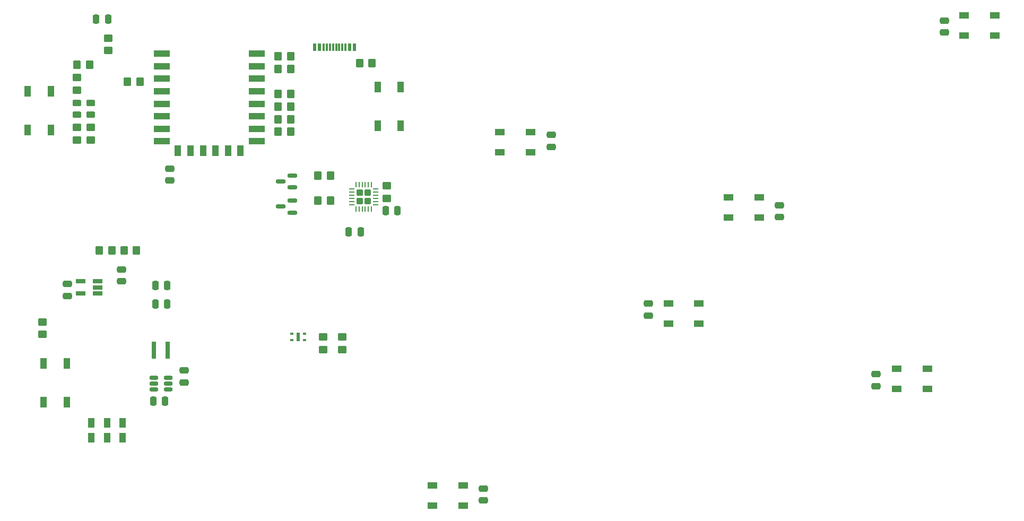
<source format=gtp>
%MOIN*%
%OFA0B0*%
%FSLAX46Y46*%
%IPPOS*%
%LPD*%
%AMRoundRect*
4,1,4,
-0.11811023622047245,0.07874015748031496,
-0.19685039370078741,0.15748031496062992,
-0.27559055118110237,0.23622047244094491,
-0.35433070866141736,0.31496062992125984,
-0.11811023622047245,0.07874015748031496,
0*
1,1,$1,$2,$3*
1,1,$1,$2,$3*
1,1,$1,$2,$3*
1,1,$1,$2,$3*
20,1,$1,$2,$3,$4,$5,90*
20,1,$1,$2,$3,$4,$5,90*
20,1,$1,$2,$3,$4,$5,90*
20,1,$1,$2,$3,$4,$5,90*%
%AMCOMP33*
4,1,3,
-0.0098425196850393734,-0.018700787401574805,
0.00984251968503937,-0.018700787401574805,
0.0098425196850393734,0.018700787401574805,
-0.00984251968503937,0.018700787401574805,
0*
4,1,19,
-0.01968503937007874,-0.0187007874015748,
-0.019203312168259386,-0.015659281551427682,
-0.017805285377706176,-0.012915499485310303,
-0.015627807601303872,-0.010738021708907997,
-0.012884025535186491,-0.0093399949183547871,
-0.00984251968503937,-0.0088582677165354312,
-0.0068010138348922524,-0.0093399949183547871,
-0.0040572317687748724,-0.010738021708907997,
-0.0018797539923725666,-0.012915499485310301,
-0.000481727201819356,-0.015659281551427682,
-0.0000000000000000011450551536724983,-0.0187007874015748,
-0.00048172720181935636,-0.021742293251721927,
-0.0018797539923725648,-0.0244860753178393,
-0.0040572317687748716,-0.026663553094241611,
-0.0068010138348922507,-0.02806157988479482,
-0.00984251968503937,-0.028543307086614175,
-0.012884025535186491,-0.02806157988479482,
-0.015627807601303872,-0.026663553094241611,
-0.017805285377706179,-0.024486075317839306,
-0.019203312168259389,-0.021742293251721924,
0*
4,1,19,
-0.0000000000000000011450551536724983,-0.018700787401574805,
0.00048172720181935408,-0.015659281551427682,
0.0018797539923725637,-0.012915499485310303,
0.0040572317687748707,-0.010738021708907997,
0.0068010138348922489,-0.0093399949183547871,
0.00984251968503937,-0.0088582677165354329,
0.012884025535186491,-0.0093399949183547871,
0.015627807601303868,-0.010738021708907997,
0.017805285377706176,-0.012915499485310301,
0.019203312168259386,-0.015659281551427685,
0.01968503937007874,-0.018700787401574805,
0.019203312168259386,-0.021742293251721927,
0.017805285377706176,-0.0244860753178393,
0.015627807601303872,-0.026663553094241611,
0.012884025535186489,-0.02806157988479482,
0.00984251968503937,-0.028543307086614175,
0.00680101383489225,-0.02806157988479482,
0.0040572317687748716,-0.026663553094241611,
0.0018797539923725642,-0.024486075317839306,
0.00048172720181935375,-0.021742293251721924,
0*
4,1,19,
0.0000000000000000011450551536724983,0.018700787401574805,
0.00048172720181935636,0.021742293251721924,
0.0018797539923725659,0.0244860753178393,
0.0040572317687748724,0.026663553094241611,
0.0068010138348922524,0.02806157988479482,
0.00984251968503937,0.028543307086614175,
0.012884025535186494,0.02806157988479482,
0.015627807601303872,0.026663553094241611,
0.017805285377706179,0.024486075317839306,
0.019203312168259389,0.021742293251721924,
0.01968503937007874,0.018700787401574805,
0.019203312168259386,0.015659281551427678,
0.017805285377706176,0.012915499485310306,
0.015627807601303872,0.010738021708907997,
0.012884025535186491,0.0093399949183547871,
0.0098425196850393734,0.0088582677165354312,
0.0068010138348922533,0.0093399949183547871,
0.0040572317687748733,0.010738021708907997,
0.0018797539923725666,0.012915499485310301,
0.000481727201819356,0.015659281551427682,
0*
4,1,19,
-0.01968503937007874,0.018700787401574805,
-0.019203312168259386,0.021742293251721924,
-0.017805285377706176,0.0244860753178393,
-0.015627807601303868,0.026663553094241611,
-0.012884025535186489,0.02806157988479482,
-0.0098425196850393682,0.028543307086614175,
-0.0068010138348922489,0.02806157988479482,
-0.0040572317687748707,0.026663553094241611,
-0.0018797539923725642,0.024486075317839306,
-0.00048172720181935375,0.021742293251721924,
0.0000000000000000011450551536724986,0.018700787401574805,
-0.00048172720181935408,0.015659281551427682,
-0.0018797539923725627,0.012915499485310306,
-0.004057231768774869,0.010738021708907997,
-0.0068010138348922481,0.0093399949183547871,
-0.0098425196850393682,0.0088582677165354329,
-0.012884025535186489,0.0093399949183547871,
-0.015627807601303868,0.010738021708907997,
-0.017805285377706176,0.012915499485310301,
-0.019203312168259386,0.015659281551427682,
0*
4,1,3,
-0.0098425196850393734,-0.028543307086614175,
-0.00984251968503937,-0.0088582677165354312,
0.00984251968503937,-0.0088582677165354329,
0.0098425196850393682,-0.028543307086614175,
0*
4,1,3,
0.01968503937007874,-0.018700787401574805,
-0.0000000000000000011450551536724983,-0.018700787401574805,
0.0000000000000000011450551536724983,0.018700787401574805,
0.01968503937007874,0.0187007874015748,
0*
4,1,3,
0.0098425196850393734,0.028543307086614175,
0.00984251968503937,0.0088582677165354312,
-0.00984251968503937,0.0088582677165354329,
-0.0098425196850393682,0.028543307086614175,
0*
4,1,3,
-0.01968503937007874,0.018700787401574805,
0.0000000000000000011450551536724983,0.018700787401574805,
-0.0000000000000000011450551536724983,-0.018700787401574805,
-0.01968503937007874,-0.0187007874015748,
0*%
%AMCOMP34*
4,1,3,
-0.013779527559055118,-0.017716535433070866,
0.013779527559055118,-0.017716535433070866,
0.013779527559055118,0.017716535433070866,
-0.013779527559055118,0.017716535433070866,
0*
4,1,19,
-0.023622047244094488,-0.017716535433070866,
-0.023140320042275134,-0.014675029582923745,
-0.021742293251721924,-0.011931247516806366,
-0.019564815475319616,-0.00975376974040406,
-0.016821033409202237,-0.00835574294985085,
-0.013779527559055118,-0.007874015748031496,
-0.010738021708907997,-0.00835574294985085,
-0.0079942396427906213,-0.0097537697404040617,
-0.0058167618663883145,-0.011931247516806368,
-0.0044187350758351038,-0.014675029582923747,
-0.0039370078740157488,-0.017716535433070866,
-0.0044187350758351038,-0.020758041283217992,
-0.0058167618663883119,-0.023501823349335368,
-0.0079942396427906178,-0.025679301125737672,
-0.010738021708907999,-0.027077327916290882,
-0.013779527559055118,-0.027559055118110236,
-0.016821033409202237,-0.027077327916290882,
-0.019564815475319616,-0.025679301125737675,
-0.021742293251721924,-0.023501823349335368,
-0.023140320042275134,-0.020758041283217992,
0*
4,1,19,
0.0039370078740157462,-0.017716535433070866,
0.0044187350758351012,-0.014675029582923747,
0.0058167618663883111,-0.011931247516806368,
0.0079942396427906178,-0.0097537697404040617,
0.010738021708907997,-0.0083557429498508536,
0.013779527559055118,-0.0078740157480314977,
0.016821033409202237,-0.0083557429498508518,
0.019564815475319616,-0.0097537697404040634,
0.021742293251721924,-0.011931247516806369,
0.023140320042275134,-0.014675029582923748,
0.023622047244094488,-0.017716535433070866,
0.023140320042275134,-0.020758041283217992,
0.021742293251721924,-0.023501823349335368,
0.019564815475319616,-0.025679301125737672,
0.016821033409202237,-0.027077327916290882,
0.013779527559055118,-0.027559055118110236,
0.010738021708907997,-0.027077327916290882,
0.00799423964279062,-0.025679301125737675,
0.0058167618663883119,-0.023501823349335368,
0.0044187350758351012,-0.020758041283217992,
0*
4,1,19,
0.0039370078740157488,0.017716535433070866,
0.0044187350758351038,0.020758041283217985,
0.0058167618663883128,0.023501823349335368,
0.00799423964279062,0.025679301125737672,
0.010738021708907999,0.027077327916290882,
0.01377952755905512,0.027559055118110236,
0.016821033409202241,0.027077327916290882,
0.019564815475319616,0.025679301125737672,
0.021742293251721924,0.023501823349335368,
0.023140320042275134,0.020758041283217992,
0.023622047244094488,0.017716535433070866,
0.023140320042275134,0.014675029582923743,
0.021742293251721924,0.011931247516806366,
0.01956481547531962,0.0097537697404040617,
0.016821033409202237,0.00835574294985085,
0.01377952755905512,0.007874015748031496,
0.010738021708907999,0.00835574294985085,
0.0079942396427906213,0.00975376974040406,
0.0058167618663883145,0.011931247516806366,
0.0044187350758351038,0.014675029582923745,
0*
4,1,19,
-0.023622047244094488,0.017716535433070869,
-0.023140320042275134,0.020758041283217985,
-0.021742293251721924,0.023501823349335368,
-0.019564815475319616,0.025679301125737672,
-0.016821033409202237,0.027077327916290882,
-0.013779527559055116,0.027559055118110236,
-0.010738021708907995,0.027077327916290882,
-0.0079942396427906178,0.025679301125737672,
-0.0058167618663883119,0.023501823349335368,
-0.0044187350758351012,0.020758041283217992,
-0.0039370078740157462,0.017716535433070869,
-0.0044187350758351012,0.014675029582923745,
-0.0058167618663883093,0.011931247516806368,
-0.0079942396427906161,0.0097537697404040634,
-0.010738021708907997,0.0083557429498508536,
-0.013779527559055116,0.0078740157480314977,
-0.016821033409202237,0.0083557429498508518,
-0.019564815475319616,0.0097537697404040617,
-0.021742293251721924,0.011931247516806368,
-0.023140320042275134,0.014675029582923747,
0*
4,1,3,
-0.01377952755905512,-0.027559055118110236,
-0.013779527559055118,-0.007874015748031496,
0.013779527559055118,-0.0078740157480314977,
0.013779527559055116,-0.027559055118110236,
0*
4,1,3,
0.023622047244094488,-0.017716535433070869,
0.0039370078740157462,-0.017716535433070866,
0.0039370078740157488,0.017716535433070866,
0.023622047244094488,0.017716535433070866,
0*
4,1,3,
0.01377952755905512,0.027559055118110236,
0.013779527559055118,0.007874015748031496,
-0.013779527559055118,0.0078740157480314977,
-0.013779527559055116,0.027559055118110236,
0*
4,1,3,
-0.023622047244094488,0.017716535433070869,
-0.0039370078740157462,0.017716535433070866,
-0.0039370078740157488,-0.017716535433070866,
-0.023622047244094488,-0.017716535433070866,
0*%
%AMCOMP35*
4,1,3,
-0.01796259842519685,0.0095964566929133879,
-0.01796259842519685,-0.0095964566929133844,
0.01796259842519685,-0.0095964566929133879,
0.01796259842519685,0.0095964566929133844,
0*
4,1,19,
-0.027559055118110236,0.0095964566929133879,
-0.027089371096336367,0.012561924896806831,
-0.025726294975546987,0.015237112411271275,
-0.023603254143554738,0.017360153243263524,
-0.020928066629090292,0.018723229364052903,
-0.01796259842519685,0.019192913385826776,
-0.014997130221303409,0.018723229364052903,
-0.012321942706838965,0.01736015324326352,
-0.010198901874846717,0.015237112411271273,
-0.0088358257540573342,0.012561924896806831,
-0.0083661417322834636,0.0095964566929133879,
-0.0088358257540573359,0.0066309884890199408,
-0.010198901874846714,0.0039558009745555012,
-0.012321942706838963,0.0018327601425632526,
-0.014997130221303409,0.00046968402177387209,
-0.01796259842519685,0.0000000000000000010998556081327944,
-0.020928066629090292,0.00046968402177387139,
-0.023603254143554735,0.001832760142563251,
-0.025726294975546984,0.0039558009745554986,
-0.027089371096336367,0.0066309884890199443,
0*
4,1,19,
-0.027559055118110236,-0.0095964566929133844,
-0.027089371096336367,-0.0066309884890199417,
-0.025726294975546987,-0.0039558009745554977,
-0.023603254143554738,-0.0018327601425632493,
-0.020928066629090292,-0.00046968402177386987,
-0.01796259842519685,0.0000000000000000010998556081327946,
-0.014997130221303411,-0.00046968402177386922,
-0.012321942706838965,-0.00183276014256325,
-0.010198901874846717,-0.0039558009745554977,
-0.0088358257540573359,-0.0066309884890199434,
-0.0083661417322834653,-0.0095964566929133844,
-0.0088358257540573377,-0.012561924896806831,
-0.010198901874846714,-0.015237112411271273,
-0.012321942706838963,-0.01736015324326352,
-0.014997130221303411,-0.0187232293640529,
-0.01796259842519685,-0.019192913385826769,
-0.020928066629090292,-0.0187232293640529,
-0.023603254143554735,-0.01736015324326352,
-0.025726294975546984,-0.015237112411271273,
-0.027089371096336367,-0.012561924896806829,
0*
4,1,19,
0.0083661417322834636,-0.0095964566929133861,
0.0088358257540573359,-0.0066309884890199443,
0.010198901874846714,-0.0039558009745554994,
0.012321942706838963,-0.0018327601425632515,
0.014997130221303409,-0.00046968402177387209,
0.01796259842519685,-0.0000000000000000010998556081327946,
0.020928066629090292,-0.00046968402177387139,
0.023603254143554735,-0.0018327601425632521,
0.025726294975546984,-0.0039558009745554994,
0.027089371096336367,-0.0066309884890199452,
0.027559055118110236,-0.0095964566929133879,
0.027089371096336367,-0.012561924896806832,
0.025726294975546987,-0.015237112411271275,
0.023603254143554738,-0.017360153243263524,
0.020928066629090296,-0.018723229364052903,
0.01796259842519685,-0.019192913385826776,
0.014997130221303409,-0.018723229364052903,
0.012321942706838966,-0.01736015324326352,
0.010198901874846717,-0.015237112411271275,
0.0088358257540573342,-0.012561924896806831,
0*
4,1,19,
0.0083661417322834653,0.0095964566929133861,
0.0088358257540573377,0.012561924896806829,
0.010198901874846714,0.015237112411271273,
0.012321942706838963,0.01736015324326352,
0.014997130221303411,0.0187232293640529,
0.017962598425196853,0.019192913385826769,
0.020928066629090292,0.0187232293640529,
0.023603254143554735,0.01736015324326352,
0.025726294975546984,0.015237112411271271,
0.027089371096336367,0.012561924896806829,
0.027559055118110236,0.0095964566929133844,
0.027089371096336367,0.0066309884890199391,
0.025726294975546987,0.0039558009745554986,
0.023603254143554738,0.0018327601425632504,
0.020928066629090296,0.00046968402177386987,
0.017962598425196853,-0.0000000000000000010998556081327946,
0.014997130221303411,0.00046968402177386922,
0.012321942706838966,0.0018327601425632487,
0.010198901874846717,0.0039558009745554968,
0.0088358257540573359,0.0066309884890199417,
0*
4,1,3,
-0.027559055118110236,0.00959645669291339,
-0.0083661417322834636,0.0095964566929133844,
-0.0083661417322834653,-0.0095964566929133879,
-0.027559055118110236,-0.0095964566929133827,
0*
4,1,3,
-0.017962598425196853,-0.019192913385826769,
-0.01796259842519685,0.0000000000000000010998556081327946,
0.01796259842519685,-0.0000000000000000010998556081327946,
0.01796259842519685,-0.019192913385826776,
0*
4,1,3,
0.027559055118110236,-0.00959645669291339,
0.0083661417322834636,-0.0095964566929133844,
0.0083661417322834653,0.0095964566929133879,
0.027559055118110236,0.0095964566929133827,
0*
4,1,3,
0.017962598425196853,0.019192913385826769,
0.01796259842519685,-0.0000000000000000010998556081327946,
-0.01796259842519685,0.0000000000000000010998556081327946,
-0.01796259842519685,0.019192913385826776,
0*%
%AMCOMP36*
4,1,3,
0.0098425196850393734,0.018700787401574805,
-0.00984251968503937,0.018700787401574805,
-0.0098425196850393734,-0.018700787401574805,
0.00984251968503937,-0.018700787401574805,
0*
4,1,19,
0.0000000000000000011450551536724983,0.018700787401574805,
0.00048172720181935636,0.021742293251721924,
0.0018797539923725659,0.0244860753178393,
0.0040572317687748724,0.026663553094241611,
0.0068010138348922524,0.02806157988479482,
0.00984251968503937,0.028543307086614175,
0.012884025535186494,0.02806157988479482,
0.015627807601303872,0.026663553094241611,
0.017805285377706179,0.024486075317839306,
0.019203312168259389,0.021742293251721924,
0.01968503937007874,0.018700787401574805,
0.019203312168259386,0.015659281551427678,
0.017805285377706176,0.012915499485310306,
0.015627807601303872,0.010738021708907997,
0.012884025535186491,0.0093399949183547871,
0.0098425196850393734,0.0088582677165354312,
0.0068010138348922533,0.0093399949183547871,
0.0040572317687748733,0.010738021708907997,
0.0018797539923725666,0.012915499485310301,
0.000481727201819356,0.015659281551427682,
0*
4,1,19,
-0.01968503937007874,0.018700787401574805,
-0.019203312168259386,0.021742293251721924,
-0.017805285377706176,0.0244860753178393,
-0.015627807601303868,0.026663553094241611,
-0.012884025535186489,0.02806157988479482,
-0.0098425196850393682,0.028543307086614175,
-0.0068010138348922489,0.02806157988479482,
-0.0040572317687748707,0.026663553094241611,
-0.0018797539923725642,0.024486075317839306,
-0.00048172720181935375,0.021742293251721924,
0.0000000000000000011450551536724986,0.018700787401574805,
-0.00048172720181935408,0.015659281551427682,
-0.0018797539923725627,0.012915499485310306,
-0.004057231768774869,0.010738021708907997,
-0.0068010138348922481,0.0093399949183547871,
-0.0098425196850393682,0.0088582677165354329,
-0.012884025535186489,0.0093399949183547871,
-0.015627807601303868,0.010738021708907997,
-0.017805285377706176,0.012915499485310301,
-0.019203312168259386,0.015659281551427682,
0*
4,1,19,
-0.01968503937007874,-0.0187007874015748,
-0.019203312168259386,-0.015659281551427682,
-0.017805285377706176,-0.012915499485310303,
-0.015627807601303872,-0.010738021708907997,
-0.012884025535186491,-0.0093399949183547871,
-0.00984251968503937,-0.0088582677165354312,
-0.0068010138348922524,-0.0093399949183547871,
-0.0040572317687748724,-0.010738021708907997,
-0.0018797539923725666,-0.012915499485310301,
-0.000481727201819356,-0.015659281551427682,
-0.0000000000000000011450551536724983,-0.0187007874015748,
-0.00048172720181935636,-0.021742293251721927,
-0.0018797539923725648,-0.0244860753178393,
-0.0040572317687748716,-0.026663553094241611,
-0.0068010138348922507,-0.02806157988479482,
-0.00984251968503937,-0.028543307086614175,
-0.012884025535186491,-0.02806157988479482,
-0.015627807601303872,-0.026663553094241611,
-0.017805285377706179,-0.024486075317839306,
-0.019203312168259389,-0.021742293251721924,
0*
4,1,19,
-0.0000000000000000011450551536724983,-0.018700787401574805,
0.00048172720181935408,-0.015659281551427682,
0.0018797539923725637,-0.012915499485310303,
0.0040572317687748707,-0.010738021708907997,
0.0068010138348922489,-0.0093399949183547871,
0.00984251968503937,-0.0088582677165354329,
0.012884025535186491,-0.0093399949183547871,
0.015627807601303868,-0.010738021708907997,
0.017805285377706176,-0.012915499485310301,
0.019203312168259386,-0.015659281551427685,
0.01968503937007874,-0.018700787401574805,
0.019203312168259386,-0.021742293251721927,
0.017805285377706176,-0.0244860753178393,
0.015627807601303872,-0.026663553094241611,
0.012884025535186489,-0.02806157988479482,
0.00984251968503937,-0.028543307086614175,
0.00680101383489225,-0.02806157988479482,
0.0040572317687748716,-0.026663553094241611,
0.0018797539923725642,-0.024486075317839306,
0.00048172720181935375,-0.021742293251721924,
0*
4,1,3,
0.0098425196850393734,0.028543307086614175,
0.00984251968503937,0.0088582677165354312,
-0.00984251968503937,0.0088582677165354329,
-0.0098425196850393682,0.028543307086614175,
0*
4,1,3,
-0.01968503937007874,0.018700787401574805,
0.0000000000000000011450551536724983,0.018700787401574805,
-0.0000000000000000011450551536724983,-0.018700787401574805,
-0.01968503937007874,-0.0187007874015748,
0*
4,1,3,
-0.0098425196850393734,-0.028543307086614175,
-0.00984251968503937,-0.0088582677165354312,
0.00984251968503937,-0.0088582677165354329,
0.0098425196850393682,-0.028543307086614175,
0*
4,1,3,
0.01968503937007874,-0.018700787401574805,
-0.0000000000000000011450551536724983,-0.018700787401574805,
0.0000000000000000011450551536724983,0.018700787401574805,
0.01968503937007874,0.0187007874015748,
0*%
%AMCOMP37*
4,1,3,
-0.017716535433070866,0.013779527559055118,
-0.017716535433070866,-0.013779527559055118,
0.017716535433070866,-0.013779527559055118,
0.017716535433070866,0.013779527559055118,
0*
4,1,19,
-0.027559055118110236,0.01377952755905512,
-0.027077327916290882,0.016821033409202241,
-0.025679301125737672,0.01956481547531962,
-0.023501823349335368,0.021742293251721924,
-0.020758041283217985,0.023140320042275134,
-0.017716535433070866,0.023622047244094488,
-0.014675029582923747,0.023140320042275134,
-0.011931247516806366,0.021742293251721924,
-0.0097537697404040617,0.01956481547531962,
-0.00835574294985085,0.016821033409202237,
-0.007874015748031496,0.01377952755905512,
-0.00835574294985085,0.010738021708907995,
-0.00975376974040406,0.0079942396427906213,
-0.011931247516806368,0.0058167618663883145,
-0.014675029582923745,0.0044187350758351038,
-0.017716535433070866,0.0039370078740157488,
-0.020758041283217985,0.0044187350758351021,
-0.023501823349335368,0.0058167618663883119,
-0.025679301125737672,0.0079942396427906178,
-0.027077327916290882,0.010738021708907997,
0*
4,1,19,
-0.027559055118110236,-0.013779527559055116,
-0.027077327916290882,-0.010738021708907995,
-0.025679301125737672,-0.0079942396427906178,
-0.023501823349335368,-0.0058167618663883111,
-0.020758041283217985,-0.0044187350758351012,
-0.017716535433070866,-0.0039370078740157462,
-0.014675029582923748,-0.0044187350758351,
-0.011931247516806368,-0.0058167618663883111,
-0.0097537697404040634,-0.0079942396427906161,
-0.0083557429498508536,-0.010738021708907997,
-0.0078740157480314977,-0.013779527559055116,
-0.0083557429498508536,-0.016821033409202241,
-0.0097537697404040617,-0.019564815475319616,
-0.011931247516806369,-0.021742293251721924,
-0.014675029582923747,-0.023140320042275134,
-0.017716535433070866,-0.023622047244094488,
-0.020758041283217985,-0.023140320042275134,
-0.023501823349335368,-0.021742293251721924,
-0.025679301125737672,-0.019564815475319616,
-0.027077327916290882,-0.016821033409202237,
0*
4,1,19,
0.007874015748031496,-0.013779527559055118,
0.00835574294985085,-0.010738021708907997,
0.0097537697404040617,-0.00799423964279062,
0.011931247516806368,-0.0058167618663883128,
0.014675029582923747,-0.0044187350758351038,
0.017716535433070866,-0.0039370078740157488,
0.020758041283217985,-0.0044187350758351021,
0.023501823349335368,-0.0058167618663883128,
0.025679301125737672,-0.0079942396427906178,
0.027077327916290882,-0.010738021708907999,
0.027559055118110236,-0.013779527559055118,
0.027077327916290882,-0.016821033409202244,
0.025679301125737675,-0.019564815475319616,
0.023501823349335368,-0.021742293251721924,
0.020758041283217992,-0.023140320042275134,
0.017716535433070866,-0.023622047244094488,
0.014675029582923747,-0.023140320042275134,
0.011931247516806368,-0.021742293251721924,
0.0097537697404040617,-0.01956481547531962,
0.00835574294985085,-0.016821033409202241,
0*
4,1,19,
0.0078740157480314977,0.013779527559055118,
0.0083557429498508536,0.016821033409202237,
0.0097537697404040634,0.019564815475319616,
0.011931247516806369,0.021742293251721924,
0.014675029582923748,0.023140320042275134,
0.017716535433070869,0.023622047244094488,
0.020758041283217985,0.023140320042275134,
0.023501823349335368,0.021742293251721924,
0.025679301125737672,0.019564815475319616,
0.027077327916290882,0.016821033409202237,
0.027559055118110236,0.013779527559055118,
0.027077327916290882,0.010738021708907993,
0.025679301125737675,0.0079942396427906178,
0.023501823349335368,0.0058167618663883119,
0.020758041283217992,0.0044187350758351012,
0.017716535433070869,0.0039370078740157462,
0.014675029582923748,0.0044187350758351,
0.011931247516806369,0.0058167618663883093,
0.0097537697404040634,0.0079942396427906143,
0.0083557429498508536,0.010738021708907995,
0*
4,1,3,
-0.027559055118110236,0.01377952755905512,
-0.007874015748031496,0.013779527559055118,
-0.0078740157480314977,-0.013779527559055118,
-0.027559055118110236,-0.013779527559055116,
0*
4,1,3,
-0.017716535433070869,-0.023622047244094488,
-0.017716535433070866,-0.0039370078740157462,
0.017716535433070866,-0.0039370078740157488,
0.017716535433070866,-0.023622047244094488,
0*
4,1,3,
0.027559055118110236,-0.01377952755905512,
0.007874015748031496,-0.013779527559055118,
0.0078740157480314977,0.013779527559055118,
0.027559055118110236,0.013779527559055116,
0*
4,1,3,
0.017716535433070869,0.023622047244094488,
0.017716535433070866,0.0039370078740157462,
-0.017716535433070866,0.0039370078740157488,
-0.017716535433070866,0.023622047244094488,
0*%
%AMCOMP38*
4,1,3,
0.013779527559055118,0.017716535433070866,
-0.013779527559055118,0.017716535433070866,
-0.013779527559055118,-0.017716535433070866,
0.013779527559055118,-0.017716535433070866,
0*
4,1,19,
0.0039370078740157488,0.017716535433070866,
0.0044187350758351038,0.020758041283217985,
0.0058167618663883128,0.023501823349335368,
0.00799423964279062,0.025679301125737672,
0.010738021708907999,0.027077327916290882,
0.01377952755905512,0.027559055118110236,
0.016821033409202241,0.027077327916290882,
0.019564815475319616,0.025679301125737672,
0.021742293251721924,0.023501823349335368,
0.023140320042275134,0.020758041283217992,
0.023622047244094488,0.017716535433070866,
0.023140320042275134,0.014675029582923743,
0.021742293251721924,0.011931247516806366,
0.01956481547531962,0.0097537697404040617,
0.016821033409202237,0.00835574294985085,
0.01377952755905512,0.007874015748031496,
0.010738021708907999,0.00835574294985085,
0.0079942396427906213,0.00975376974040406,
0.0058167618663883145,0.011931247516806366,
0.0044187350758351038,0.014675029582923745,
0*
4,1,19,
-0.023622047244094488,0.017716535433070869,
-0.023140320042275134,0.020758041283217985,
-0.021742293251721924,0.023501823349335368,
-0.019564815475319616,0.025679301125737672,
-0.016821033409202237,0.027077327916290882,
-0.013779527559055116,0.027559055118110236,
-0.010738021708907995,0.027077327916290882,
-0.0079942396427906178,0.025679301125737672,
-0.0058167618663883119,0.023501823349335368,
-0.0044187350758351012,0.020758041283217992,
-0.0039370078740157462,0.017716535433070869,
-0.0044187350758351012,0.014675029582923745,
-0.0058167618663883093,0.011931247516806368,
-0.0079942396427906161,0.0097537697404040634,
-0.010738021708907997,0.0083557429498508536,
-0.013779527559055116,0.0078740157480314977,
-0.016821033409202237,0.0083557429498508518,
-0.019564815475319616,0.0097537697404040617,
-0.021742293251721924,0.011931247516806368,
-0.023140320042275134,0.014675029582923747,
0*
4,1,19,
-0.023622047244094488,-0.017716535433070866,
-0.023140320042275134,-0.014675029582923745,
-0.021742293251721924,-0.011931247516806366,
-0.019564815475319616,-0.00975376974040406,
-0.016821033409202237,-0.00835574294985085,
-0.013779527559055118,-0.007874015748031496,
-0.010738021708907997,-0.00835574294985085,
-0.0079942396427906213,-0.0097537697404040617,
-0.0058167618663883145,-0.011931247516806368,
-0.0044187350758351038,-0.014675029582923747,
-0.0039370078740157488,-0.017716535433070866,
-0.0044187350758351038,-0.020758041283217992,
-0.0058167618663883119,-0.023501823349335368,
-0.0079942396427906178,-0.025679301125737672,
-0.010738021708907999,-0.027077327916290882,
-0.013779527559055118,-0.027559055118110236,
-0.016821033409202237,-0.027077327916290882,
-0.019564815475319616,-0.025679301125737675,
-0.021742293251721924,-0.023501823349335368,
-0.023140320042275134,-0.020758041283217992,
0*
4,1,19,
0.0039370078740157462,-0.017716535433070866,
0.0044187350758351012,-0.014675029582923747,
0.0058167618663883111,-0.011931247516806368,
0.0079942396427906178,-0.0097537697404040617,
0.010738021708907997,-0.0083557429498508536,
0.013779527559055118,-0.0078740157480314977,
0.016821033409202237,-0.0083557429498508518,
0.019564815475319616,-0.0097537697404040634,
0.021742293251721924,-0.011931247516806369,
0.023140320042275134,-0.014675029582923748,
0.023622047244094488,-0.017716535433070866,
0.023140320042275134,-0.020758041283217992,
0.021742293251721924,-0.023501823349335368,
0.019564815475319616,-0.025679301125737672,
0.016821033409202237,-0.027077327916290882,
0.013779527559055118,-0.027559055118110236,
0.010738021708907997,-0.027077327916290882,
0.00799423964279062,-0.025679301125737675,
0.0058167618663883119,-0.023501823349335368,
0.0044187350758351012,-0.020758041283217992,
0*
4,1,3,
0.01377952755905512,0.027559055118110236,
0.013779527559055118,0.007874015748031496,
-0.013779527559055118,0.0078740157480314977,
-0.013779527559055116,0.027559055118110236,
0*
4,1,3,
-0.023622047244094488,0.017716535433070869,
-0.0039370078740157462,0.017716535433070866,
-0.0039370078740157488,-0.017716535433070866,
-0.023622047244094488,-0.017716535433070866,
0*
4,1,3,
-0.01377952755905512,-0.027559055118110236,
-0.013779527559055118,-0.007874015748031496,
0.013779527559055118,-0.0078740157480314977,
0.013779527559055116,-0.027559055118110236,
0*
4,1,3,
0.023622047244094488,-0.017716535433070869,
0.0039370078740157462,-0.017716535433070866,
0.0039370078740157488,0.017716535433070866,
0.023622047244094488,0.017716535433070866,
0*%
%AMCOMP39*
4,1,3,
0.02312992125984252,0.0059055118110236211,
-0.02312992125984252,0.0059055118110236228,
-0.02312992125984252,-0.0059055118110236211,
0.02312992125984252,-0.0059055118110236228,
0*
4,1,19,
0.017224409448818898,0.0059055118110236211,
0.017513445769910513,0.007730415321111894,
0.018352261844242438,0.0093766845607823213,
0.019658748510083823,0.010683171226623702,
0.021305017749754251,0.011521987300955628,
0.02312992125984252,0.011811023622047242,
0.024954824769930793,0.011521987300955629,
0.026601094009601218,0.010683171226623702,
0.027907580675442602,0.0093766845607823213,
0.028746396749774531,0.0077304153211118923,
0.029035433070866146,0.0059055118110236211,
0.028746396749774531,0.0040806083009353464,
0.027907580675442606,0.0024343390612649213,
0.026601094009601225,0.0011278523954235378,
0.024954824769930793,0.00028903632109161191,
0.02312992125984252,-0.0000000000000000014162524269107219,
0.021305017749754251,0.00028903632109161109,
0.019658748510083823,0.0011278523954235367,
0.018352261844242438,0.00243433906126492,
0.017513445769910513,0.0040806083009353473,
0*
4,1,19,
-0.029035433070866146,0.0059055118110236246,
-0.028746396749774531,0.0077304153211118967,
-0.027907580675442602,0.0093766845607823248,
-0.026601094009601225,0.010683171226623706,
-0.024954824769930793,0.011521987300955631,
-0.02312992125984252,0.011811023622047246,
-0.021305017749754251,0.011521987300955635,
-0.019658748510083823,0.010683171226623706,
-0.018352261844242438,0.0093766845607823248,
-0.017513445769910513,0.0077304153211118958,
-0.017224409448818898,0.0059055118110236246,
-0.017513445769910513,0.00408060830093535,
-0.018352261844242438,0.0024343390612649239,
-0.019658748510083823,0.0011278523954235406,
-0.021305017749754251,0.00028903632109161478,
-0.02312992125984252,0.0000000000000000014162524269107219,
-0.024954824769930793,0.00028903632109161391,
-0.026601094009601218,0.0011278523954235395,
-0.027907580675442602,0.002434339061264923,
-0.028746396749774531,0.00408060830093535,
0*
4,1,19,
-0.029035433070866146,-0.00590551181102362,
-0.028746396749774531,-0.0040806083009353481,
-0.027907580675442602,-0.0024343390612649209,
-0.026601094009601225,-0.0011278523954235374,
-0.024954824769930793,-0.00028903632109161191,
-0.02312992125984252,0.0000000000000000014162524269107219,
-0.021305017749754251,-0.00028903632109161109,
-0.019658748510083823,-0.0011278523954235378,
-0.018352261844242438,-0.0024343390612649209,
-0.017513445769910513,-0.0040806083009353481,
-0.017224409448818898,-0.00590551181102362,
-0.017513445769910513,-0.0077304153211118949,
-0.018352261844242438,-0.00937668456078232,
-0.019658748510083823,-0.010683171226623702,
-0.021305017749754251,-0.011521987300955628,
-0.02312992125984252,-0.011811023622047242,
-0.024954824769930793,-0.011521987300955629,
-0.026601094009601218,-0.010683171226623704,
-0.027907580675442602,-0.0093766845607823213,
-0.028746396749774531,-0.007730415321111894,
0*
4,1,19,
0.017224409448818898,-0.0059055118110236228,
0.017513445769910513,-0.0040806083009353507,
0.018352261844242438,-0.0024343390612649235,
0.019658748510083823,-0.0011278523954235402,
0.021305017749754251,-0.00028903632109161478,
0.02312992125984252,-0.0000000000000000014162524269107219,
0.024954824769930793,-0.00028903632109161391,
0.026601094009601218,-0.0011278523954235406,
0.027907580675442602,-0.0024343390612649235,
0.028746396749774531,-0.0040806083009353507,
0.029035433070866146,-0.0059055118110236228,
0.028746396749774531,-0.0077304153211118984,
0.027907580675442606,-0.0093766845607823231,
0.026601094009601225,-0.010683171226623706,
0.024954824769930793,-0.011521987300955631,
0.02312992125984252,-0.011811023622047246,
0.021305017749754251,-0.011521987300955635,
0.019658748510083823,-0.010683171226623709,
0.018352261844242438,-0.0093766845607823248,
0.017513445769910513,-0.0077304153211118967,
0*
4,1,3,
0.02312992125984252,0.011811023622047242,
0.02312992125984252,-0.0000000000000000014162524269107219,
-0.02312992125984252,0.0000000000000000014162524269107219,
-0.02312992125984252,0.011811023622047246,
0*
4,1,3,
-0.029035433070866146,0.0059055118110236246,
-0.017224409448818898,0.0059055118110236228,
-0.017224409448818898,-0.0059055118110236211,
-0.029035433070866146,-0.00590551181102362,
0*
4,1,3,
-0.02312992125984252,-0.011811023622047242,
-0.02312992125984252,0.0000000000000000014162524269107219,
0.02312992125984252,-0.0000000000000000014162524269107219,
0.02312992125984252,-0.011811023622047246,
0*
4,1,3,
0.029035433070866146,-0.0059055118110236246,
0.017224409448818898,-0.0059055118110236228,
0.017224409448818898,0.0059055118110236211,
0.029035433070866146,0.00590551181102362,
0*%
%AMCOMP40*
4,1,3,
0.018700787401574805,-0.0098425196850393734,
0.018700787401574805,0.00984251968503937,
-0.018700787401574805,0.0098425196850393734,
-0.018700787401574805,-0.00984251968503937,
0*
4,1,19,
0.0088582677165354312,-0.00984251968503937,
0.0093399949183547871,-0.0068010138348922507,
0.010738021708907997,-0.0040572317687748716,
0.012915499485310303,-0.0018797539923725655,
0.015659281551427682,-0.000481727201819356,
0.018700787401574805,-0.0000000000000000011450551536724983,
0.021742293251721924,-0.00048172720181935522,
0.0244860753178393,-0.0018797539923725659,
0.026663553094241611,-0.0040572317687748716,
0.02806157988479482,-0.0068010138348922524,
0.028543307086614175,-0.00984251968503937,
0.02806157988479482,-0.012884025535186496,
0.026663553094241611,-0.015627807601303872,
0.024486075317839306,-0.017805285377706179,
0.021742293251721924,-0.019203312168259389,
0.018700787401574805,-0.01968503937007874,
0.015659281551427682,-0.019203312168259386,
0.012915499485310306,-0.017805285377706176,
0.010738021708907997,-0.015627807601303872,
0.0093399949183547871,-0.012884025535186494,
0*
4,1,19,
0.0088582677165354329,0.00984251968503937,
0.0093399949183547888,0.012884025535186491,
0.010738021708907997,0.015627807601303872,
0.012915499485310303,0.017805285377706176,
0.015659281551427685,0.019203312168259386,
0.018700787401574805,0.01968503937007874,
0.021742293251721924,0.019203312168259386,
0.0244860753178393,0.017805285377706176,
0.026663553094241611,0.015627807601303872,
0.02806157988479482,0.012884025535186489,
0.028543307086614175,0.00984251968503937,
0.02806157988479482,0.0068010138348922455,
0.026663553094241611,0.0040572317687748707,
0.024486075317839306,0.0018797539923725642,
0.021742293251721924,0.00048172720181935375,
0.018700787401574805,-0.0000000000000000011450551536724986,
0.015659281551427685,0.000481727201819353,
0.012915499485310306,0.0018797539923725627,
0.010738021708907997,0.0040572317687748681,
0.0093399949183547871,0.0068010138348922463,
0*
4,1,19,
-0.028543307086614175,0.0098425196850393734,
-0.02806157988479482,0.012884025535186494,
-0.026663553094241611,0.015627807601303872,
-0.0244860753178393,0.017805285377706179,
-0.021742293251721924,0.019203312168259389,
-0.0187007874015748,0.01968503937007874,
-0.015659281551427682,0.019203312168259386,
-0.012915499485310306,0.017805285377706176,
-0.010738021708907997,0.015627807601303872,
-0.0093399949183547871,0.012884025535186491,
-0.0088582677165354312,0.0098425196850393734,
-0.0093399949183547871,0.0068010138348922489,
-0.010738021708907997,0.0040572317687748724,
-0.012915499485310301,0.0018797539923725666,
-0.015659281551427682,0.000481727201819356,
-0.0187007874015748,0.0000000000000000011450551536724983,
-0.02174229325172192,0.00048172720181935522,
-0.0244860753178393,0.0018797539923725648,
-0.026663553094241611,0.0040572317687748707,
-0.02806157988479482,0.00680101383489225,
0*
4,1,19,
-0.028543307086614175,-0.0098425196850393682,
-0.02806157988479482,-0.0068010138348922481,
-0.026663553094241611,-0.004057231768774869,
-0.0244860753178393,-0.0018797539923725631,
-0.021742293251721924,-0.00048172720181935375,
-0.018700787401574805,0.0000000000000000011450551536724983,
-0.015659281551427682,-0.000481727201819353,
-0.012915499485310306,-0.0018797539923725637,
-0.010738021708907997,-0.004057231768774869,
-0.0093399949183547871,-0.0068010138348922489,
-0.0088582677165354329,-0.00984251968503937,
-0.0093399949183547888,-0.012884025535186494,
-0.010738021708907997,-0.015627807601303868,
-0.012915499485310301,-0.017805285377706176,
-0.015659281551427685,-0.019203312168259386,
-0.018700787401574805,-0.01968503937007874,
-0.02174229325172192,-0.019203312168259386,
-0.0244860753178393,-0.017805285377706176,
-0.026663553094241611,-0.015627807601303872,
-0.02806157988479482,-0.012884025535186491,
0*
4,1,3,
0.028543307086614175,-0.0098425196850393734,
0.0088582677165354312,-0.00984251968503937,
0.0088582677165354329,0.00984251968503937,
0.028543307086614175,0.0098425196850393682,
0*
4,1,3,
0.018700787401574805,0.01968503937007874,
0.018700787401574805,-0.0000000000000000011450551536724983,
-0.018700787401574805,0.0000000000000000011450551536724983,
-0.0187007874015748,0.01968503937007874,
0*
4,1,3,
-0.028543307086614175,0.0098425196850393734,
-0.0088582677165354312,0.00984251968503937,
-0.0088582677165354329,-0.00984251968503937,
-0.028543307086614175,-0.0098425196850393682,
0*
4,1,3,
-0.018700787401574805,-0.01968503937007874,
-0.018700787401574805,0.0000000000000000011450551536724983,
0.018700787401574805,-0.0000000000000000011450551536724983,
0.0187007874015748,-0.01968503937007874,
0*%
%AMCOMP41*
4,1,3,
0.017716535433070866,-0.013779527559055118,
0.017716535433070866,0.013779527559055118,
-0.017716535433070866,0.013779527559055118,
-0.017716535433070866,-0.013779527559055118,
0*
4,1,19,
0.007874015748031496,-0.013779527559055118,
0.00835574294985085,-0.010738021708907997,
0.0097537697404040617,-0.00799423964279062,
0.011931247516806368,-0.0058167618663883128,
0.014675029582923747,-0.0044187350758351038,
0.017716535433070866,-0.0039370078740157488,
0.020758041283217985,-0.0044187350758351021,
0.023501823349335368,-0.0058167618663883128,
0.025679301125737672,-0.0079942396427906178,
0.027077327916290882,-0.010738021708907999,
0.027559055118110236,-0.013779527559055118,
0.027077327916290882,-0.016821033409202244,
0.025679301125737675,-0.019564815475319616,
0.023501823349335368,-0.021742293251721924,
0.020758041283217992,-0.023140320042275134,
0.017716535433070866,-0.023622047244094488,
0.014675029582923747,-0.023140320042275134,
0.011931247516806368,-0.021742293251721924,
0.0097537697404040617,-0.01956481547531962,
0.00835574294985085,-0.016821033409202241,
0*
4,1,19,
0.0078740157480314977,0.013779527559055118,
0.0083557429498508536,0.016821033409202237,
0.0097537697404040634,0.019564815475319616,
0.011931247516806369,0.021742293251721924,
0.014675029582923748,0.023140320042275134,
0.017716535433070869,0.023622047244094488,
0.020758041283217985,0.023140320042275134,
0.023501823349335368,0.021742293251721924,
0.025679301125737672,0.019564815475319616,
0.027077327916290882,0.016821033409202237,
0.027559055118110236,0.013779527559055118,
0.027077327916290882,0.010738021708907993,
0.025679301125737675,0.0079942396427906178,
0.023501823349335368,0.0058167618663883119,
0.020758041283217992,0.0044187350758351012,
0.017716535433070869,0.0039370078740157462,
0.014675029582923748,0.0044187350758351,
0.011931247516806369,0.0058167618663883093,
0.0097537697404040634,0.0079942396427906143,
0.0083557429498508536,0.010738021708907995,
0*
4,1,19,
-0.027559055118110236,0.01377952755905512,
-0.027077327916290882,0.016821033409202241,
-0.025679301125737672,0.01956481547531962,
-0.023501823349335368,0.021742293251721924,
-0.020758041283217985,0.023140320042275134,
-0.017716535433070866,0.023622047244094488,
-0.014675029582923747,0.023140320042275134,
-0.011931247516806366,0.021742293251721924,
-0.0097537697404040617,0.01956481547531962,
-0.00835574294985085,0.016821033409202237,
-0.007874015748031496,0.01377952755905512,
-0.00835574294985085,0.010738021708907995,
-0.00975376974040406,0.0079942396427906213,
-0.011931247516806368,0.0058167618663883145,
-0.014675029582923745,0.0044187350758351038,
-0.017716535433070866,0.0039370078740157488,
-0.020758041283217985,0.0044187350758351021,
-0.023501823349335368,0.0058167618663883119,
-0.025679301125737672,0.0079942396427906178,
-0.027077327916290882,0.010738021708907997,
0*
4,1,19,
-0.027559055118110236,-0.013779527559055116,
-0.027077327916290882,-0.010738021708907995,
-0.025679301125737672,-0.0079942396427906178,
-0.023501823349335368,-0.0058167618663883111,
-0.020758041283217985,-0.0044187350758351012,
-0.017716535433070866,-0.0039370078740157462,
-0.014675029582923748,-0.0044187350758351,
-0.011931247516806368,-0.0058167618663883111,
-0.0097537697404040634,-0.0079942396427906161,
-0.0083557429498508536,-0.010738021708907997,
-0.0078740157480314977,-0.013779527559055116,
-0.0083557429498508536,-0.016821033409202241,
-0.0097537697404040617,-0.019564815475319616,
-0.011931247516806369,-0.021742293251721924,
-0.014675029582923747,-0.023140320042275134,
-0.017716535433070866,-0.023622047244094488,
-0.020758041283217985,-0.023140320042275134,
-0.023501823349335368,-0.021742293251721924,
-0.025679301125737672,-0.019564815475319616,
-0.027077327916290882,-0.016821033409202237,
0*
4,1,3,
0.027559055118110236,-0.01377952755905512,
0.007874015748031496,-0.013779527559055118,
0.0078740157480314977,0.013779527559055118,
0.027559055118110236,0.013779527559055116,
0*
4,1,3,
0.017716535433070869,0.023622047244094488,
0.017716535433070866,0.0039370078740157462,
-0.017716535433070866,0.0039370078740157488,
-0.017716535433070866,0.023622047244094488,
0*
4,1,3,
-0.027559055118110236,0.01377952755905512,
-0.007874015748031496,0.013779527559055118,
-0.0078740157480314977,-0.013779527559055118,
-0.027559055118110236,-0.013779527559055116,
0*
4,1,3,
-0.017716535433070869,-0.023622047244094488,
-0.017716535433070866,-0.0039370078740157462,
0.017716535433070866,-0.0039370078740157488,
0.017716535433070866,-0.023622047244094488,
0*%
%AMCOMP42*
4,1,3,
0.0049212598425196867,0.022637795275590549,
-0.0049212598425196841,0.022637795275590549,
-0.0049212598425196867,-0.022637795275590549,
0.0049212598425196841,-0.022637795275590549,
0*
4,1,19,
0.0000000000000000013861193965509192,0.022637795275590549,
0.000240863600909679,0.024158548200664112,
0.00093987699618628383,0.0255304392337228,
0.0020286158843874371,0.026619178121923954,
0.0034005069174461266,0.027318191517200559,
0.0049212598425196867,0.027559055118110236,
0.0064420127675932481,0.027318191517200559,
0.0078139038006519359,0.026619178121923954,
0.00890264268885309,0.0255304392337228,
0.0096016560841296946,0.024158548200664112,
0.0098425196850393734,0.022637795275590549,
0.0096016560841296946,0.021117042350516989,
0.00890264268885309,0.019745151317458298,
0.0078139038006519376,0.018656412429257148,
0.0064420127675932472,0.017957399033980543,
0.0049212598425196876,0.017716535433070866,
0.0034005069174461271,0.017957399033980543,
0.0020286158843874375,0.018656412429257148,
0.000939876996186284,0.019745151317458298,
0.0002408636009096788,0.021117042350516989,
0*
4,1,19,
-0.00984251968503937,0.022637795275590549,
-0.0096016560841296929,0.024158548200664112,
-0.008902642688853088,0.0255304392337228,
-0.0078139038006519342,0.026619178121923954,
-0.0064420127675932437,0.027318191517200559,
-0.0049212598425196841,0.027559055118110236,
-0.003400506917446124,0.027318191517200559,
-0.0020286158843874345,0.026619178121923954,
-0.00093987699618628133,0.0255304392337228,
-0.00024086360090967604,0.024158548200664112,
0.0000000000000000013861193965509192,0.022637795275590549,
-0.00024086360090967623,0.021117042350516989,
-0.00093987699618628046,0.019745151317458298,
-0.0020286158843874336,0.018656412429257148,
-0.0034005069174461232,0.017957399033980543,
-0.0049212598425196832,0.017716535433070866,
-0.0064420127675932437,0.017957399033980543,
-0.0078139038006519324,0.018656412429257148,
-0.008902642688853088,0.019745151317458298,
-0.0096016560841296929,0.021117042350516989,
0*
4,1,19,
-0.0098425196850393734,-0.022637795275590549,
-0.0096016560841296946,-0.021117042350516989,
-0.00890264268885309,-0.019745151317458298,
-0.0078139038006519359,-0.018656412429257148,
-0.0064420127675932472,-0.017957399033980543,
-0.0049212598425196867,-0.017716535433070866,
-0.0034005069174461266,-0.017957399033980543,
-0.0020286158843874371,-0.018656412429257148,
-0.000939876996186284,-0.019745151317458298,
-0.0002408636009096788,-0.021117042350516989,
-0.0000000000000000013861193965509192,-0.022637795275590549,
-0.000240863600909679,-0.024158548200664112,
-0.00093987699618628328,-0.0255304392337228,
-0.0020286158843874367,-0.026619178121923954,
-0.0034005069174461262,-0.027318191517200559,
-0.0049212598425196867,-0.027559055118110236,
-0.0064420127675932472,-0.027318191517200559,
-0.0078139038006519359,-0.026619178121923954,
-0.00890264268885309,-0.0255304392337228,
-0.0096016560841296946,-0.024158548200664112,
0*
4,1,19,
-0.0000000000000000013861193965509192,-0.022637795275590549,
0.00024086360090967623,-0.021117042350516989,
0.000939876996186281,-0.019745151317458298,
0.0020286158843874345,-0.018656412429257148,
0.003400506917446124,-0.017957399033980543,
0.0049212598425196841,-0.017716535433070866,
0.0064420127675932446,-0.017957399033980543,
0.0078139038006519324,-0.018656412429257148,
0.008902642688853088,-0.019745151317458298,
0.0096016560841296929,-0.021117042350516989,
0.00984251968503937,-0.022637795275590549,
0.0096016560841296929,-0.024158548200664112,
0.008902642688853088,-0.0255304392337228,
0.0078139038006519359,-0.026619178121923954,
0.0064420127675932437,-0.027318191517200559,
0.004921259842519685,-0.027559055118110236,
0.0034005069174461245,-0.027318191517200559,
0.0020286158843874349,-0.026619178121923954,
0.00093987699618628133,-0.0255304392337228,
0.00024086360090967604,-0.024158548200664112,
0*
4,1,3,
0.0049212598425196876,0.027559055118110236,
0.004921259842519685,0.017716535433070866,
-0.0049212598425196841,0.017716535433070866,
-0.0049212598425196832,0.027559055118110236,
0*
4,1,3,
-0.00984251968503937,0.022637795275590549,
0.0000000000000000013861193965509192,0.022637795275590549,
-0.0000000000000000013861193965509192,-0.022637795275590549,
-0.0098425196850393734,-0.022637795275590549,
0*
4,1,3,
-0.0049212598425196876,-0.027559055118110236,
-0.004921259842519685,-0.017716535433070866,
0.0049212598425196841,-0.017716535433070866,
0.0049212598425196832,-0.027559055118110236,
0*
4,1,3,
0.00984251968503937,-0.022637795275590549,
-0.0000000000000000013861193965509192,-0.022637795275590549,
0.0000000000000000013861193965509192,0.022637795275590549,
0.0098425196850393734,0.022637795275590549,
0*%
%AMCOMP43*
4,1,3,
-0.0073818897637795283,-0.003444881889763779,
0.0073818897637795283,-0.00344488188976378,
0.0073818897637795283,0.003444881889763779,
-0.0073818897637795283,0.00344488188976378,
0*
4,1,19,
-0.010826771653543309,-0.003444881889763779,
-0.010658167132906533,-0.0023803548422122872,
-0.01016885775621291,-0.0014200311190712041,
-0.0094067405344721022,-0.00065791389733039726,
-0.00844641681133102,-0.00016860452063677391,
-0.0073818897637795283,0.00000000000000000045199545539703892,
-0.0063173627162280369,-0.00016860452063677351,
-0.0053570389930869535,-0.00065791389733039758,
-0.0045949217713461459,-0.0014200311190712041,
-0.0041056123946525231,-0.0023803548422122868,
-0.0039370078740157488,-0.003444881889763779,
-0.0041056123946525231,-0.0045094089373152726,
-0.0045949217713461459,-0.0054697326604563543,
-0.0053570389930869527,-0.0062318498821971611,
-0.0063173627162280352,-0.0067211592588907855,
-0.0073818897637795266,-0.006889763779527559,
-0.00844641681133102,-0.0067211592588907855,
-0.0094067405344721022,-0.0062318498821971611,
-0.01016885775621291,-0.0054697326604563543,
-0.010658167132906533,-0.0045094089373152717,
0*
4,1,19,
0.0039370078740157488,-0.0034448818897637795,
0.0041056123946525231,-0.0023803548422122876,
0.0045949217713461459,-0.0014200311190712049,
0.0053570389930869535,-0.00065791389733039812,
0.0063173627162280352,-0.00016860452063677481,
0.0073818897637795283,-0.00000000000000000045199545539703892,
0.00844641681133102,-0.0001686045206367744,
0.0094067405344721022,-0.00065791389733039834,
0.01016885775621291,-0.0014200311190712049,
0.010658167132906533,-0.0023803548422122876,
0.010826771653543309,-0.0034448818897637795,
0.010658167132906533,-0.0045094089373152735,
0.01016885775621291,-0.0054697326604563551,
0.009406740534472104,-0.0062318498821971619,
0.00844641681133102,-0.0067211592588907855,
0.0073818897637795292,-0.006889763779527559,
0.0063173627162280369,-0.0067211592588907855,
0.0053570389930869535,-0.0062318498821971619,
0.0045949217713461459,-0.0054697326604563551,
0.0041056123946525223,-0.0045094089373152717,
0*
4,1,19,
0.0039370078740157488,0.0034448818897637795,
0.0041056123946525231,0.0045094089373152717,
0.0045949217713461468,0.0054697326604563551,
0.0053570389930869535,0.0062318498821971611,
0.0063173627162280352,0.0067211592588907855,
0.0073818897637795283,0.006889763779527559,
0.00844641681133102,0.0067211592588907855,
0.0094067405344721022,0.00623184988219716,
0.01016885775621291,0.0054697326604563543,
0.010658167132906533,0.0045094089373152717,
0.010826771653543309,0.0034448818897637795,
0.010658167132906533,0.0023803548422122859,
0.01016885775621291,0.0014200311190712047,
0.009406740534472104,0.00065791389733039726,
0.00844641681133102,0.00016860452063677391,
0.0073818897637795292,-0.00000000000000000045199545539703892,
0.0063173627162280369,0.00016860452063677351,
0.0053570389930869535,0.000657913897330397,
0.0045949217713461459,0.0014200311190712038,
0.0041056123946525231,0.0023803548422122863,
0*
4,1,19,
-0.010826771653543309,0.00344488188976378,
-0.010658167132906533,0.0045094089373152717,
-0.01016885775621291,0.005469732660456356,
-0.0094067405344721022,0.0062318498821971619,
-0.00844641681133102,0.0067211592588907855,
-0.0073818897637795283,0.006889763779527559,
-0.0063173627162280369,0.0067211592588907855,
-0.0053570389930869535,0.0062318498821971611,
-0.0045949217713461459,0.0054697326604563551,
-0.0041056123946525223,0.0045094089373152717,
-0.0039370078740157488,0.00344488188976378,
-0.0041056123946525231,0.0023803548422122868,
-0.0045949217713461459,0.0014200311190712054,
-0.0053570389930869527,0.00065791389733039812,
-0.0063173627162280352,0.00016860452063677481,
-0.0073818897637795266,0.00000000000000000045199545539703883,
-0.00844641681133102,0.0001686045206367744,
-0.0094067405344721022,0.0006579138973303978,
-0.01016885775621291,0.0014200311190712047,
-0.010658167132906533,0.0023803548422122872,
0*
4,1,3,
-0.0073818897637795283,-0.006889763779527559,
-0.0073818897637795283,0.00000000000000000045199545539703892,
0.0073818897637795283,-0.00000000000000000045199545539703892,
0.0073818897637795283,-0.006889763779527559,
0*
4,1,3,
0.010826771653543309,-0.00344488188976378,
0.0039370078740157488,-0.0034448818897637795,
0.0039370078740157488,0.0034448818897637795,
0.010826771653543309,0.003444881889763779,
0*
4,1,3,
0.0073818897637795283,0.006889763779527559,
0.0073818897637795283,-0.00000000000000000045199545539703892,
-0.0073818897637795283,0.00000000000000000045199545539703892,
-0.0073818897637795283,0.006889763779527559,
0*
4,1,3,
-0.010826771653543309,0.00344488188976378,
-0.0039370078740157488,0.0034448818897637795,
-0.0039370078740157488,-0.0034448818897637795,
-0.010826771653543309,-0.003444881889763779,
0*%
%AMCOMP44*
4,1,3,
0.0073818897637795283,0.003444881889763779,
-0.0073818897637795283,0.00344488188976378,
-0.0073818897637795283,-0.003444881889763779,
0.0073818897637795283,-0.00344488188976378,
0*
4,1,19,
0.0039370078740157488,0.0034448818897637795,
0.0041056123946525231,0.0045094089373152717,
0.0045949217713461468,0.0054697326604563551,
0.0053570389930869535,0.0062318498821971611,
0.0063173627162280352,0.0067211592588907855,
0.0073818897637795283,0.006889763779527559,
0.00844641681133102,0.0067211592588907855,
0.0094067405344721022,0.00623184988219716,
0.01016885775621291,0.0054697326604563543,
0.010658167132906533,0.0045094089373152717,
0.010826771653543309,0.0034448818897637795,
0.010658167132906533,0.0023803548422122859,
0.01016885775621291,0.0014200311190712047,
0.009406740534472104,0.00065791389733039726,
0.00844641681133102,0.00016860452063677391,
0.0073818897637795292,-0.00000000000000000045199545539703892,
0.0063173627162280369,0.00016860452063677351,
0.0053570389930869535,0.000657913897330397,
0.0045949217713461459,0.0014200311190712038,
0.0041056123946525231,0.0023803548422122863,
0*
4,1,19,
-0.010826771653543309,0.00344488188976378,
-0.010658167132906533,0.0045094089373152717,
-0.01016885775621291,0.005469732660456356,
-0.0094067405344721022,0.0062318498821971619,
-0.00844641681133102,0.0067211592588907855,
-0.0073818897637795283,0.006889763779527559,
-0.0063173627162280369,0.0067211592588907855,
-0.0053570389930869535,0.0062318498821971611,
-0.0045949217713461459,0.0054697326604563551,
-0.0041056123946525223,0.0045094089373152717,
-0.0039370078740157488,0.00344488188976378,
-0.0041056123946525231,0.0023803548422122868,
-0.0045949217713461459,0.0014200311190712054,
-0.0053570389930869527,0.00065791389733039812,
-0.0063173627162280352,0.00016860452063677481,
-0.0073818897637795266,0.00000000000000000045199545539703883,
-0.00844641681133102,0.0001686045206367744,
-0.0094067405344721022,0.0006579138973303978,
-0.01016885775621291,0.0014200311190712047,
-0.010658167132906533,0.0023803548422122872,
0*
4,1,19,
-0.010826771653543309,-0.003444881889763779,
-0.010658167132906533,-0.0023803548422122872,
-0.01016885775621291,-0.0014200311190712041,
-0.0094067405344721022,-0.00065791389733039726,
-0.00844641681133102,-0.00016860452063677391,
-0.0073818897637795283,0.00000000000000000045199545539703892,
-0.0063173627162280369,-0.00016860452063677351,
-0.0053570389930869535,-0.00065791389733039758,
-0.0045949217713461459,-0.0014200311190712041,
-0.0041056123946525231,-0.0023803548422122868,
-0.0039370078740157488,-0.003444881889763779,
-0.0041056123946525231,-0.0045094089373152726,
-0.0045949217713461459,-0.0054697326604563543,
-0.0053570389930869527,-0.0062318498821971611,
-0.0063173627162280352,-0.0067211592588907855,
-0.0073818897637795266,-0.006889763779527559,
-0.00844641681133102,-0.0067211592588907855,
-0.0094067405344721022,-0.0062318498821971611,
-0.01016885775621291,-0.0054697326604563543,
-0.010658167132906533,-0.0045094089373152717,
0*
4,1,19,
0.0039370078740157488,-0.0034448818897637795,
0.0041056123946525231,-0.0023803548422122876,
0.0045949217713461459,-0.0014200311190712049,
0.0053570389930869535,-0.00065791389733039812,
0.0063173627162280352,-0.00016860452063677481,
0.0073818897637795283,-0.00000000000000000045199545539703892,
0.00844641681133102,-0.0001686045206367744,
0.0094067405344721022,-0.00065791389733039834,
0.01016885775621291,-0.0014200311190712049,
0.010658167132906533,-0.0023803548422122876,
0.010826771653543309,-0.0034448818897637795,
0.010658167132906533,-0.0045094089373152735,
0.01016885775621291,-0.0054697326604563551,
0.009406740534472104,-0.0062318498821971619,
0.00844641681133102,-0.0067211592588907855,
0.0073818897637795292,-0.006889763779527559,
0.0063173627162280369,-0.0067211592588907855,
0.0053570389930869535,-0.0062318498821971619,
0.0045949217713461459,-0.0054697326604563551,
0.0041056123946525223,-0.0045094089373152717,
0*
4,1,3,
0.0073818897637795283,0.006889763779527559,
0.0073818897637795283,-0.00000000000000000045199545539703892,
-0.0073818897637795283,0.00000000000000000045199545539703892,
-0.0073818897637795283,0.006889763779527559,
0*
4,1,3,
-0.010826771653543309,0.00344488188976378,
-0.0039370078740157488,0.0034448818897637795,
-0.0039370078740157488,-0.0034448818897637795,
-0.010826771653543309,-0.003444881889763779,
0*
4,1,3,
-0.0073818897637795283,-0.006889763779527559,
-0.0073818897637795283,0.00000000000000000045199545539703892,
0.0073818897637795283,-0.00000000000000000045199545539703892,
0.0073818897637795283,-0.006889763779527559,
0*
4,1,3,
0.010826771653543309,-0.00344488188976378,
0.0039370078740157488,-0.0034448818897637795,
0.0039370078740157488,0.0034448818897637795,
0.010826771653543309,0.003444881889763779,
0*%
%AMCOMP45*
4,1,3,
0.010826771653543309,-0.010826771653543309,
0.010826771653543309,0.010826771653543309,
-0.010826771653543309,0.010826771653543309,
-0.010826771653543309,-0.010826771653543309,
0*
4,1,19,
0.00098425196850393721,-0.010826771653543309,
0.0014659791703232924,-0.0077852658033961877,
0.0028640059608765018,-0.0050414837372788086,
0.0050414837372788086,-0.0028640059608765031,
0.0077852658033961877,-0.0014659791703232935,
0.010826771653543309,-0.00098425196850393851,
0.01386827750369043,-0.0014659791703232926,
0.016612059569807807,-0.0028640059608765036,
0.018789537346210115,-0.0050414837372788086,
0.020187564136763324,-0.0077852658033961885,
0.020669291338582679,-0.010826771653543309,
0.020187564136763324,-0.013868277503690433,
0.018789537346210115,-0.016612059569807807,
0.016612059569807807,-0.018789537346210115,
0.013868277503690428,-0.020187564136763324,
0.010826771653543309,-0.020669291338582679,
0.0077852658033961885,-0.020187564136763324,
0.00504148373727881,-0.018789537346210115,
0.0028640059608765027,-0.016612059569807811,
0.0014659791703232922,-0.013868277503690431,
0*
4,1,19,
0.00098425196850393851,0.010826771653543309,
0.0014659791703232937,0.01386827750369043,
0.0028640059608765036,0.016612059569807807,
0.00504148373727881,0.018789537346210115,
0.0077852658033961885,0.020187564136763324,
0.01082677165354331,0.020669291338582679,
0.013868277503690431,0.020187564136763324,
0.016612059569807807,0.018789537346210115,
0.018789537346210115,0.016612059569807807,
0.020187564136763324,0.013868277503690428,
0.020669291338582679,0.010826771653543309,
0.020187564136763324,0.0077852658033961842,
0.018789537346210115,0.0050414837372788086,
0.016612059569807811,0.0028640059608765027,
0.01386827750369043,0.0014659791703232922,
0.01082677165354331,0.00098425196850393721,
0.00778526580339619,0.0014659791703232913,
0.0050414837372788112,0.002864005960876501,
0.002864005960876504,0.0050414837372788068,
0.0014659791703232935,0.0077852658033961859,
0*
4,1,19,
-0.020669291338582679,0.01082677165354331,
-0.020187564136763324,0.013868277503690431,
-0.018789537346210115,0.016612059569807811,
-0.016612059569807807,0.018789537346210115,
-0.013868277503690428,0.020187564136763324,
-0.010826771653543307,0.020669291338582679,
-0.0077852658033961877,0.020187564136763324,
-0.0050414837372788086,0.018789537346210115,
-0.0028640059608765027,0.016612059569807811,
-0.0014659791703232922,0.01386827750369043,
-0.00098425196850393721,0.01082677165354331,
-0.0014659791703232924,0.0077852658033961859,
-0.002864005960876501,0.00504148373727881,
-0.0050414837372788077,0.002864005960876504,
-0.0077852658033961868,0.0014659791703232935,
-0.010826771653543307,0.00098425196850393851,
-0.013868277503690428,0.0014659791703232926,
-0.016612059569807807,0.0028640059608765027,
-0.018789537346210115,0.0050414837372788077,
-0.020187564136763324,0.0077852658033961868,
0*
4,1,19,
-0.020669291338582679,-0.010826771653543307,
-0.020187564136763324,-0.0077852658033961868,
-0.018789537346210115,-0.0050414837372788077,
-0.016612059569807807,-0.0028640059608765014,
-0.01386827750369043,-0.0014659791703232922,
-0.010826771653543309,-0.00098425196850393721,
-0.0077852658033961885,-0.0014659791703232913,
-0.00504148373727881,-0.0028640059608765018,
-0.002864005960876504,-0.0050414837372788077,
-0.0014659791703232935,-0.0077852658033961877,
-0.00098425196850393851,-0.010826771653543307,
-0.0014659791703232937,-0.013868277503690431,
-0.0028640059608765027,-0.016612059569807807,
-0.0050414837372788086,-0.018789537346210115,
-0.0077852658033961877,-0.020187564136763324,
-0.010826771653543309,-0.020669291338582679,
-0.01386827750369043,-0.020187564136763324,
-0.016612059569807807,-0.018789537346210115,
-0.018789537346210115,-0.016612059569807807,
-0.020187564136763324,-0.01386827750369043,
0*
4,1,3,
0.020669291338582679,-0.01082677165354331,
0.00098425196850393721,-0.010826771653543309,
0.00098425196850393851,0.010826771653543309,
0.020669291338582679,0.010826771653543307,
0*
4,1,3,
0.01082677165354331,0.020669291338582679,
0.010826771653543309,0.00098425196850393721,
-0.010826771653543309,0.00098425196850393851,
-0.010826771653543307,0.020669291338582679,
0*
4,1,3,
-0.020669291338582679,0.01082677165354331,
-0.00098425196850393721,0.010826771653543309,
-0.00098425196850393851,-0.010826771653543309,
-0.020669291338582679,-0.010826771653543307,
0*
4,1,3,
-0.01082677165354331,-0.020669291338582679,
-0.010826771653543309,-0.00098425196850393721,
0.010826771653543309,-0.00098425196850393851,
0.010826771653543307,-0.020669291338582679,
0*%
%AMCOMP46*
4,1,3,
0.0024606299212598421,-0.013779527559055118,
0.0024606299212598438,0.013779527559055118,
-0.0024606299212598421,0.013779527559055118,
-0.0024606299212598438,-0.013779527559055118,
0*
4,1,19,
-0.0000000000000000008437248500744725,-0.013779527559055118,
0.00012043180045483795,-0.013019151096518338,
0.00046993849809314039,-0.012333205579988992,
0.001014307942193717,-0.011788836135888417,
0.0017002534587230616,-0.011439329438250113,
0.0024606299212598416,-0.011318897637795275,
0.0032210063837966223,-0.011439329438250113,
0.0039069519003259662,-0.011788836135888417,
0.004451321344426544,-0.012333205579988992,
0.0048008280420648464,-0.013019151096518338,
0.0049212598425196841,-0.013779527559055118,
0.0048008280420648456,-0.014539904021591898,
0.0044513213444265431,-0.015225849538121243,
0.0039069519003259671,-0.01577021898222182,
0.0032210063837966219,-0.016119725679860121,
0.0024606299212598421,-0.01624015748031496,
0.001700253458723062,-0.016119725679860121,
0.0010143079421937172,-0.01577021898222182,
0.00046993849809314045,-0.015225849538121243,
0.00012043180045483787,-0.014539904021591898,
0*
4,1,19,
0.0000000000000000008437248500744725,0.013779527559055118,
0.00012043180045483964,0.014539904021591898,
0.00046993849809314208,0.015225849538121243,
0.0010143079421937188,0.01577021898222182,
0.0017002534587230635,0.016119725679860121,
0.0024606299212598434,0.01624015748031496,
0.003221006383796624,0.016119725679860121,
0.0039069519003259679,0.01577021898222182,
0.0044513213444265448,0.015225849538121243,
0.0048008280420648482,0.014539904021591898,
0.0049212598425196867,0.013779527559055118,
0.0048008280420648473,0.013019151096518338,
0.0044513213444265448,0.012333205579988992,
0.0039069519003259688,0.011788836135888417,
0.0032210063837966236,0.011439329438250113,
0.0024606299212598438,0.011318897637795275,
0.0017002534587230638,0.011439329438250113,
0.001014307942193719,0.011788836135888417,
0.00046993849809314218,0.012333205579988992,
0.00012043180045483956,0.013019151096518338,
0*
4,1,19,
-0.0049212598425196841,0.013779527559055118,
-0.0048008280420648456,0.014539904021591898,
-0.0044513213444265431,0.015225849538121243,
-0.0039069519003259662,0.01577021898222182,
-0.0032210063837966219,0.016119725679860121,
-0.0024606299212598416,0.01624015748031496,
-0.0017002534587230616,0.016119725679860121,
-0.001014307942193717,0.01577021898222182,
-0.00046993849809314045,0.015225849538121243,
-0.00012043180045483787,0.014539904021591898,
0.0000000000000000008437248500744725,0.013779527559055118,
-0.00012043180045483795,0.013019151096518338,
-0.00046993849809314012,0.012333205579988992,
-0.0010143079421937168,0.011788836135888417,
-0.0017002534587230614,0.011439329438250113,
-0.0024606299212598412,0.011318897637795275,
-0.0032210063837966219,0.011439329438250113,
-0.0039069519003259662,0.011788836135888417,
-0.004451321344426544,0.012333205579988992,
-0.0048008280420648464,0.013019151096518338,
0*
4,1,19,
-0.0049212598425196867,-0.013779527559055118,
-0.0048008280420648473,-0.013019151096518338,
-0.0044513213444265448,-0.012333205579988992,
-0.0039069519003259679,-0.011788836135888417,
-0.0032210063837966236,-0.011439329438250113,
-0.0024606299212598434,-0.011318897637795275,
-0.0017002534587230635,-0.011439329438250113,
-0.0010143079421937188,-0.011788836135888417,
-0.00046993849809314218,-0.012333205579988992,
-0.00012043180045483956,-0.013019151096518338,
-0.0000000000000000008437248500744725,-0.013779527559055118,
-0.00012043180045483964,-0.014539904021591898,
-0.0004699384980931418,-0.015225849538121243,
-0.0010143079421937183,-0.01577021898222182,
-0.0017002534587230633,-0.016119725679860121,
-0.0024606299212598434,-0.01624015748031496,
-0.0032210063837966236,-0.016119725679860121,
-0.0039069519003259679,-0.01577021898222182,
-0.0044513213444265448,-0.015225849538121243,
-0.0048008280420648482,-0.014539904021591898,
0*
4,1,3,
0.0049212598425196841,-0.013779527559055118,
-0.0000000000000000008437248500744725,-0.013779527559055118,
0.0000000000000000008437248500744725,0.013779527559055118,
0.0049212598425196867,0.013779527559055118,
0*
4,1,3,
0.0024606299212598438,0.01624015748031496,
0.0024606299212598434,0.011318897637795275,
-0.0024606299212598421,0.011318897637795275,
-0.0024606299212598412,0.01624015748031496,
0*
4,1,3,
-0.0049212598425196841,0.013779527559055118,
0.0000000000000000008437248500744725,0.013779527559055118,
-0.0000000000000000008437248500744725,-0.013779527559055118,
-0.0049212598425196867,-0.013779527559055118,
0*
4,1,3,
-0.0024606299212598438,-0.01624015748031496,
-0.0024606299212598434,-0.011318897637795275,
0.0024606299212598421,-0.011318897637795275,
0.0024606299212598412,-0.01624015748031496,
0*%
%AMCOMP47*
4,1,3,
0.013779527559055118,-0.0024606299212598438,
0.013779527559055118,0.0024606299212598421,
-0.013779527559055118,0.0024606299212598438,
-0.013779527559055118,-0.0024606299212598421,
0*
4,1,19,
0.011318897637795275,-0.0024606299212598434,
0.011439329438250113,-0.0017002534587230633,
0.011788836135888417,-0.0010143079421937183,
0.012333205579988992,-0.00046993849809314191,
0.013019151096518338,-0.00012043180045483956,
0.013779527559055118,-0.0000000000000000008437248500744725,
0.014539904021591898,-0.00012043180045483937,
0.015225849538121243,-0.00046993849809314208,
0.01577021898222182,-0.0010143079421937183,
0.016119725679860121,-0.0017002534587230635,
0.01624015748031496,-0.0024606299212598434,
0.016119725679860121,-0.0032210063837966245,
0.01577021898222182,-0.0039069519003259679,
0.015225849538121243,-0.0044513213444265448,
0.014539904021591898,-0.0048008280420648482,
0.013779527559055118,-0.0049212598425196867,
0.013019151096518338,-0.0048008280420648473,
0.012333205579988992,-0.0044513213444265448,
0.011788836135888417,-0.0039069519003259688,
0.011439329438250113,-0.003221006383796624,
0*
4,1,19,
0.011318897637795275,0.0024606299212598421,
0.011439329438250113,0.0032210063837966223,
0.011788836135888417,0.0039069519003259671,
0.012333205579988992,0.004451321344426544,
0.013019151096518338,0.0048008280420648464,
0.013779527559055118,0.0049212598425196841,
0.014539904021591898,0.0048008280420648456,
0.015225849538121243,0.0044513213444265431,
0.01577021898222182,0.0039069519003259671,
0.016119725679860121,0.0032210063837966219,
0.01624015748031496,0.0024606299212598421,
0.016119725679860121,0.0017002534587230609,
0.01577021898222182,0.001014307942193717,
0.015225849538121243,0.00046993849809314045,
0.014539904021591898,0.00012043180045483787,
0.013779527559055118,-0.0000000000000000008437248500744725,
0.013019151096518338,0.00012043180045483768,
0.012333205579988992,0.00046993849809314012,
0.011788836135888417,0.0010143079421937166,
0.011439329438250113,0.0017002534587230611,
0*
4,1,19,
-0.01624015748031496,0.0024606299212598438,
-0.016119725679860121,0.003221006383796624,
-0.01577021898222182,0.0039069519003259688,
-0.015225849538121243,0.0044513213444265448,
-0.014539904021591898,0.0048008280420648482,
-0.013779527559055118,0.0049212598425196867,
-0.013019151096518338,0.0048008280420648473,
-0.012333205579988992,0.0044513213444265448,
-0.011788836135888417,0.0039069519003259688,
-0.011439329438250113,0.0032210063837966236,
-0.011318897637795275,0.0024606299212598438,
-0.011439329438250113,0.0017002534587230627,
-0.011788836135888417,0.0010143079421937188,
-0.012333205579988992,0.00046993849809314218,
-0.013019151096518338,0.00012043180045483956,
-0.013779527559055118,0.0000000000000000008437248500744725,
-0.014539904021591898,0.00012043180045483937,
-0.015225849538121243,0.0004699384980931418,
-0.01577021898222182,0.0010143079421937181,
-0.016119725679860121,0.0017002534587230631,
0*
4,1,19,
-0.01624015748031496,-0.0024606299212598416,
-0.016119725679860121,-0.0017002534587230614,
-0.01577021898222182,-0.0010143079421937168,
-0.015225849538121243,-0.00046993849809314018,
-0.014539904021591898,-0.00012043180045483787,
-0.013779527559055118,0.0000000000000000008437248500744725,
-0.013019151096518338,-0.00012043180045483768,
-0.012333205579988992,-0.00046993849809314039,
-0.011788836135888417,-0.0010143079421937168,
-0.011439329438250113,-0.0017002534587230616,
-0.011318897637795275,-0.0024606299212598416,
-0.011439329438250113,-0.0032210063837966227,
-0.011788836135888417,-0.0039069519003259662,
-0.012333205579988992,-0.004451321344426544,
-0.013019151096518338,-0.0048008280420648464,
-0.013779527559055118,-0.0049212598425196841,
-0.014539904021591898,-0.0048008280420648456,
-0.015225849538121243,-0.0044513213444265431,
-0.01577021898222182,-0.0039069519003259671,
-0.016119725679860121,-0.0032210063837966223,
0*
4,1,3,
0.01624015748031496,-0.0024606299212598438,
0.011318897637795275,-0.0024606299212598434,
0.011318897637795275,0.0024606299212598421,
0.01624015748031496,0.0024606299212598412,
0*
4,1,3,
0.013779527559055118,0.0049212598425196841,
0.013779527559055118,-0.0000000000000000008437248500744725,
-0.013779527559055118,0.0000000000000000008437248500744725,
-0.013779527559055118,0.0049212598425196867,
0*
4,1,3,
-0.01624015748031496,0.0024606299212598438,
-0.011318897637795275,0.0024606299212598434,
-0.011318897637795275,-0.0024606299212598421,
-0.01624015748031496,-0.0024606299212598412,
0*
4,1,3,
-0.013779527559055118,-0.0049212598425196841,
-0.013779527559055118,0.0000000000000000008437248500744725,
0.013779527559055118,-0.0000000000000000008437248500744725,
0.013779527559055118,-0.0049212598425196867,
0*%
%AMCOMP48*
4,1,3,
-0.020177165354330708,-0.0059055118110236211,
0.020177165354330708,-0.0059055118110236228,
0.020177165354330708,0.0059055118110236211,
-0.020177165354330708,0.0059055118110236228,
0*
4,1,19,
-0.026082677165354333,-0.0059055118110236211,
-0.025793640844262715,-0.0040806083009353481,
-0.024954824769930793,-0.0024343390612649209,
-0.023648338104089405,-0.0011278523954235374,
-0.02200206886441898,-0.00028903632109161212,
-0.020177165354330708,0.0000000000000000012354542447519063,
-0.018352261844242438,-0.00028903632109161126,
-0.01670599260457201,-0.001127852395423538,
-0.015399505938730625,-0.0024343390612649209,
-0.0145606898643987,-0.0040806083009353481,
-0.014271653543307086,-0.00590551181102362,
-0.0145606898643987,-0.0077304153211118949,
-0.015399505938730622,-0.00937668456078232,
-0.01670599260457201,-0.010683171226623704,
-0.018352261844242435,-0.011521987300955628,
-0.020177165354330708,-0.011811023622047242,
-0.02200206886441898,-0.011521987300955629,
-0.023648338104089405,-0.010683171226623704,
-0.02495482476993079,-0.0093766845607823213,
-0.025793640844262715,-0.0077304153211118949,
0*
4,1,19,
0.014271653543307086,-0.0059055118110236228,
0.0145606898643987,-0.0040806083009353507,
0.015399505938730625,-0.002434339061264923,
0.01670599260457201,-0.00112785239542354,
0.018352261844242438,-0.00028903632109161456,
0.020177165354330708,-0.0000000000000000012354542447519063,
0.02200206886441898,-0.00028903632109161369,
0.023648338104089405,-0.0011278523954235404,
0.02495482476993079,-0.0024343390612649235,
0.025793640844262715,-0.0040806083009353507,
0.026082677165354333,-0.005905511811023622,
0.025793640844262715,-0.0077304153211118967,
0.024954824769930793,-0.0093766845607823213,
0.023648338104089409,-0.010683171226623706,
0.02200206886441898,-0.011521987300955631,
0.020177165354330708,-0.011811023622047246,
0.018352261844242438,-0.011521987300955635,
0.01670599260457201,-0.010683171226623706,
0.015399505938730625,-0.0093766845607823248,
0.0145606898643987,-0.0077304153211118967,
0*
4,1,19,
0.014271653543307086,0.0059055118110236211,
0.0145606898643987,0.007730415321111894,
0.015399505938730625,0.0093766845607823213,
0.01670599260457201,0.010683171226623704,
0.018352261844242438,0.011521987300955628,
0.020177165354330708,0.011811023622047242,
0.02200206886441898,0.011521987300955629,
0.023648338104089405,0.010683171226623702,
0.02495482476993079,0.0093766845607823213,
0.025793640844262715,0.007730415321111894,
0.026082677165354333,0.005905511811023622,
0.025793640844262715,0.0040806083009353464,
0.024954824769930793,0.0024343390612649213,
0.023648338104089409,0.001127852395423538,
0.02200206886441898,0.00028903632109161212,
0.020177165354330708,-0.0000000000000000012354542447519063,
0.018352261844242438,0.00028903632109161126,
0.01670599260457201,0.0011278523954235369,
0.015399505938730625,0.0024343390612649204,
0.0145606898643987,0.0040806083009353473,
0*
4,1,19,
-0.026082677165354333,0.0059055118110236228,
-0.025793640844262715,0.0077304153211118958,
-0.024954824769930793,0.0093766845607823231,
-0.023648338104089405,0.010683171226623706,
-0.02200206886441898,0.011521987300955631,
-0.020177165354330708,0.011811023622047246,
-0.018352261844242438,0.011521987300955635,
-0.01670599260457201,0.010683171226623704,
-0.015399505938730625,0.0093766845607823248,
-0.0145606898643987,0.0077304153211118958,
-0.014271653543307086,0.0059055118110236246,
-0.0145606898643987,0.00408060830093535,
-0.015399505938730622,0.0024343390612649239,
-0.01670599260457201,0.0011278523954235404,
-0.018352261844242435,0.00028903632109161456,
-0.020177165354330708,0.0000000000000000012354542447519063,
-0.02200206886441898,0.00028903632109161369,
-0.023648338104089405,0.0011278523954235393,
-0.02495482476993079,0.002434339061264923,
-0.025793640844262715,0.00408060830093535,
0*
4,1,3,
-0.020177165354330708,-0.011811023622047242,
-0.020177165354330708,0.0000000000000000012354542447519063,
0.020177165354330708,-0.0000000000000000012354542447519063,
0.020177165354330708,-0.011811023622047246,
0*
4,1,3,
0.026082677165354333,-0.0059055118110236228,
0.014271653543307086,-0.0059055118110236228,
0.014271653543307086,0.0059055118110236211,
0.026082677165354333,0.0059055118110236211,
0*
4,1,3,
0.020177165354330708,0.011811023622047242,
0.020177165354330708,-0.0000000000000000012354542447519063,
-0.020177165354330708,0.0000000000000000012354542447519063,
-0.020177165354330708,0.011811023622047246,
0*
4,1,3,
-0.026082677165354333,0.0059055118110236228,
-0.014271653543307086,0.0059055118110236228,
-0.014271653543307086,-0.0059055118110236211,
-0.026082677165354333,-0.0059055118110236211,
0*%
%AMRoundRect0*
4,1,4,
0.07874015748031496,0.11811023622047245,
0.15748031496062992,0.19685039370078741,
0.23622047244094491,0.27559055118110237,
0.31496062992125984,0.35433070866141736,
0.07874015748031496,0.11811023622047245,
0*
1,1,$1,$2,$3*
1,1,$1,$2,$3*
1,1,$1,$2,$3*
1,1,$1,$2,$3*
20,1,$1,$2,$3,$4,$5,0*
20,1,$1,$2,$3,$4,$5,0*
20,1,$1,$2,$3,$4,$5,0*
20,1,$1,$2,$3,$4,$5,0*%
%AMCOMP540*
4,1,3,
-0.018700787401574805,0.00984251968503937,
-0.018700787401574805,-0.00984251968503937,
0.018700787401574805,-0.00984251968503937,
0.018700787401574805,0.00984251968503937,
0*
4,1,19,
-0.018700787401574805,0.01968503937007874,
-0.015659281551427682,0.019203312168259386,
-0.012915499485310303,0.017805285377706176,
-0.010738021708907997,0.015627807601303872,
-0.0093399949183547871,0.012884025535186491,
-0.0088582677165354329,0.00984251968503937,
-0.0093399949183547871,0.0068010138348922507,
-0.010738021708907997,0.0040572317687748724,
-0.012915499485310301,0.0018797539923725657,
-0.015659281551427682,0.00048172720181935506,
-0.0187007874015748,0,
-0.021742293251721927,0.00048172720181935506,
-0.0244860753178393,0.0018797539923725635,
-0.026663553094241611,0.00405723176877487,
-0.02806157988479482,0.0068010138348922489,
-0.028543307086614175,0.0098425196850393682,
-0.02806157988479482,0.012884025535186489,
-0.026663553094241611,0.015627807601303868,
-0.024486075317839306,0.017805285377706176,
-0.021742293251721924,0.019203312168259386,
0*
4,1,19,
-0.018700787401574805,0,
-0.015659281551427682,-0.00048172720181935506,
-0.012915499485310303,-0.0018797539923725646,
-0.010738021708907997,-0.0040572317687748707,
-0.0093399949183547871,-0.00680101383489225,
-0.0088582677165354329,-0.00984251968503937,
-0.0093399949183547871,-0.012884025535186491,
-0.010738021708907997,-0.015627807601303868,
-0.012915499485310301,-0.017805285377706176,
-0.015659281551427682,-0.019203312168259386,
-0.0187007874015748,-0.01968503937007874,
-0.021742293251721927,-0.019203312168259386,
-0.0244860753178393,-0.017805285377706176,
-0.026663553094241611,-0.015627807601303872,
-0.02806157988479482,-0.012884025535186491,
-0.028543307086614175,-0.0098425196850393734,
-0.02806157988479482,-0.0068010138348922524,
-0.026663553094241611,-0.0040572317687748733,
-0.024486075317839306,-0.0018797539923725657,
-0.021742293251721924,-0.00048172720181935506,
0*
4,1,19,
0.018700787401574805,0,
0.021742293251721924,-0.00048172720181935506,
0.0244860753178393,-0.0018797539923725646,
0.026663553094241611,-0.0040572317687748707,
0.02806157988479482,-0.00680101383489225,
0.028543307086614175,-0.00984251968503937,
0.02806157988479482,-0.012884025535186491,
0.026663553094241611,-0.015627807601303868,
0.024486075317839306,-0.017805285377706176,
0.021742293251721924,-0.019203312168259386,
0.018700787401574805,-0.01968503937007874,
0.015659281551427682,-0.019203312168259386,
0.012915499485310306,-0.017805285377706176,
0.010738021708907997,-0.015627807601303872,
0.0093399949183547871,-0.012884025535186491,
0.0088582677165354329,-0.0098425196850393734,
0.0093399949183547871,-0.0068010138348922524,
0.010738021708907997,-0.0040572317687748733,
0.012915499485310301,-0.0018797539923725657,
0.015659281551427682,-0.00048172720181935506,
0*
4,1,19,
0.018700787401574805,0.01968503937007874,
0.021742293251721924,0.019203312168259386,
0.0244860753178393,0.017805285377706176,
0.026663553094241611,0.015627807601303872,
0.02806157988479482,0.012884025535186491,
0.028543307086614175,0.00984251968503937,
0.02806157988479482,0.0068010138348922507,
0.026663553094241611,0.0040572317687748724,
0.024486075317839306,0.0018797539923725657,
0.021742293251721924,0.00048172720181935506,
0.018700787401574805,0,
0.015659281551427682,0.00048172720181935506,
0.012915499485310306,0.0018797539923725635,
0.010738021708907997,0.00405723176877487,
0.0093399949183547871,0.0068010138348922489,
0.0088582677165354329,0.0098425196850393682,
0.0093399949183547871,0.012884025535186489,
0.010738021708907997,0.015627807601303868,
0.012915499485310301,0.017805285377706176,
0.015659281551427682,0.019203312168259386,
0*
4,1,3,
-0.028543307086614175,0.00984251968503937,
-0.0088582677165354329,0.00984251968503937,
-0.0088582677165354329,-0.00984251968503937,
-0.028543307086614175,-0.00984251968503937,
0*
4,1,3,
-0.018700787401574805,-0.01968503937007874,
-0.018700787401574805,0,
0.018700787401574805,0,
0.018700787401574805,-0.01968503937007874,
0*
4,1,3,
0.028543307086614175,-0.00984251968503937,
0.0088582677165354329,-0.00984251968503937,
0.0088582677165354329,0.00984251968503937,
0.028543307086614175,0.00984251968503937,
0*
4,1,3,
0.018700787401574805,0.01968503937007874,
0.018700787401574805,0,
-0.018700787401574805,0,
-0.018700787401574805,0.01968503937007874,
0*%
%AMRoundRect1*
4,1,4,
-0.078740157480314987,-0.11811023622047243,
-0.15748031496062997,-0.19685039370078738,
-0.23622047244094493,-0.27559055118110232,
-0.31496062992125995,-0.35433070866141725,
-0.078740157480314987,-0.11811023622047243,
0*
1,1,$1,$2,$3*
1,1,$1,$2,$3*
1,1,$1,$2,$3*
1,1,$1,$2,$3*
20,1,$1,$2,$3,$4,$5,180*
20,1,$1,$2,$3,$4,$5,180*
20,1,$1,$2,$3,$4,$5,180*
20,1,$1,$2,$3,$4,$5,180*%
%AMCOMP600*
4,1,3,
0.0187007874015748,-0.0098425196850393734,
0.018700787401574805,0.0098425196850393682,
-0.0187007874015748,0.0098425196850393734,
-0.018700787401574805,-0.0098425196850393682,
0*
4,1,19,
0.0187007874015748,-0.019685039370078747,
0.015659281551427682,-0.019203312168259389,
0.012915499485310301,-0.017805285377706179,
0.010738021708907995,-0.015627807601303872,
0.0093399949183547871,-0.012884025535186494,
0.0088582677165354312,-0.00984251968503937,
0.0093399949183547853,-0.0068010138348922524,
0.010738021708907997,-0.0040572317687748733,
0.012915499485310301,-0.0018797539923725672,
0.015659281551427682,-0.00048172720181935695,
0.0187007874015748,-0.0000000000000000022901103073449965,
0.021742293251721927,-0.00048172720181935771,
0.0244860753178393,-0.0018797539923725666,
0.026663553094241611,-0.0040572317687748733,
0.02806157988479482,-0.0068010138348922524,
0.028543307086614175,-0.0098425196850393734,
0.02806157988479482,-0.012884025535186494,
0.026663553094241611,-0.015627807601303872,
0.024486075317839306,-0.017805285377706179,
0.02174229325172192,-0.019203312168259389,
0*
4,1,19,
0.018700787401574805,-0.0000000000000000022901103073449965,
0.015659281551427682,0.0004817272018193531,
0.012915499485310303,0.0018797539923725629,
0.010738021708907997,0.00405723176877487,
0.0093399949183547888,0.0068010138348922489,
0.0088582677165354329,0.0098425196850393682,
0.0093399949183547871,0.012884025535186489,
0.010738021708907999,0.015627807601303865,
0.012915499485310303,0.017805285377706176,
0.015659281551427685,0.019203312168259386,
0.018700787401574805,0.01968503937007874,
0.021742293251721934,0.019203312168259386,
0.0244860753178393,0.017805285377706176,
0.026663553094241611,0.015627807601303872,
0.02806157988479482,0.012884025535186487,
0.028543307086614175,0.00984251968503937,
0.02806157988479482,0.0068010138348922489,
0.026663553094241611,0.00405723176877487,
0.024486075317839306,0.0018797539923725627,
0.021742293251721924,0.00048172720181935234,
0*
4,1,19,
-0.018700787401574805,0.0000000000000000022901103073449965,
-0.021742293251721924,0.00048172720181935771,
-0.0244860753178393,0.0018797539923725677,
-0.026663553094241611,0.0040572317687748742,
-0.02806157988479482,0.0068010138348922533,
-0.028543307086614175,0.0098425196850393734,
-0.02806157988479482,0.012884025535186496,
-0.026663553094241611,0.015627807601303872,
-0.024486075317839306,0.017805285377706179,
-0.02174229325172192,0.019203312168259389,
-0.018700787401574805,0.019685039370078747,
-0.015659281551427678,0.019203312168259389,
-0.012915499485310303,0.017805285377706179,
-0.010738021708907995,0.015627807601303875,
-0.0093399949183547871,0.012884025535186494,
-0.0088582677165354312,0.0098425196850393734,
-0.0093399949183547853,0.0068010138348922533,
-0.010738021708907997,0.0040572317687748742,
-0.012915499485310301,0.0018797539923725672,
-0.015659281551427682,0.00048172720181935695,
0*
4,1,19,
-0.018700787401574805,-0.01968503937007874,
-0.021742293251721927,-0.019203312168259386,
-0.0244860753178393,-0.017805285377706176,
-0.026663553094241611,-0.015627807601303868,
-0.02806157988479482,-0.012884025535186487,
-0.028543307086614175,-0.0098425196850393682,
-0.02806157988479482,-0.0068010138348922481,
-0.026663553094241611,-0.004057231768774869,
-0.024486075317839306,-0.0018797539923725627,
-0.021742293251721924,-0.00048172720181935234,
-0.018700787401574805,0.0000000000000000022901103073449973,
-0.015659281551427682,-0.0004817272018193531,
-0.012915499485310306,-0.0018797539923725618,
-0.010738021708907997,-0.004057231768774869,
-0.0093399949183547888,-0.0068010138348922481,
-0.0088582677165354329,-0.0098425196850393682,
-0.0093399949183547871,-0.012884025535186487,
-0.010738021708907999,-0.015627807601303865,
-0.012915499485310303,-0.017805285377706176,
-0.015659281551427682,-0.019203312168259386,
0*
4,1,3,
0.028543307086614175,-0.0098425196850393751,
0.0088582677165354312,-0.00984251968503937,
0.0088582677165354329,0.00984251968503937,
0.028543307086614175,0.0098425196850393665,
0*
4,1,3,
0.018700787401574805,0.01968503937007874,
0.018700787401574805,-0.0000000000000000022901103073449965,
-0.018700787401574805,0.0000000000000000022901103073449965,
-0.0187007874015748,0.019685039370078747,
0*
4,1,3,
-0.028543307086614175,0.0098425196850393751,
-0.0088582677165354312,0.00984251968503937,
-0.0088582677165354329,-0.00984251968503937,
-0.028543307086614175,-0.0098425196850393665,
0*
4,1,3,
-0.018700787401574805,-0.01968503937007874,
-0.018700787401574805,0.0000000000000000022901103073449965,
0.018700787401574805,-0.0000000000000000022901103073449965,
0.0187007874015748,-0.019685039370078747,
0*%
%AMCOMP64*
4,1,3,
-0.0098425196850393734,-0.018700787401574805,
0.00984251968503937,-0.018700787401574805,
0.0098425196850393734,0.018700787401574805,
-0.00984251968503937,0.018700787401574805,
0*
4,1,19,
-0.01968503937007874,-0.0187007874015748,
-0.019203312168259386,-0.015659281551427682,
-0.017805285377706176,-0.012915499485310303,
-0.015627807601303872,-0.010738021708907997,
-0.012884025535186491,-0.0093399949183547871,
-0.00984251968503937,-0.0088582677165354312,
-0.0068010138348922524,-0.0093399949183547871,
-0.0040572317687748724,-0.010738021708907997,
-0.0018797539923725666,-0.012915499485310301,
-0.000481727201819356,-0.015659281551427682,
-0.0000000000000000011450551536724983,-0.0187007874015748,
-0.00048172720181935636,-0.021742293251721927,
-0.0018797539923725648,-0.0244860753178393,
-0.0040572317687748716,-0.026663553094241611,
-0.0068010138348922507,-0.02806157988479482,
-0.00984251968503937,-0.028543307086614175,
-0.012884025535186491,-0.02806157988479482,
-0.015627807601303872,-0.026663553094241611,
-0.017805285377706179,-0.024486075317839306,
-0.019203312168259389,-0.021742293251721924,
0*
4,1,19,
-0.0000000000000000011450551536724983,-0.018700787401574805,
0.00048172720181935408,-0.015659281551427682,
0.0018797539923725637,-0.012915499485310303,
0.0040572317687748707,-0.010738021708907997,
0.0068010138348922489,-0.0093399949183547871,
0.00984251968503937,-0.0088582677165354329,
0.012884025535186491,-0.0093399949183547871,
0.015627807601303868,-0.010738021708907997,
0.017805285377706176,-0.012915499485310301,
0.019203312168259386,-0.015659281551427685,
0.01968503937007874,-0.018700787401574805,
0.019203312168259386,-0.021742293251721927,
0.017805285377706176,-0.0244860753178393,
0.015627807601303872,-0.026663553094241611,
0.012884025535186489,-0.02806157988479482,
0.00984251968503937,-0.028543307086614175,
0.00680101383489225,-0.02806157988479482,
0.0040572317687748716,-0.026663553094241611,
0.0018797539923725642,-0.024486075317839306,
0.00048172720181935375,-0.021742293251721924,
0*
4,1,19,
0.0000000000000000011450551536724983,0.018700787401574805,
0.00048172720181935636,0.021742293251721924,
0.0018797539923725659,0.0244860753178393,
0.0040572317687748724,0.026663553094241611,
0.0068010138348922524,0.02806157988479482,
0.00984251968503937,0.028543307086614175,
0.012884025535186494,0.02806157988479482,
0.015627807601303872,0.026663553094241611,
0.017805285377706179,0.024486075317839306,
0.019203312168259389,0.021742293251721924,
0.01968503937007874,0.018700787401574805,
0.019203312168259386,0.015659281551427678,
0.017805285377706176,0.012915499485310306,
0.015627807601303872,0.010738021708907997,
0.012884025535186491,0.0093399949183547871,
0.0098425196850393734,0.0088582677165354312,
0.0068010138348922533,0.0093399949183547871,
0.0040572317687748733,0.010738021708907997,
0.0018797539923725666,0.012915499485310301,
0.000481727201819356,0.015659281551427682,
0*
4,1,19,
-0.01968503937007874,0.018700787401574805,
-0.019203312168259386,0.021742293251721924,
-0.017805285377706176,0.0244860753178393,
-0.015627807601303868,0.026663553094241611,
-0.012884025535186489,0.02806157988479482,
-0.0098425196850393682,0.028543307086614175,
-0.0068010138348922489,0.02806157988479482,
-0.0040572317687748707,0.026663553094241611,
-0.0018797539923725642,0.024486075317839306,
-0.00048172720181935375,0.021742293251721924,
0.0000000000000000011450551536724986,0.018700787401574805,
-0.00048172720181935408,0.015659281551427682,
-0.0018797539923725627,0.012915499485310306,
-0.004057231768774869,0.010738021708907997,
-0.0068010138348922481,0.0093399949183547871,
-0.0098425196850393682,0.0088582677165354329,
-0.012884025535186489,0.0093399949183547871,
-0.015627807601303868,0.010738021708907997,
-0.017805285377706176,0.012915499485310301,
-0.019203312168259386,0.015659281551427682,
0*
4,1,3,
-0.0098425196850393734,-0.028543307086614175,
-0.00984251968503937,-0.0088582677165354312,
0.00984251968503937,-0.0088582677165354329,
0.0098425196850393682,-0.028543307086614175,
0*
4,1,3,
0.01968503937007874,-0.018700787401574805,
-0.0000000000000000011450551536724983,-0.018700787401574805,
0.0000000000000000011450551536724983,0.018700787401574805,
0.01968503937007874,0.0187007874015748,
0*
4,1,3,
0.0098425196850393734,0.028543307086614175,
0.00984251968503937,0.0088582677165354312,
-0.00984251968503937,0.0088582677165354329,
-0.0098425196850393682,0.028543307086614175,
0*
4,1,3,
-0.01968503937007874,0.018700787401574805,
0.0000000000000000011450551536724983,0.018700787401574805,
-0.0000000000000000011450551536724983,-0.018700787401574805,
-0.01968503937007874,-0.0187007874015748,
0*%
%ADD10COMP64,0.25X-0.475X0.25X-0.475X-0.25X0.475X-0.25X0.475X0.25X0*%
%AMCOMP70*
4,1,3,
-0.013779527559055118,-0.017716535433070866,
0.013779527559055118,-0.017716535433070866,
0.013779527559055118,0.017716535433070866,
-0.013779527559055118,0.017716535433070866,
0*
4,1,19,
-0.023622047244094488,-0.017716535433070866,
-0.023140320042275134,-0.014675029582923745,
-0.021742293251721924,-0.011931247516806366,
-0.019564815475319616,-0.00975376974040406,
-0.016821033409202237,-0.00835574294985085,
-0.013779527559055118,-0.007874015748031496,
-0.010738021708907997,-0.00835574294985085,
-0.0079942396427906213,-0.0097537697404040617,
-0.0058167618663883145,-0.011931247516806368,
-0.0044187350758351038,-0.014675029582923747,
-0.0039370078740157488,-0.017716535433070866,
-0.0044187350758351038,-0.020758041283217992,
-0.0058167618663883119,-0.023501823349335368,
-0.0079942396427906178,-0.025679301125737672,
-0.010738021708907999,-0.027077327916290882,
-0.013779527559055118,-0.027559055118110236,
-0.016821033409202237,-0.027077327916290882,
-0.019564815475319616,-0.025679301125737675,
-0.021742293251721924,-0.023501823349335368,
-0.023140320042275134,-0.020758041283217992,
0*
4,1,19,
0.0039370078740157462,-0.017716535433070866,
0.0044187350758351012,-0.014675029582923747,
0.0058167618663883111,-0.011931247516806368,
0.0079942396427906178,-0.0097537697404040617,
0.010738021708907997,-0.0083557429498508536,
0.013779527559055118,-0.0078740157480314977,
0.016821033409202237,-0.0083557429498508518,
0.019564815475319616,-0.0097537697404040634,
0.021742293251721924,-0.011931247516806369,
0.023140320042275134,-0.014675029582923748,
0.023622047244094488,-0.017716535433070866,
0.023140320042275134,-0.020758041283217992,
0.021742293251721924,-0.023501823349335368,
0.019564815475319616,-0.025679301125737672,
0.016821033409202237,-0.027077327916290882,
0.013779527559055118,-0.027559055118110236,
0.010738021708907997,-0.027077327916290882,
0.00799423964279062,-0.025679301125737675,
0.0058167618663883119,-0.023501823349335368,
0.0044187350758351012,-0.020758041283217992,
0*
4,1,19,
0.0039370078740157488,0.017716535433070866,
0.0044187350758351038,0.020758041283217985,
0.0058167618663883128,0.023501823349335368,
0.00799423964279062,0.025679301125737672,
0.010738021708907999,0.027077327916290882,
0.01377952755905512,0.027559055118110236,
0.016821033409202241,0.027077327916290882,
0.019564815475319616,0.025679301125737672,
0.021742293251721924,0.023501823349335368,
0.023140320042275134,0.020758041283217992,
0.023622047244094488,0.017716535433070866,
0.023140320042275134,0.014675029582923743,
0.021742293251721924,0.011931247516806366,
0.01956481547531962,0.0097537697404040617,
0.016821033409202237,0.00835574294985085,
0.01377952755905512,0.007874015748031496,
0.010738021708907999,0.00835574294985085,
0.0079942396427906213,0.00975376974040406,
0.0058167618663883145,0.011931247516806366,
0.0044187350758351038,0.014675029582923745,
0*
4,1,19,
-0.023622047244094488,0.017716535433070869,
-0.023140320042275134,0.020758041283217985,
-0.021742293251721924,0.023501823349335368,
-0.019564815475319616,0.025679301125737672,
-0.016821033409202237,0.027077327916290882,
-0.013779527559055116,0.027559055118110236,
-0.010738021708907995,0.027077327916290882,
-0.0079942396427906178,0.025679301125737672,
-0.0058167618663883119,0.023501823349335368,
-0.0044187350758351012,0.020758041283217992,
-0.0039370078740157462,0.017716535433070869,
-0.0044187350758351012,0.014675029582923745,
-0.0058167618663883093,0.011931247516806368,
-0.0079942396427906161,0.0097537697404040634,
-0.010738021708907997,0.0083557429498508536,
-0.013779527559055116,0.0078740157480314977,
-0.016821033409202237,0.0083557429498508518,
-0.019564815475319616,0.0097537697404040617,
-0.021742293251721924,0.011931247516806368,
-0.023140320042275134,0.014675029582923747,
0*
4,1,3,
-0.01377952755905512,-0.027559055118110236,
-0.013779527559055118,-0.007874015748031496,
0.013779527559055118,-0.0078740157480314977,
0.013779527559055116,-0.027559055118110236,
0*
4,1,3,
0.023622047244094488,-0.017716535433070869,
0.0039370078740157462,-0.017716535433070866,
0.0039370078740157488,0.017716535433070866,
0.023622047244094488,0.017716535433070866,
0*
4,1,3,
0.01377952755905512,0.027559055118110236,
0.013779527559055118,0.007874015748031496,
-0.013779527559055118,0.0078740157480314977,
-0.013779527559055116,0.027559055118110236,
0*
4,1,3,
-0.023622047244094488,0.017716535433070869,
-0.0039370078740157462,0.017716535433070866,
-0.0039370078740157488,-0.017716535433070866,
-0.023622047244094488,-0.017716535433070866,
0*%
%ADD11COMP70,0.25X-0.45X0.35X-0.45X-0.35X0.45X-0.35X0.45X0.35X0*%
%AMCOMP74*
4,1,3,
-0.01796259842519685,0.0095964566929133879,
-0.01796259842519685,-0.0095964566929133844,
0.01796259842519685,-0.0095964566929133879,
0.01796259842519685,0.0095964566929133844,
0*
4,1,19,
-0.027559055118110236,0.0095964566929133879,
-0.027089371096336367,0.012561924896806831,
-0.025726294975546987,0.015237112411271275,
-0.023603254143554738,0.017360153243263524,
-0.020928066629090292,0.018723229364052903,
-0.01796259842519685,0.019192913385826776,
-0.014997130221303409,0.018723229364052903,
-0.012321942706838965,0.01736015324326352,
-0.010198901874846717,0.015237112411271273,
-0.0088358257540573342,0.012561924896806831,
-0.0083661417322834636,0.0095964566929133879,
-0.0088358257540573359,0.0066309884890199408,
-0.010198901874846714,0.0039558009745555012,
-0.012321942706838963,0.0018327601425632526,
-0.014997130221303409,0.00046968402177387209,
-0.01796259842519685,0.0000000000000000010998556081327944,
-0.020928066629090292,0.00046968402177387139,
-0.023603254143554735,0.001832760142563251,
-0.025726294975546984,0.0039558009745554986,
-0.027089371096336367,0.0066309884890199443,
0*
4,1,19,
-0.027559055118110236,-0.0095964566929133844,
-0.027089371096336367,-0.0066309884890199417,
-0.025726294975546987,-0.0039558009745554977,
-0.023603254143554738,-0.0018327601425632493,
-0.020928066629090292,-0.00046968402177386987,
-0.01796259842519685,0.0000000000000000010998556081327946,
-0.014997130221303411,-0.00046968402177386922,
-0.012321942706838965,-0.00183276014256325,
-0.010198901874846717,-0.0039558009745554977,
-0.0088358257540573359,-0.0066309884890199434,
-0.0083661417322834653,-0.0095964566929133844,
-0.0088358257540573377,-0.012561924896806831,
-0.010198901874846714,-0.015237112411271273,
-0.012321942706838963,-0.01736015324326352,
-0.014997130221303411,-0.0187232293640529,
-0.01796259842519685,-0.019192913385826769,
-0.020928066629090292,-0.0187232293640529,
-0.023603254143554735,-0.01736015324326352,
-0.025726294975546984,-0.015237112411271273,
-0.027089371096336367,-0.012561924896806829,
0*
4,1,19,
0.0083661417322834636,-0.0095964566929133861,
0.0088358257540573359,-0.0066309884890199443,
0.010198901874846714,-0.0039558009745554994,
0.012321942706838963,-0.0018327601425632515,
0.014997130221303409,-0.00046968402177387209,
0.01796259842519685,-0.0000000000000000010998556081327946,
0.020928066629090292,-0.00046968402177387139,
0.023603254143554735,-0.0018327601425632521,
0.025726294975546984,-0.0039558009745554994,
0.027089371096336367,-0.0066309884890199452,
0.027559055118110236,-0.0095964566929133879,
0.027089371096336367,-0.012561924896806832,
0.025726294975546987,-0.015237112411271275,
0.023603254143554738,-0.017360153243263524,
0.020928066629090296,-0.018723229364052903,
0.01796259842519685,-0.019192913385826776,
0.014997130221303409,-0.018723229364052903,
0.012321942706838966,-0.01736015324326352,
0.010198901874846717,-0.015237112411271275,
0.0088358257540573342,-0.012561924896806831,
0*
4,1,19,
0.0083661417322834653,0.0095964566929133861,
0.0088358257540573377,0.012561924896806829,
0.010198901874846714,0.015237112411271273,
0.012321942706838963,0.01736015324326352,
0.014997130221303411,0.0187232293640529,
0.017962598425196853,0.019192913385826769,
0.020928066629090292,0.0187232293640529,
0.023603254143554735,0.01736015324326352,
0.025726294975546984,0.015237112411271271,
0.027089371096336367,0.012561924896806829,
0.027559055118110236,0.0095964566929133844,
0.027089371096336367,0.0066309884890199391,
0.025726294975546987,0.0039558009745554986,
0.023603254143554738,0.0018327601425632504,
0.020928066629090296,0.00046968402177386987,
0.017962598425196853,-0.0000000000000000010998556081327946,
0.014997130221303411,0.00046968402177386922,
0.012321942706838966,0.0018327601425632487,
0.010198901874846717,0.0039558009745554968,
0.0088358257540573359,0.0066309884890199417,
0*
4,1,3,
-0.027559055118110236,0.00959645669291339,
-0.0083661417322834636,0.0095964566929133844,
-0.0083661417322834653,-0.0095964566929133879,
-0.027559055118110236,-0.0095964566929133827,
0*
4,1,3,
-0.017962598425196853,-0.019192913385826769,
-0.01796259842519685,0.0000000000000000010998556081327946,
0.01796259842519685,-0.0000000000000000010998556081327946,
0.01796259842519685,-0.019192913385826776,
0*
4,1,3,
0.027559055118110236,-0.00959645669291339,
0.0083661417322834636,-0.0095964566929133844,
0.0083661417322834653,0.0095964566929133879,
0.027559055118110236,0.0095964566929133827,
0*
4,1,3,
0.017962598425196853,0.019192913385826769,
0.01796259842519685,-0.0000000000000000010998556081327946,
-0.01796259842519685,0.0000000000000000010998556081327946,
-0.01796259842519685,0.019192913385826776,
0*%
%ADD12COMP74,0.24375X0.24375X0.45625X-0.24375X0.45625X-0.24375X-0.45625X0.24375X-0.45625X0*%
%AMCOMP77*
4,1,3,
0.0098425196850393734,0.018700787401574805,
-0.00984251968503937,0.018700787401574805,
-0.0098425196850393734,-0.018700787401574805,
0.00984251968503937,-0.018700787401574805,
0*
4,1,19,
0.0000000000000000011450551536724983,0.018700787401574805,
0.00048172720181935636,0.021742293251721924,
0.0018797539923725659,0.0244860753178393,
0.0040572317687748724,0.026663553094241611,
0.0068010138348922524,0.02806157988479482,
0.00984251968503937,0.028543307086614175,
0.012884025535186494,0.02806157988479482,
0.015627807601303872,0.026663553094241611,
0.017805285377706179,0.024486075317839306,
0.019203312168259389,0.021742293251721924,
0.01968503937007874,0.018700787401574805,
0.019203312168259386,0.015659281551427678,
0.017805285377706176,0.012915499485310306,
0.015627807601303872,0.010738021708907997,
0.012884025535186491,0.0093399949183547871,
0.0098425196850393734,0.0088582677165354312,
0.0068010138348922533,0.0093399949183547871,
0.0040572317687748733,0.010738021708907997,
0.0018797539923725666,0.012915499485310301,
0.000481727201819356,0.015659281551427682,
0*
4,1,19,
-0.01968503937007874,0.018700787401574805,
-0.019203312168259386,0.021742293251721924,
-0.017805285377706176,0.0244860753178393,
-0.015627807601303868,0.026663553094241611,
-0.012884025535186489,0.02806157988479482,
-0.0098425196850393682,0.028543307086614175,
-0.0068010138348922489,0.02806157988479482,
-0.0040572317687748707,0.026663553094241611,
-0.0018797539923725642,0.024486075317839306,
-0.00048172720181935375,0.021742293251721924,
0.0000000000000000011450551536724986,0.018700787401574805,
-0.00048172720181935408,0.015659281551427682,
-0.0018797539923725627,0.012915499485310306,
-0.004057231768774869,0.010738021708907997,
-0.0068010138348922481,0.0093399949183547871,
-0.0098425196850393682,0.0088582677165354329,
-0.012884025535186489,0.0093399949183547871,
-0.015627807601303868,0.010738021708907997,
-0.017805285377706176,0.012915499485310301,
-0.019203312168259386,0.015659281551427682,
0*
4,1,19,
-0.01968503937007874,-0.0187007874015748,
-0.019203312168259386,-0.015659281551427682,
-0.017805285377706176,-0.012915499485310303,
-0.015627807601303872,-0.010738021708907997,
-0.012884025535186491,-0.0093399949183547871,
-0.00984251968503937,-0.0088582677165354312,
-0.0068010138348922524,-0.0093399949183547871,
-0.0040572317687748724,-0.010738021708907997,
-0.0018797539923725666,-0.012915499485310301,
-0.000481727201819356,-0.015659281551427682,
-0.0000000000000000011450551536724983,-0.0187007874015748,
-0.00048172720181935636,-0.021742293251721927,
-0.0018797539923725648,-0.0244860753178393,
-0.0040572317687748716,-0.026663553094241611,
-0.0068010138348922507,-0.02806157988479482,
-0.00984251968503937,-0.028543307086614175,
-0.012884025535186491,-0.02806157988479482,
-0.015627807601303872,-0.026663553094241611,
-0.017805285377706179,-0.024486075317839306,
-0.019203312168259389,-0.021742293251721924,
0*
4,1,19,
-0.0000000000000000011450551536724983,-0.018700787401574805,
0.00048172720181935408,-0.015659281551427682,
0.0018797539923725637,-0.012915499485310303,
0.0040572317687748707,-0.010738021708907997,
0.0068010138348922489,-0.0093399949183547871,
0.00984251968503937,-0.0088582677165354329,
0.012884025535186491,-0.0093399949183547871,
0.015627807601303868,-0.010738021708907997,
0.017805285377706176,-0.012915499485310301,
0.019203312168259386,-0.015659281551427685,
0.01968503937007874,-0.018700787401574805,
0.019203312168259386,-0.021742293251721927,
0.017805285377706176,-0.0244860753178393,
0.015627807601303872,-0.026663553094241611,
0.012884025535186489,-0.02806157988479482,
0.00984251968503937,-0.028543307086614175,
0.00680101383489225,-0.02806157988479482,
0.0040572317687748716,-0.026663553094241611,
0.0018797539923725642,-0.024486075317839306,
0.00048172720181935375,-0.021742293251721924,
0*
4,1,3,
0.0098425196850393734,0.028543307086614175,
0.00984251968503937,0.0088582677165354312,
-0.00984251968503937,0.0088582677165354329,
-0.0098425196850393682,0.028543307086614175,
0*
4,1,3,
-0.01968503937007874,0.018700787401574805,
0.0000000000000000011450551536724983,0.018700787401574805,
-0.0000000000000000011450551536724983,-0.018700787401574805,
-0.01968503937007874,-0.0187007874015748,
0*
4,1,3,
-0.0098425196850393734,-0.028543307086614175,
-0.00984251968503937,-0.0088582677165354312,
0.00984251968503937,-0.0088582677165354329,
0.0098425196850393682,-0.028543307086614175,
0*
4,1,3,
0.01968503937007874,-0.018700787401574805,
-0.0000000000000000011450551536724983,-0.018700787401574805,
0.0000000000000000011450551536724983,0.018700787401574805,
0.01968503937007874,0.0187007874015748,
0*%
%ADD13COMP77,0.25X0.475X-0.25X0.475X0.25X-0.475X0.25X-0.475X-0.25X0*%
%AMCOMP80*
4,1,3,
-0.017716535433070866,0.013779527559055118,
-0.017716535433070866,-0.013779527559055118,
0.017716535433070866,-0.013779527559055118,
0.017716535433070866,0.013779527559055118,
0*
4,1,19,
-0.027559055118110236,0.01377952755905512,
-0.027077327916290882,0.016821033409202241,
-0.025679301125737672,0.01956481547531962,
-0.023501823349335368,0.021742293251721924,
-0.020758041283217985,0.023140320042275134,
-0.017716535433070866,0.023622047244094488,
-0.014675029582923747,0.023140320042275134,
-0.011931247516806366,0.021742293251721924,
-0.0097537697404040617,0.01956481547531962,
-0.00835574294985085,0.016821033409202237,
-0.007874015748031496,0.01377952755905512,
-0.00835574294985085,0.010738021708907995,
-0.00975376974040406,0.0079942396427906213,
-0.011931247516806368,0.0058167618663883145,
-0.014675029582923745,0.0044187350758351038,
-0.017716535433070866,0.0039370078740157488,
-0.020758041283217985,0.0044187350758351021,
-0.023501823349335368,0.0058167618663883119,
-0.025679301125737672,0.0079942396427906178,
-0.027077327916290882,0.010738021708907997,
0*
4,1,19,
-0.027559055118110236,-0.013779527559055116,
-0.027077327916290882,-0.010738021708907995,
-0.025679301125737672,-0.0079942396427906178,
-0.023501823349335368,-0.0058167618663883111,
-0.020758041283217985,-0.0044187350758351012,
-0.017716535433070866,-0.0039370078740157462,
-0.014675029582923748,-0.0044187350758351,
-0.011931247516806368,-0.0058167618663883111,
-0.0097537697404040634,-0.0079942396427906161,
-0.0083557429498508536,-0.010738021708907997,
-0.0078740157480314977,-0.013779527559055116,
-0.0083557429498508536,-0.016821033409202241,
-0.0097537697404040617,-0.019564815475319616,
-0.011931247516806369,-0.021742293251721924,
-0.014675029582923747,-0.023140320042275134,
-0.017716535433070866,-0.023622047244094488,
-0.020758041283217985,-0.023140320042275134,
-0.023501823349335368,-0.021742293251721924,
-0.025679301125737672,-0.019564815475319616,
-0.027077327916290882,-0.016821033409202237,
0*
4,1,19,
0.007874015748031496,-0.013779527559055118,
0.00835574294985085,-0.010738021708907997,
0.0097537697404040617,-0.00799423964279062,
0.011931247516806368,-0.0058167618663883128,
0.014675029582923747,-0.0044187350758351038,
0.017716535433070866,-0.0039370078740157488,
0.020758041283217985,-0.0044187350758351021,
0.023501823349335368,-0.0058167618663883128,
0.025679301125737672,-0.0079942396427906178,
0.027077327916290882,-0.010738021708907999,
0.027559055118110236,-0.013779527559055118,
0.027077327916290882,-0.016821033409202244,
0.025679301125737675,-0.019564815475319616,
0.023501823349335368,-0.021742293251721924,
0.020758041283217992,-0.023140320042275134,
0.017716535433070866,-0.023622047244094488,
0.014675029582923747,-0.023140320042275134,
0.011931247516806368,-0.021742293251721924,
0.0097537697404040617,-0.01956481547531962,
0.00835574294985085,-0.016821033409202241,
0*
4,1,19,
0.0078740157480314977,0.013779527559055118,
0.0083557429498508536,0.016821033409202237,
0.0097537697404040634,0.019564815475319616,
0.011931247516806369,0.021742293251721924,
0.014675029582923748,0.023140320042275134,
0.017716535433070869,0.023622047244094488,
0.020758041283217985,0.023140320042275134,
0.023501823349335368,0.021742293251721924,
0.025679301125737672,0.019564815475319616,
0.027077327916290882,0.016821033409202237,
0.027559055118110236,0.013779527559055118,
0.027077327916290882,0.010738021708907993,
0.025679301125737675,0.0079942396427906178,
0.023501823349335368,0.0058167618663883119,
0.020758041283217992,0.0044187350758351012,
0.017716535433070869,0.0039370078740157462,
0.014675029582923748,0.0044187350758351,
0.011931247516806369,0.0058167618663883093,
0.0097537697404040634,0.0079942396427906143,
0.0083557429498508536,0.010738021708907995,
0*
4,1,3,
-0.027559055118110236,0.01377952755905512,
-0.007874015748031496,0.013779527559055118,
-0.0078740157480314977,-0.013779527559055118,
-0.027559055118110236,-0.013779527559055116,
0*
4,1,3,
-0.017716535433070869,-0.023622047244094488,
-0.017716535433070866,-0.0039370078740157462,
0.017716535433070866,-0.0039370078740157488,
0.017716535433070866,-0.023622047244094488,
0*
4,1,3,
0.027559055118110236,-0.01377952755905512,
0.007874015748031496,-0.013779527559055118,
0.0078740157480314977,0.013779527559055118,
0.027559055118110236,0.013779527559055116,
0*
4,1,3,
0.017716535433070869,0.023622047244094488,
0.017716535433070866,0.0039370078740157462,
-0.017716535433070866,0.0039370078740157488,
-0.017716535433070866,0.023622047244094488,
0*%
%ADD14COMP80,0.25X0.35X0.45X-0.35X0.45X-0.35X-0.45X0.35X-0.45X0*%
%AMCOMP83*
4,1,3,
0.013779527559055118,0.017716535433070866,
-0.013779527559055118,0.017716535433070866,
-0.013779527559055118,-0.017716535433070866,
0.013779527559055118,-0.017716535433070866,
0*
4,1,19,
0.0039370078740157488,0.017716535433070866,
0.0044187350758351038,0.020758041283217985,
0.0058167618663883128,0.023501823349335368,
0.00799423964279062,0.025679301125737672,
0.010738021708907999,0.027077327916290882,
0.01377952755905512,0.027559055118110236,
0.016821033409202241,0.027077327916290882,
0.019564815475319616,0.025679301125737672,
0.021742293251721924,0.023501823349335368,
0.023140320042275134,0.020758041283217992,
0.023622047244094488,0.017716535433070866,
0.023140320042275134,0.014675029582923743,
0.021742293251721924,0.011931247516806366,
0.01956481547531962,0.0097537697404040617,
0.016821033409202237,0.00835574294985085,
0.01377952755905512,0.007874015748031496,
0.010738021708907999,0.00835574294985085,
0.0079942396427906213,0.00975376974040406,
0.0058167618663883145,0.011931247516806366,
0.0044187350758351038,0.014675029582923745,
0*
4,1,19,
-0.023622047244094488,0.017716535433070869,
-0.023140320042275134,0.020758041283217985,
-0.021742293251721924,0.023501823349335368,
-0.019564815475319616,0.025679301125737672,
-0.016821033409202237,0.027077327916290882,
-0.013779527559055116,0.027559055118110236,
-0.010738021708907995,0.027077327916290882,
-0.0079942396427906178,0.025679301125737672,
-0.0058167618663883119,0.023501823349335368,
-0.0044187350758351012,0.020758041283217992,
-0.0039370078740157462,0.017716535433070869,
-0.0044187350758351012,0.014675029582923745,
-0.0058167618663883093,0.011931247516806368,
-0.0079942396427906161,0.0097537697404040634,
-0.010738021708907997,0.0083557429498508536,
-0.013779527559055116,0.0078740157480314977,
-0.016821033409202237,0.0083557429498508518,
-0.019564815475319616,0.0097537697404040617,
-0.021742293251721924,0.011931247516806368,
-0.023140320042275134,0.014675029582923747,
0*
4,1,19,
-0.023622047244094488,-0.017716535433070866,
-0.023140320042275134,-0.014675029582923745,
-0.021742293251721924,-0.011931247516806366,
-0.019564815475319616,-0.00975376974040406,
-0.016821033409202237,-0.00835574294985085,
-0.013779527559055118,-0.007874015748031496,
-0.010738021708907997,-0.00835574294985085,
-0.0079942396427906213,-0.0097537697404040617,
-0.0058167618663883145,-0.011931247516806368,
-0.0044187350758351038,-0.014675029582923747,
-0.0039370078740157488,-0.017716535433070866,
-0.0044187350758351038,-0.020758041283217992,
-0.0058167618663883119,-0.023501823349335368,
-0.0079942396427906178,-0.025679301125737672,
-0.010738021708907999,-0.027077327916290882,
-0.013779527559055118,-0.027559055118110236,
-0.016821033409202237,-0.027077327916290882,
-0.019564815475319616,-0.025679301125737675,
-0.021742293251721924,-0.023501823349335368,
-0.023140320042275134,-0.020758041283217992,
0*
4,1,19,
0.0039370078740157462,-0.017716535433070866,
0.0044187350758351012,-0.014675029582923747,
0.0058167618663883111,-0.011931247516806368,
0.0079942396427906178,-0.0097537697404040617,
0.010738021708907997,-0.0083557429498508536,
0.013779527559055118,-0.0078740157480314977,
0.016821033409202237,-0.0083557429498508518,
0.019564815475319616,-0.0097537697404040634,
0.021742293251721924,-0.011931247516806369,
0.023140320042275134,-0.014675029582923748,
0.023622047244094488,-0.017716535433070866,
0.023140320042275134,-0.020758041283217992,
0.021742293251721924,-0.023501823349335368,
0.019564815475319616,-0.025679301125737672,
0.016821033409202237,-0.027077327916290882,
0.013779527559055118,-0.027559055118110236,
0.010738021708907997,-0.027077327916290882,
0.00799423964279062,-0.025679301125737675,
0.0058167618663883119,-0.023501823349335368,
0.0044187350758351012,-0.020758041283217992,
0*
4,1,3,
0.01377952755905512,0.027559055118110236,
0.013779527559055118,0.007874015748031496,
-0.013779527559055118,0.0078740157480314977,
-0.013779527559055116,0.027559055118110236,
0*
4,1,3,
-0.023622047244094488,0.017716535433070869,
-0.0039370078740157462,0.017716535433070866,
-0.0039370078740157488,-0.017716535433070866,
-0.023622047244094488,-0.017716535433070866,
0*
4,1,3,
-0.01377952755905512,-0.027559055118110236,
-0.013779527559055118,-0.007874015748031496,
0.013779527559055118,-0.0078740157480314977,
0.013779527559055116,-0.027559055118110236,
0*
4,1,3,
0.023622047244094488,-0.017716535433070869,
0.0039370078740157462,-0.017716535433070866,
0.0039370078740157488,0.017716535433070866,
0.023622047244094488,0.017716535433070866,
0*%
%ADD15COMP83,0.25X0.45X-0.35X0.45X0.35X-0.45X0.35X-0.45X-0.35X0*%
%ADD16R,0.03937007874015748X0.062992125984251982*%
%AMCOMP88*
4,1,3,
0.02312992125984252,0.0059055118110236211,
-0.02312992125984252,0.0059055118110236228,
-0.02312992125984252,-0.0059055118110236211,
0.02312992125984252,-0.0059055118110236228,
0*
4,1,19,
0.017224409448818898,0.0059055118110236211,
0.017513445769910513,0.007730415321111894,
0.018352261844242438,0.0093766845607823213,
0.019658748510083823,0.010683171226623702,
0.021305017749754251,0.011521987300955628,
0.02312992125984252,0.011811023622047242,
0.024954824769930793,0.011521987300955629,
0.026601094009601218,0.010683171226623702,
0.027907580675442602,0.0093766845607823213,
0.028746396749774531,0.0077304153211118923,
0.029035433070866146,0.0059055118110236211,
0.028746396749774531,0.0040806083009353464,
0.027907580675442606,0.0024343390612649213,
0.026601094009601225,0.0011278523954235378,
0.024954824769930793,0.00028903632109161191,
0.02312992125984252,-0.0000000000000000014162524269107219,
0.021305017749754251,0.00028903632109161109,
0.019658748510083823,0.0011278523954235367,
0.018352261844242438,0.00243433906126492,
0.017513445769910513,0.0040806083009353473,
0*
4,1,19,
-0.029035433070866146,0.0059055118110236246,
-0.028746396749774531,0.0077304153211118967,
-0.027907580675442602,0.0093766845607823248,
-0.026601094009601225,0.010683171226623706,
-0.024954824769930793,0.011521987300955631,
-0.02312992125984252,0.011811023622047246,
-0.021305017749754251,0.011521987300955635,
-0.019658748510083823,0.010683171226623706,
-0.018352261844242438,0.0093766845607823248,
-0.017513445769910513,0.0077304153211118958,
-0.017224409448818898,0.0059055118110236246,
-0.017513445769910513,0.00408060830093535,
-0.018352261844242438,0.0024343390612649239,
-0.019658748510083823,0.0011278523954235406,
-0.021305017749754251,0.00028903632109161478,
-0.02312992125984252,0.0000000000000000014162524269107219,
-0.024954824769930793,0.00028903632109161391,
-0.026601094009601218,0.0011278523954235395,
-0.027907580675442602,0.002434339061264923,
-0.028746396749774531,0.00408060830093535,
0*
4,1,19,
-0.029035433070866146,-0.00590551181102362,
-0.028746396749774531,-0.0040806083009353481,
-0.027907580675442602,-0.0024343390612649209,
-0.026601094009601225,-0.0011278523954235374,
-0.024954824769930793,-0.00028903632109161191,
-0.02312992125984252,0.0000000000000000014162524269107219,
-0.021305017749754251,-0.00028903632109161109,
-0.019658748510083823,-0.0011278523954235378,
-0.018352261844242438,-0.0024343390612649209,
-0.017513445769910513,-0.0040806083009353481,
-0.017224409448818898,-0.00590551181102362,
-0.017513445769910513,-0.0077304153211118949,
-0.018352261844242438,-0.00937668456078232,
-0.019658748510083823,-0.010683171226623702,
-0.021305017749754251,-0.011521987300955628,
-0.02312992125984252,-0.011811023622047242,
-0.024954824769930793,-0.011521987300955629,
-0.026601094009601218,-0.010683171226623704,
-0.027907580675442602,-0.0093766845607823213,
-0.028746396749774531,-0.007730415321111894,
0*
4,1,19,
0.017224409448818898,-0.0059055118110236228,
0.017513445769910513,-0.0040806083009353507,
0.018352261844242438,-0.0024343390612649235,
0.019658748510083823,-0.0011278523954235402,
0.021305017749754251,-0.00028903632109161478,
0.02312992125984252,-0.0000000000000000014162524269107219,
0.024954824769930793,-0.00028903632109161391,
0.026601094009601218,-0.0011278523954235406,
0.027907580675442602,-0.0024343390612649235,
0.028746396749774531,-0.0040806083009353507,
0.029035433070866146,-0.0059055118110236228,
0.028746396749774531,-0.0077304153211118984,
0.027907580675442606,-0.0093766845607823231,
0.026601094009601225,-0.010683171226623706,
0.024954824769930793,-0.011521987300955631,
0.02312992125984252,-0.011811023622047246,
0.021305017749754251,-0.011521987300955635,
0.019658748510083823,-0.010683171226623709,
0.018352261844242438,-0.0093766845607823248,
0.017513445769910513,-0.0077304153211118967,
0*
4,1,3,
0.02312992125984252,0.011811023622047242,
0.02312992125984252,-0.0000000000000000014162524269107219,
-0.02312992125984252,0.0000000000000000014162524269107219,
-0.02312992125984252,0.011811023622047246,
0*
4,1,3,
-0.029035433070866146,0.0059055118110236246,
-0.017224409448818898,0.0059055118110236228,
-0.017224409448818898,-0.0059055118110236211,
-0.029035433070866146,-0.00590551181102362,
0*
4,1,3,
-0.02312992125984252,-0.011811023622047242,
-0.02312992125984252,0.0000000000000000014162524269107219,
0.02312992125984252,-0.0000000000000000014162524269107219,
0.02312992125984252,-0.011811023622047246,
0*
4,1,3,
0.029035433070866146,-0.0059055118110236246,
0.017224409448818898,-0.0059055118110236228,
0.017224409448818898,0.0059055118110236211,
0.029035433070866146,0.00590551181102362,
0*%
%ADD17COMP88,0.15X0.15X-0.5875X0.15X0.5875X-0.15X0.5875X-0.15X-0.5875X0*%
%ADD18R,0.031496062992125991X0.10629921259842522*%
%AMCOMP93*
4,1,3,
0.018700787401574805,-0.0098425196850393734,
0.018700787401574805,0.00984251968503937,
-0.018700787401574805,0.0098425196850393734,
-0.018700787401574805,-0.00984251968503937,
0*
4,1,19,
0.0088582677165354312,-0.00984251968503937,
0.0093399949183547871,-0.0068010138348922507,
0.010738021708907997,-0.0040572317687748716,
0.012915499485310303,-0.0018797539923725655,
0.015659281551427682,-0.000481727201819356,
0.018700787401574805,-0.0000000000000000011450551536724983,
0.021742293251721924,-0.00048172720181935522,
0.0244860753178393,-0.0018797539923725659,
0.026663553094241611,-0.0040572317687748716,
0.02806157988479482,-0.0068010138348922524,
0.028543307086614175,-0.00984251968503937,
0.02806157988479482,-0.012884025535186496,
0.026663553094241611,-0.015627807601303872,
0.024486075317839306,-0.017805285377706179,
0.021742293251721924,-0.019203312168259389,
0.018700787401574805,-0.01968503937007874,
0.015659281551427682,-0.019203312168259386,
0.012915499485310306,-0.017805285377706176,
0.010738021708907997,-0.015627807601303872,
0.0093399949183547871,-0.012884025535186494,
0*
4,1,19,
0.0088582677165354329,0.00984251968503937,
0.0093399949183547888,0.012884025535186491,
0.010738021708907997,0.015627807601303872,
0.012915499485310303,0.017805285377706176,
0.015659281551427685,0.019203312168259386,
0.018700787401574805,0.01968503937007874,
0.021742293251721924,0.019203312168259386,
0.0244860753178393,0.017805285377706176,
0.026663553094241611,0.015627807601303872,
0.02806157988479482,0.012884025535186489,
0.028543307086614175,0.00984251968503937,
0.02806157988479482,0.0068010138348922455,
0.026663553094241611,0.0040572317687748707,
0.024486075317839306,0.0018797539923725642,
0.021742293251721924,0.00048172720181935375,
0.018700787401574805,-0.0000000000000000011450551536724986,
0.015659281551427685,0.000481727201819353,
0.012915499485310306,0.0018797539923725627,
0.010738021708907997,0.0040572317687748681,
0.0093399949183547871,0.0068010138348922463,
0*
4,1,19,
-0.028543307086614175,0.0098425196850393734,
-0.02806157988479482,0.012884025535186494,
-0.026663553094241611,0.015627807601303872,
-0.0244860753178393,0.017805285377706179,
-0.021742293251721924,0.019203312168259389,
-0.0187007874015748,0.01968503937007874,
-0.015659281551427682,0.019203312168259386,
-0.012915499485310306,0.017805285377706176,
-0.010738021708907997,0.015627807601303872,
-0.0093399949183547871,0.012884025535186491,
-0.0088582677165354312,0.0098425196850393734,
-0.0093399949183547871,0.0068010138348922489,
-0.010738021708907997,0.0040572317687748724,
-0.012915499485310301,0.0018797539923725666,
-0.015659281551427682,0.000481727201819356,
-0.0187007874015748,0.0000000000000000011450551536724983,
-0.02174229325172192,0.00048172720181935522,
-0.0244860753178393,0.0018797539923725648,
-0.026663553094241611,0.0040572317687748707,
-0.02806157988479482,0.00680101383489225,
0*
4,1,19,
-0.028543307086614175,-0.0098425196850393682,
-0.02806157988479482,-0.0068010138348922481,
-0.026663553094241611,-0.004057231768774869,
-0.0244860753178393,-0.0018797539923725631,
-0.021742293251721924,-0.00048172720181935375,
-0.018700787401574805,0.0000000000000000011450551536724983,
-0.015659281551427682,-0.000481727201819353,
-0.012915499485310306,-0.0018797539923725637,
-0.010738021708907997,-0.004057231768774869,
-0.0093399949183547871,-0.0068010138348922489,
-0.0088582677165354329,-0.00984251968503937,
-0.0093399949183547888,-0.012884025535186494,
-0.010738021708907997,-0.015627807601303868,
-0.012915499485310301,-0.017805285377706176,
-0.015659281551427685,-0.019203312168259386,
-0.018700787401574805,-0.01968503937007874,
-0.02174229325172192,-0.019203312168259386,
-0.0244860753178393,-0.017805285377706176,
-0.026663553094241611,-0.015627807601303872,
-0.02806157988479482,-0.012884025535186491,
0*
4,1,3,
0.028543307086614175,-0.0098425196850393734,
0.0088582677165354312,-0.00984251968503937,
0.0088582677165354329,0.00984251968503937,
0.028543307086614175,0.0098425196850393682,
0*
4,1,3,
0.018700787401574805,0.01968503937007874,
0.018700787401574805,-0.0000000000000000011450551536724983,
-0.018700787401574805,0.0000000000000000011450551536724983,
-0.0187007874015748,0.01968503937007874,
0*
4,1,3,
-0.028543307086614175,0.0098425196850393734,
-0.0088582677165354312,0.00984251968503937,
-0.0088582677165354329,-0.00984251968503937,
-0.028543307086614175,-0.0098425196850393682,
0*
4,1,3,
-0.018700787401574805,-0.01968503937007874,
-0.018700787401574805,0.0000000000000000011450551536724983,
0.018700787401574805,-0.0000000000000000011450551536724983,
0.0187007874015748,-0.01968503937007874,
0*%
%ADD19COMP93,0.25X-0.25X-0.475X0.25X-0.475X0.25X0.475X-0.25X0.475X0*%
%AMCOMP96*
4,1,3,
0.017716535433070866,-0.013779527559055118,
0.017716535433070866,0.013779527559055118,
-0.017716535433070866,0.013779527559055118,
-0.017716535433070866,-0.013779527559055118,
0*
4,1,19,
0.007874015748031496,-0.013779527559055118,
0.00835574294985085,-0.010738021708907997,
0.0097537697404040617,-0.00799423964279062,
0.011931247516806368,-0.0058167618663883128,
0.014675029582923747,-0.0044187350758351038,
0.017716535433070866,-0.0039370078740157488,
0.020758041283217985,-0.0044187350758351021,
0.023501823349335368,-0.0058167618663883128,
0.025679301125737672,-0.0079942396427906178,
0.027077327916290882,-0.010738021708907999,
0.027559055118110236,-0.013779527559055118,
0.027077327916290882,-0.016821033409202244,
0.025679301125737675,-0.019564815475319616,
0.023501823349335368,-0.021742293251721924,
0.020758041283217992,-0.023140320042275134,
0.017716535433070866,-0.023622047244094488,
0.014675029582923747,-0.023140320042275134,
0.011931247516806368,-0.021742293251721924,
0.0097537697404040617,-0.01956481547531962,
0.00835574294985085,-0.016821033409202241,
0*
4,1,19,
0.0078740157480314977,0.013779527559055118,
0.0083557429498508536,0.016821033409202237,
0.0097537697404040634,0.019564815475319616,
0.011931247516806369,0.021742293251721924,
0.014675029582923748,0.023140320042275134,
0.017716535433070869,0.023622047244094488,
0.020758041283217985,0.023140320042275134,
0.023501823349335368,0.021742293251721924,
0.025679301125737672,0.019564815475319616,
0.027077327916290882,0.016821033409202237,
0.027559055118110236,0.013779527559055118,
0.027077327916290882,0.010738021708907993,
0.025679301125737675,0.0079942396427906178,
0.023501823349335368,0.0058167618663883119,
0.020758041283217992,0.0044187350758351012,
0.017716535433070869,0.0039370078740157462,
0.014675029582923748,0.0044187350758351,
0.011931247516806369,0.0058167618663883093,
0.0097537697404040634,0.0079942396427906143,
0.0083557429498508536,0.010738021708907995,
0*
4,1,19,
-0.027559055118110236,0.01377952755905512,
-0.027077327916290882,0.016821033409202241,
-0.025679301125737672,0.01956481547531962,
-0.023501823349335368,0.021742293251721924,
-0.020758041283217985,0.023140320042275134,
-0.017716535433070866,0.023622047244094488,
-0.014675029582923747,0.023140320042275134,
-0.011931247516806366,0.021742293251721924,
-0.0097537697404040617,0.01956481547531962,
-0.00835574294985085,0.016821033409202237,
-0.007874015748031496,0.01377952755905512,
-0.00835574294985085,0.010738021708907995,
-0.00975376974040406,0.0079942396427906213,
-0.011931247516806368,0.0058167618663883145,
-0.014675029582923745,0.0044187350758351038,
-0.017716535433070866,0.0039370078740157488,
-0.020758041283217985,0.0044187350758351021,
-0.023501823349335368,0.0058167618663883119,
-0.025679301125737672,0.0079942396427906178,
-0.027077327916290882,0.010738021708907997,
0*
4,1,19,
-0.027559055118110236,-0.013779527559055116,
-0.027077327916290882,-0.010738021708907995,
-0.025679301125737672,-0.0079942396427906178,
-0.023501823349335368,-0.0058167618663883111,
-0.020758041283217985,-0.0044187350758351012,
-0.017716535433070866,-0.0039370078740157462,
-0.014675029582923748,-0.0044187350758351,
-0.011931247516806368,-0.0058167618663883111,
-0.0097537697404040634,-0.0079942396427906161,
-0.0083557429498508536,-0.010738021708907997,
-0.0078740157480314977,-0.013779527559055116,
-0.0083557429498508536,-0.016821033409202241,
-0.0097537697404040617,-0.019564815475319616,
-0.011931247516806369,-0.021742293251721924,
-0.014675029582923747,-0.023140320042275134,
-0.017716535433070866,-0.023622047244094488,
-0.020758041283217985,-0.023140320042275134,
-0.023501823349335368,-0.021742293251721924,
-0.025679301125737672,-0.019564815475319616,
-0.027077327916290882,-0.016821033409202237,
0*
4,1,3,
0.027559055118110236,-0.01377952755905512,
0.007874015748031496,-0.013779527559055118,
0.0078740157480314977,0.013779527559055118,
0.027559055118110236,0.013779527559055116,
0*
4,1,3,
0.017716535433070869,0.023622047244094488,
0.017716535433070866,0.0039370078740157462,
-0.017716535433070866,0.0039370078740157488,
-0.017716535433070866,0.023622047244094488,
0*
4,1,3,
-0.027559055118110236,0.01377952755905512,
-0.007874015748031496,0.013779527559055118,
-0.0078740157480314977,-0.013779527559055118,
-0.027559055118110236,-0.013779527559055116,
0*
4,1,3,
-0.017716535433070869,-0.023622047244094488,
-0.017716535433070866,-0.0039370078740157462,
0.017716535433070866,-0.0039370078740157488,
0.017716535433070866,-0.023622047244094488,
0*%
%ADD20COMP96,0.25X-0.35X-0.45X0.35X-0.45X0.35X0.45X-0.35X0.45X0*%
%AMCOMP99*
4,1,3,
0.0049212598425196867,0.022637795275590549,
-0.0049212598425196841,0.022637795275590549,
-0.0049212598425196867,-0.022637795275590549,
0.0049212598425196841,-0.022637795275590549,
0*
4,1,19,
0.0000000000000000013861193965509192,0.022637795275590549,
0.000240863600909679,0.024158548200664112,
0.00093987699618628383,0.0255304392337228,
0.0020286158843874371,0.026619178121923954,
0.0034005069174461266,0.027318191517200559,
0.0049212598425196867,0.027559055118110236,
0.0064420127675932481,0.027318191517200559,
0.0078139038006519359,0.026619178121923954,
0.00890264268885309,0.0255304392337228,
0.0096016560841296946,0.024158548200664112,
0.0098425196850393734,0.022637795275590549,
0.0096016560841296946,0.021117042350516989,
0.00890264268885309,0.019745151317458298,
0.0078139038006519376,0.018656412429257148,
0.0064420127675932472,0.017957399033980543,
0.0049212598425196876,0.017716535433070866,
0.0034005069174461271,0.017957399033980543,
0.0020286158843874375,0.018656412429257148,
0.000939876996186284,0.019745151317458298,
0.0002408636009096788,0.021117042350516989,
0*
4,1,19,
-0.00984251968503937,0.022637795275590549,
-0.0096016560841296929,0.024158548200664112,
-0.008902642688853088,0.0255304392337228,
-0.0078139038006519342,0.026619178121923954,
-0.0064420127675932437,0.027318191517200559,
-0.0049212598425196841,0.027559055118110236,
-0.003400506917446124,0.027318191517200559,
-0.0020286158843874345,0.026619178121923954,
-0.00093987699618628133,0.0255304392337228,
-0.00024086360090967604,0.024158548200664112,
0.0000000000000000013861193965509192,0.022637795275590549,
-0.00024086360090967623,0.021117042350516989,
-0.00093987699618628046,0.019745151317458298,
-0.0020286158843874336,0.018656412429257148,
-0.0034005069174461232,0.017957399033980543,
-0.0049212598425196832,0.017716535433070866,
-0.0064420127675932437,0.017957399033980543,
-0.0078139038006519324,0.018656412429257148,
-0.008902642688853088,0.019745151317458298,
-0.0096016560841296929,0.021117042350516989,
0*
4,1,19,
-0.0098425196850393734,-0.022637795275590549,
-0.0096016560841296946,-0.021117042350516989,
-0.00890264268885309,-0.019745151317458298,
-0.0078139038006519359,-0.018656412429257148,
-0.0064420127675932472,-0.017957399033980543,
-0.0049212598425196867,-0.017716535433070866,
-0.0034005069174461266,-0.017957399033980543,
-0.0020286158843874371,-0.018656412429257148,
-0.000939876996186284,-0.019745151317458298,
-0.0002408636009096788,-0.021117042350516989,
-0.0000000000000000013861193965509192,-0.022637795275590549,
-0.000240863600909679,-0.024158548200664112,
-0.00093987699618628328,-0.0255304392337228,
-0.0020286158843874367,-0.026619178121923954,
-0.0034005069174461262,-0.027318191517200559,
-0.0049212598425196867,-0.027559055118110236,
-0.0064420127675932472,-0.027318191517200559,
-0.0078139038006519359,-0.026619178121923954,
-0.00890264268885309,-0.0255304392337228,
-0.0096016560841296946,-0.024158548200664112,
0*
4,1,19,
-0.0000000000000000013861193965509192,-0.022637795275590549,
0.00024086360090967623,-0.021117042350516989,
0.000939876996186281,-0.019745151317458298,
0.0020286158843874345,-0.018656412429257148,
0.003400506917446124,-0.017957399033980543,
0.0049212598425196841,-0.017716535433070866,
0.0064420127675932446,-0.017957399033980543,
0.0078139038006519324,-0.018656412429257148,
0.008902642688853088,-0.019745151317458298,
0.0096016560841296929,-0.021117042350516989,
0.00984251968503937,-0.022637795275590549,
0.0096016560841296929,-0.024158548200664112,
0.008902642688853088,-0.0255304392337228,
0.0078139038006519359,-0.026619178121923954,
0.0064420127675932437,-0.027318191517200559,
0.004921259842519685,-0.027559055118110236,
0.0034005069174461245,-0.027318191517200559,
0.0020286158843874349,-0.026619178121923954,
0.00093987699618628133,-0.0255304392337228,
0.00024086360090967604,-0.024158548200664112,
0*
4,1,3,
0.0049212598425196876,0.027559055118110236,
0.004921259842519685,0.017716535433070866,
-0.0049212598425196841,0.017716535433070866,
-0.0049212598425196832,0.027559055118110236,
0*
4,1,3,
-0.00984251968503937,0.022637795275590549,
0.0000000000000000013861193965509192,0.022637795275590549,
-0.0000000000000000013861193965509192,-0.022637795275590549,
-0.0098425196850393734,-0.022637795275590549,
0*
4,1,3,
-0.0049212598425196876,-0.027559055118110236,
-0.004921259842519685,-0.017716535433070866,
0.0049212598425196841,-0.017716535433070866,
0.0049212598425196832,-0.027559055118110236,
0*
4,1,3,
0.00984251968503937,-0.022637795275590549,
-0.0000000000000000013861193965509192,-0.022637795275590549,
0.0000000000000000013861193965509192,0.022637795275590549,
0.0098425196850393734,0.022637795275590549,
0*%
%ADD21COMP99,0.125X0.575X-0.125X0.575X0.125X-0.575X0.125X-0.575X-0.125X0*%
%AMCOMP102*
4,1,3,
-0.0073818897637795283,-0.003444881889763779,
0.0073818897637795283,-0.00344488188976378,
0.0073818897637795283,0.003444881889763779,
-0.0073818897637795283,0.00344488188976378,
0*
4,1,19,
-0.010826771653543309,-0.003444881889763779,
-0.010658167132906533,-0.0023803548422122872,
-0.01016885775621291,-0.0014200311190712041,
-0.0094067405344721022,-0.00065791389733039726,
-0.00844641681133102,-0.00016860452063677391,
-0.0073818897637795283,0.00000000000000000045199545539703892,
-0.0063173627162280369,-0.00016860452063677351,
-0.0053570389930869535,-0.00065791389733039758,
-0.0045949217713461459,-0.0014200311190712041,
-0.0041056123946525231,-0.0023803548422122868,
-0.0039370078740157488,-0.003444881889763779,
-0.0041056123946525231,-0.0045094089373152726,
-0.0045949217713461459,-0.0054697326604563543,
-0.0053570389930869527,-0.0062318498821971611,
-0.0063173627162280352,-0.0067211592588907855,
-0.0073818897637795266,-0.006889763779527559,
-0.00844641681133102,-0.0067211592588907855,
-0.0094067405344721022,-0.0062318498821971611,
-0.01016885775621291,-0.0054697326604563543,
-0.010658167132906533,-0.0045094089373152717,
0*
4,1,19,
0.0039370078740157488,-0.0034448818897637795,
0.0041056123946525231,-0.0023803548422122876,
0.0045949217713461459,-0.0014200311190712049,
0.0053570389930869535,-0.00065791389733039812,
0.0063173627162280352,-0.00016860452063677481,
0.0073818897637795283,-0.00000000000000000045199545539703892,
0.00844641681133102,-0.0001686045206367744,
0.0094067405344721022,-0.00065791389733039834,
0.01016885775621291,-0.0014200311190712049,
0.010658167132906533,-0.0023803548422122876,
0.010826771653543309,-0.0034448818897637795,
0.010658167132906533,-0.0045094089373152735,
0.01016885775621291,-0.0054697326604563551,
0.009406740534472104,-0.0062318498821971619,
0.00844641681133102,-0.0067211592588907855,
0.0073818897637795292,-0.006889763779527559,
0.0063173627162280369,-0.0067211592588907855,
0.0053570389930869535,-0.0062318498821971619,
0.0045949217713461459,-0.0054697326604563551,
0.0041056123946525223,-0.0045094089373152717,
0*
4,1,19,
0.0039370078740157488,0.0034448818897637795,
0.0041056123946525231,0.0045094089373152717,
0.0045949217713461468,0.0054697326604563551,
0.0053570389930869535,0.0062318498821971611,
0.0063173627162280352,0.0067211592588907855,
0.0073818897637795283,0.006889763779527559,
0.00844641681133102,0.0067211592588907855,
0.0094067405344721022,0.00623184988219716,
0.01016885775621291,0.0054697326604563543,
0.010658167132906533,0.0045094089373152717,
0.010826771653543309,0.0034448818897637795,
0.010658167132906533,0.0023803548422122859,
0.01016885775621291,0.0014200311190712047,
0.009406740534472104,0.00065791389733039726,
0.00844641681133102,0.00016860452063677391,
0.0073818897637795292,-0.00000000000000000045199545539703892,
0.0063173627162280369,0.00016860452063677351,
0.0053570389930869535,0.000657913897330397,
0.0045949217713461459,0.0014200311190712038,
0.0041056123946525231,0.0023803548422122863,
0*
4,1,19,
-0.010826771653543309,0.00344488188976378,
-0.010658167132906533,0.0045094089373152717,
-0.01016885775621291,0.005469732660456356,
-0.0094067405344721022,0.0062318498821971619,
-0.00844641681133102,0.0067211592588907855,
-0.0073818897637795283,0.006889763779527559,
-0.0063173627162280369,0.0067211592588907855,
-0.0053570389930869535,0.0062318498821971611,
-0.0045949217713461459,0.0054697326604563551,
-0.0041056123946525223,0.0045094089373152717,
-0.0039370078740157488,0.00344488188976378,
-0.0041056123946525231,0.0023803548422122868,
-0.0045949217713461459,0.0014200311190712054,
-0.0053570389930869527,0.00065791389733039812,
-0.0063173627162280352,0.00016860452063677481,
-0.0073818897637795266,0.00000000000000000045199545539703883,
-0.00844641681133102,0.0001686045206367744,
-0.0094067405344721022,0.0006579138973303978,
-0.01016885775621291,0.0014200311190712047,
-0.010658167132906533,0.0023803548422122872,
0*
4,1,3,
-0.0073818897637795283,-0.006889763779527559,
-0.0073818897637795283,0.00000000000000000045199545539703892,
0.0073818897637795283,-0.00000000000000000045199545539703892,
0.0073818897637795283,-0.006889763779527559,
0*
4,1,3,
0.010826771653543309,-0.00344488188976378,
0.0039370078740157488,-0.0034448818897637795,
0.0039370078740157488,0.0034448818897637795,
0.010826771653543309,0.003444881889763779,
0*
4,1,3,
0.0073818897637795283,0.006889763779527559,
0.0073818897637795283,-0.00000000000000000045199545539703892,
-0.0073818897637795283,0.00000000000000000045199545539703892,
-0.0073818897637795283,0.006889763779527559,
0*
4,1,3,
-0.010826771653543309,0.00344488188976378,
-0.0039370078740157488,0.0034448818897637795,
-0.0039370078740157488,-0.0034448818897637795,
-0.010826771653543309,-0.003444881889763779,
0*%
%ADD22COMP102,0.0875X-0.0875X0.1875X-0.0875X-0.1875X0.0875X-0.1875X0.0875X0.1875X0*%
%AMCOMP105*
4,1,3,
0.0073818897637795283,0.003444881889763779,
-0.0073818897637795283,0.00344488188976378,
-0.0073818897637795283,-0.003444881889763779,
0.0073818897637795283,-0.00344488188976378,
0*
4,1,19,
0.0039370078740157488,0.0034448818897637795,
0.0041056123946525231,0.0045094089373152717,
0.0045949217713461468,0.0054697326604563551,
0.0053570389930869535,0.0062318498821971611,
0.0063173627162280352,0.0067211592588907855,
0.0073818897637795283,0.006889763779527559,
0.00844641681133102,0.0067211592588907855,
0.0094067405344721022,0.00623184988219716,
0.01016885775621291,0.0054697326604563543,
0.010658167132906533,0.0045094089373152717,
0.010826771653543309,0.0034448818897637795,
0.010658167132906533,0.0023803548422122859,
0.01016885775621291,0.0014200311190712047,
0.009406740534472104,0.00065791389733039726,
0.00844641681133102,0.00016860452063677391,
0.0073818897637795292,-0.00000000000000000045199545539703892,
0.0063173627162280369,0.00016860452063677351,
0.0053570389930869535,0.000657913897330397,
0.0045949217713461459,0.0014200311190712038,
0.0041056123946525231,0.0023803548422122863,
0*
4,1,19,
-0.010826771653543309,0.00344488188976378,
-0.010658167132906533,0.0045094089373152717,
-0.01016885775621291,0.005469732660456356,
-0.0094067405344721022,0.0062318498821971619,
-0.00844641681133102,0.0067211592588907855,
-0.0073818897637795283,0.006889763779527559,
-0.0063173627162280369,0.0067211592588907855,
-0.0053570389930869535,0.0062318498821971611,
-0.0045949217713461459,0.0054697326604563551,
-0.0041056123946525223,0.0045094089373152717,
-0.0039370078740157488,0.00344488188976378,
-0.0041056123946525231,0.0023803548422122868,
-0.0045949217713461459,0.0014200311190712054,
-0.0053570389930869527,0.00065791389733039812,
-0.0063173627162280352,0.00016860452063677481,
-0.0073818897637795266,0.00000000000000000045199545539703883,
-0.00844641681133102,0.0001686045206367744,
-0.0094067405344721022,0.0006579138973303978,
-0.01016885775621291,0.0014200311190712047,
-0.010658167132906533,0.0023803548422122872,
0*
4,1,19,
-0.010826771653543309,-0.003444881889763779,
-0.010658167132906533,-0.0023803548422122872,
-0.01016885775621291,-0.0014200311190712041,
-0.0094067405344721022,-0.00065791389733039726,
-0.00844641681133102,-0.00016860452063677391,
-0.0073818897637795283,0.00000000000000000045199545539703892,
-0.0063173627162280369,-0.00016860452063677351,
-0.0053570389930869535,-0.00065791389733039758,
-0.0045949217713461459,-0.0014200311190712041,
-0.0041056123946525231,-0.0023803548422122868,
-0.0039370078740157488,-0.003444881889763779,
-0.0041056123946525231,-0.0045094089373152726,
-0.0045949217713461459,-0.0054697326604563543,
-0.0053570389930869527,-0.0062318498821971611,
-0.0063173627162280352,-0.0067211592588907855,
-0.0073818897637795266,-0.006889763779527559,
-0.00844641681133102,-0.0067211592588907855,
-0.0094067405344721022,-0.0062318498821971611,
-0.01016885775621291,-0.0054697326604563543,
-0.010658167132906533,-0.0045094089373152717,
0*
4,1,19,
0.0039370078740157488,-0.0034448818897637795,
0.0041056123946525231,-0.0023803548422122876,
0.0045949217713461459,-0.0014200311190712049,
0.0053570389930869535,-0.00065791389733039812,
0.0063173627162280352,-0.00016860452063677481,
0.0073818897637795283,-0.00000000000000000045199545539703892,
0.00844641681133102,-0.0001686045206367744,
0.0094067405344721022,-0.00065791389733039834,
0.01016885775621291,-0.0014200311190712049,
0.010658167132906533,-0.0023803548422122876,
0.010826771653543309,-0.0034448818897637795,
0.010658167132906533,-0.0045094089373152735,
0.01016885775621291,-0.0054697326604563551,
0.009406740534472104,-0.0062318498821971619,
0.00844641681133102,-0.0067211592588907855,
0.0073818897637795292,-0.006889763779527559,
0.0063173627162280369,-0.0067211592588907855,
0.0053570389930869535,-0.0062318498821971619,
0.0045949217713461459,-0.0054697326604563551,
0.0041056123946525223,-0.0045094089373152717,
0*
4,1,3,
0.0073818897637795283,0.006889763779527559,
0.0073818897637795283,-0.00000000000000000045199545539703892,
-0.0073818897637795283,0.00000000000000000045199545539703892,
-0.0073818897637795283,0.006889763779527559,
0*
4,1,3,
-0.010826771653543309,0.00344488188976378,
-0.0039370078740157488,0.0034448818897637795,
-0.0039370078740157488,-0.0034448818897637795,
-0.010826771653543309,-0.003444881889763779,
0*
4,1,3,
-0.0073818897637795283,-0.006889763779527559,
-0.0073818897637795283,0.00000000000000000045199545539703892,
0.0073818897637795283,-0.00000000000000000045199545539703892,
0.0073818897637795283,-0.006889763779527559,
0*
4,1,3,
0.010826771653543309,-0.00344488188976378,
0.0039370078740157488,-0.0034448818897637795,
0.0039370078740157488,0.0034448818897637795,
0.010826771653543309,0.003444881889763779,
0*%
%ADD23COMP105,0.0875X0.0875X-0.1875X0.0875X0.1875X-0.0875X0.1875X-0.0875X-0.1875X0*%
%ADD24R,0.0984251968503937X0.03937007874015748*%
%ADD25R,0.03937007874015748X0.070866141732283464*%
%ADD26R,0.061417322834645675X0.025590551181102365*%
%AMCOMP108*
4,1,3,
0.010826771653543309,-0.010826771653543309,
0.010826771653543309,0.010826771653543309,
-0.010826771653543309,0.010826771653543309,
-0.010826771653543309,-0.010826771653543309,
0*
4,1,19,
0.00098425196850393721,-0.010826771653543309,
0.0014659791703232924,-0.0077852658033961877,
0.0028640059608765018,-0.0050414837372788086,
0.0050414837372788086,-0.0028640059608765031,
0.0077852658033961877,-0.0014659791703232935,
0.010826771653543309,-0.00098425196850393851,
0.01386827750369043,-0.0014659791703232926,
0.016612059569807807,-0.0028640059608765036,
0.018789537346210115,-0.0050414837372788086,
0.020187564136763324,-0.0077852658033961885,
0.020669291338582679,-0.010826771653543309,
0.020187564136763324,-0.013868277503690433,
0.018789537346210115,-0.016612059569807807,
0.016612059569807807,-0.018789537346210115,
0.013868277503690428,-0.020187564136763324,
0.010826771653543309,-0.020669291338582679,
0.0077852658033961885,-0.020187564136763324,
0.00504148373727881,-0.018789537346210115,
0.0028640059608765027,-0.016612059569807811,
0.0014659791703232922,-0.013868277503690431,
0*
4,1,19,
0.00098425196850393851,0.010826771653543309,
0.0014659791703232937,0.01386827750369043,
0.0028640059608765036,0.016612059569807807,
0.00504148373727881,0.018789537346210115,
0.0077852658033961885,0.020187564136763324,
0.01082677165354331,0.020669291338582679,
0.013868277503690431,0.020187564136763324,
0.016612059569807807,0.018789537346210115,
0.018789537346210115,0.016612059569807807,
0.020187564136763324,0.013868277503690428,
0.020669291338582679,0.010826771653543309,
0.020187564136763324,0.0077852658033961842,
0.018789537346210115,0.0050414837372788086,
0.016612059569807811,0.0028640059608765027,
0.01386827750369043,0.0014659791703232922,
0.01082677165354331,0.00098425196850393721,
0.00778526580339619,0.0014659791703232913,
0.0050414837372788112,0.002864005960876501,
0.002864005960876504,0.0050414837372788068,
0.0014659791703232935,0.0077852658033961859,
0*
4,1,19,
-0.020669291338582679,0.01082677165354331,
-0.020187564136763324,0.013868277503690431,
-0.018789537346210115,0.016612059569807811,
-0.016612059569807807,0.018789537346210115,
-0.013868277503690428,0.020187564136763324,
-0.010826771653543307,0.020669291338582679,
-0.0077852658033961877,0.020187564136763324,
-0.0050414837372788086,0.018789537346210115,
-0.0028640059608765027,0.016612059569807811,
-0.0014659791703232922,0.01386827750369043,
-0.00098425196850393721,0.01082677165354331,
-0.0014659791703232924,0.0077852658033961859,
-0.002864005960876501,0.00504148373727881,
-0.0050414837372788077,0.002864005960876504,
-0.0077852658033961868,0.0014659791703232935,
-0.010826771653543307,0.00098425196850393851,
-0.013868277503690428,0.0014659791703232926,
-0.016612059569807807,0.0028640059608765027,
-0.018789537346210115,0.0050414837372788077,
-0.020187564136763324,0.0077852658033961868,
0*
4,1,19,
-0.020669291338582679,-0.010826771653543307,
-0.020187564136763324,-0.0077852658033961868,
-0.018789537346210115,-0.0050414837372788077,
-0.016612059569807807,-0.0028640059608765014,
-0.01386827750369043,-0.0014659791703232922,
-0.010826771653543309,-0.00098425196850393721,
-0.0077852658033961885,-0.0014659791703232913,
-0.00504148373727881,-0.0028640059608765018,
-0.002864005960876504,-0.0050414837372788077,
-0.0014659791703232935,-0.0077852658033961877,
-0.00098425196850393851,-0.010826771653543307,
-0.0014659791703232937,-0.013868277503690431,
-0.0028640059608765027,-0.016612059569807807,
-0.0050414837372788086,-0.018789537346210115,
-0.0077852658033961877,-0.020187564136763324,
-0.010826771653543309,-0.020669291338582679,
-0.01386827750369043,-0.020187564136763324,
-0.016612059569807807,-0.018789537346210115,
-0.018789537346210115,-0.016612059569807807,
-0.020187564136763324,-0.01386827750369043,
0*
4,1,3,
0.020669291338582679,-0.01082677165354331,
0.00098425196850393721,-0.010826771653543309,
0.00098425196850393851,0.010826771653543309,
0.020669291338582679,0.010826771653543307,
0*
4,1,3,
0.01082677165354331,0.020669291338582679,
0.010826771653543309,0.00098425196850393721,
-0.010826771653543309,0.00098425196850393851,
-0.010826771653543307,0.020669291338582679,
0*
4,1,3,
-0.020669291338582679,0.01082677165354331,
-0.00098425196850393721,0.010826771653543309,
-0.00098425196850393851,-0.010826771653543309,
-0.020669291338582679,-0.010826771653543307,
0*
4,1,3,
-0.01082677165354331,-0.020669291338582679,
-0.010826771653543309,-0.00098425196850393721,
0.010826771653543309,-0.00098425196850393851,
0.010826771653543307,-0.020669291338582679,
0*%
%ADD27COMP108,0.25X-0.275X-0.275X0.275X-0.275X0.275X0.275X-0.275X0.275X0*%
%AMCOMP111*
4,1,3,
0.0024606299212598421,-0.013779527559055118,
0.0024606299212598438,0.013779527559055118,
-0.0024606299212598421,0.013779527559055118,
-0.0024606299212598438,-0.013779527559055118,
0*
4,1,19,
-0.0000000000000000008437248500744725,-0.013779527559055118,
0.00012043180045483795,-0.013019151096518338,
0.00046993849809314039,-0.012333205579988992,
0.001014307942193717,-0.011788836135888417,
0.0017002534587230616,-0.011439329438250113,
0.0024606299212598416,-0.011318897637795275,
0.0032210063837966223,-0.011439329438250113,
0.0039069519003259662,-0.011788836135888417,
0.004451321344426544,-0.012333205579988992,
0.0048008280420648464,-0.013019151096518338,
0.0049212598425196841,-0.013779527559055118,
0.0048008280420648456,-0.014539904021591898,
0.0044513213444265431,-0.015225849538121243,
0.0039069519003259671,-0.01577021898222182,
0.0032210063837966219,-0.016119725679860121,
0.0024606299212598421,-0.01624015748031496,
0.001700253458723062,-0.016119725679860121,
0.0010143079421937172,-0.01577021898222182,
0.00046993849809314045,-0.015225849538121243,
0.00012043180045483787,-0.014539904021591898,
0*
4,1,19,
0.0000000000000000008437248500744725,0.013779527559055118,
0.00012043180045483964,0.014539904021591898,
0.00046993849809314208,0.015225849538121243,
0.0010143079421937188,0.01577021898222182,
0.0017002534587230635,0.016119725679860121,
0.0024606299212598434,0.01624015748031496,
0.003221006383796624,0.016119725679860121,
0.0039069519003259679,0.01577021898222182,
0.0044513213444265448,0.015225849538121243,
0.0048008280420648482,0.014539904021591898,
0.0049212598425196867,0.013779527559055118,
0.0048008280420648473,0.013019151096518338,
0.0044513213444265448,0.012333205579988992,
0.0039069519003259688,0.011788836135888417,
0.0032210063837966236,0.011439329438250113,
0.0024606299212598438,0.011318897637795275,
0.0017002534587230638,0.011439329438250113,
0.001014307942193719,0.011788836135888417,
0.00046993849809314218,0.012333205579988992,
0.00012043180045483956,0.013019151096518338,
0*
4,1,19,
-0.0049212598425196841,0.013779527559055118,
-0.0048008280420648456,0.014539904021591898,
-0.0044513213444265431,0.015225849538121243,
-0.0039069519003259662,0.01577021898222182,
-0.0032210063837966219,0.016119725679860121,
-0.0024606299212598416,0.01624015748031496,
-0.0017002534587230616,0.016119725679860121,
-0.001014307942193717,0.01577021898222182,
-0.00046993849809314045,0.015225849538121243,
-0.00012043180045483787,0.014539904021591898,
0.0000000000000000008437248500744725,0.013779527559055118,
-0.00012043180045483795,0.013019151096518338,
-0.00046993849809314012,0.012333205579988992,
-0.0010143079421937168,0.011788836135888417,
-0.0017002534587230614,0.011439329438250113,
-0.0024606299212598412,0.011318897637795275,
-0.0032210063837966219,0.011439329438250113,
-0.0039069519003259662,0.011788836135888417,
-0.004451321344426544,0.012333205579988992,
-0.0048008280420648464,0.013019151096518338,
0*
4,1,19,
-0.0049212598425196867,-0.013779527559055118,
-0.0048008280420648473,-0.013019151096518338,
-0.0044513213444265448,-0.012333205579988992,
-0.0039069519003259679,-0.011788836135888417,
-0.0032210063837966236,-0.011439329438250113,
-0.0024606299212598434,-0.011318897637795275,
-0.0017002534587230635,-0.011439329438250113,
-0.0010143079421937188,-0.011788836135888417,
-0.00046993849809314218,-0.012333205579988992,
-0.00012043180045483956,-0.013019151096518338,
-0.0000000000000000008437248500744725,-0.013779527559055118,
-0.00012043180045483964,-0.014539904021591898,
-0.0004699384980931418,-0.015225849538121243,
-0.0010143079421937183,-0.01577021898222182,
-0.0017002534587230633,-0.016119725679860121,
-0.0024606299212598434,-0.01624015748031496,
-0.0032210063837966236,-0.016119725679860121,
-0.0039069519003259679,-0.01577021898222182,
-0.0044513213444265448,-0.015225849538121243,
-0.0048008280420648482,-0.014539904021591898,
0*
4,1,3,
0.0049212598425196841,-0.013779527559055118,
-0.0000000000000000008437248500744725,-0.013779527559055118,
0.0000000000000000008437248500744725,0.013779527559055118,
0.0049212598425196867,0.013779527559055118,
0*
4,1,3,
0.0024606299212598438,0.01624015748031496,
0.0024606299212598434,0.011318897637795275,
-0.0024606299212598421,0.011318897637795275,
-0.0024606299212598412,0.01624015748031496,
0*
4,1,3,
-0.0049212598425196841,0.013779527559055118,
0.0000000000000000008437248500744725,0.013779527559055118,
-0.0000000000000000008437248500744725,-0.013779527559055118,
-0.0049212598425196867,-0.013779527559055118,
0*
4,1,3,
-0.0024606299212598438,-0.01624015748031496,
-0.0024606299212598434,-0.011318897637795275,
0.0024606299212598421,-0.011318897637795275,
0.0024606299212598412,-0.01624015748031496,
0*%
%ADD28COMP111,0.0625X-0.35X-0.0625X0.35X-0.0625X0.35X0.0625X-0.35X0.0625X0*%
%AMCOMP114*
4,1,3,
0.013779527559055118,-0.0024606299212598438,
0.013779527559055118,0.0024606299212598421,
-0.013779527559055118,0.0024606299212598438,
-0.013779527559055118,-0.0024606299212598421,
0*
4,1,19,
0.011318897637795275,-0.0024606299212598434,
0.011439329438250113,-0.0017002534587230633,
0.011788836135888417,-0.0010143079421937183,
0.012333205579988992,-0.00046993849809314191,
0.013019151096518338,-0.00012043180045483956,
0.013779527559055118,-0.0000000000000000008437248500744725,
0.014539904021591898,-0.00012043180045483937,
0.015225849538121243,-0.00046993849809314208,
0.01577021898222182,-0.0010143079421937183,
0.016119725679860121,-0.0017002534587230635,
0.01624015748031496,-0.0024606299212598434,
0.016119725679860121,-0.0032210063837966245,
0.01577021898222182,-0.0039069519003259679,
0.015225849538121243,-0.0044513213444265448,
0.014539904021591898,-0.0048008280420648482,
0.013779527559055118,-0.0049212598425196867,
0.013019151096518338,-0.0048008280420648473,
0.012333205579988992,-0.0044513213444265448,
0.011788836135888417,-0.0039069519003259688,
0.011439329438250113,-0.003221006383796624,
0*
4,1,19,
0.011318897637795275,0.0024606299212598421,
0.011439329438250113,0.0032210063837966223,
0.011788836135888417,0.0039069519003259671,
0.012333205579988992,0.004451321344426544,
0.013019151096518338,0.0048008280420648464,
0.013779527559055118,0.0049212598425196841,
0.014539904021591898,0.0048008280420648456,
0.015225849538121243,0.0044513213444265431,
0.01577021898222182,0.0039069519003259671,
0.016119725679860121,0.0032210063837966219,
0.01624015748031496,0.0024606299212598421,
0.016119725679860121,0.0017002534587230609,
0.01577021898222182,0.001014307942193717,
0.015225849538121243,0.00046993849809314045,
0.014539904021591898,0.00012043180045483787,
0.013779527559055118,-0.0000000000000000008437248500744725,
0.013019151096518338,0.00012043180045483768,
0.012333205579988992,0.00046993849809314012,
0.011788836135888417,0.0010143079421937166,
0.011439329438250113,0.0017002534587230611,
0*
4,1,19,
-0.01624015748031496,0.0024606299212598438,
-0.016119725679860121,0.003221006383796624,
-0.01577021898222182,0.0039069519003259688,
-0.015225849538121243,0.0044513213444265448,
-0.014539904021591898,0.0048008280420648482,
-0.013779527559055118,0.0049212598425196867,
-0.013019151096518338,0.0048008280420648473,
-0.012333205579988992,0.0044513213444265448,
-0.011788836135888417,0.0039069519003259688,
-0.011439329438250113,0.0032210063837966236,
-0.011318897637795275,0.0024606299212598438,
-0.011439329438250113,0.0017002534587230627,
-0.011788836135888417,0.0010143079421937188,
-0.012333205579988992,0.00046993849809314218,
-0.013019151096518338,0.00012043180045483956,
-0.013779527559055118,0.0000000000000000008437248500744725,
-0.014539904021591898,0.00012043180045483937,
-0.015225849538121243,0.0004699384980931418,
-0.01577021898222182,0.0010143079421937181,
-0.016119725679860121,0.0017002534587230631,
0*
4,1,19,
-0.01624015748031496,-0.0024606299212598416,
-0.016119725679860121,-0.0017002534587230614,
-0.01577021898222182,-0.0010143079421937168,
-0.015225849538121243,-0.00046993849809314018,
-0.014539904021591898,-0.00012043180045483787,
-0.013779527559055118,0.0000000000000000008437248500744725,
-0.013019151096518338,-0.00012043180045483768,
-0.012333205579988992,-0.00046993849809314039,
-0.011788836135888417,-0.0010143079421937168,
-0.011439329438250113,-0.0017002534587230616,
-0.011318897637795275,-0.0024606299212598416,
-0.011439329438250113,-0.0032210063837966227,
-0.011788836135888417,-0.0039069519003259662,
-0.012333205579988992,-0.004451321344426544,
-0.013019151096518338,-0.0048008280420648464,
-0.013779527559055118,-0.0049212598425196841,
-0.014539904021591898,-0.0048008280420648456,
-0.015225849538121243,-0.0044513213444265431,
-0.01577021898222182,-0.0039069519003259671,
-0.016119725679860121,-0.0032210063837966223,
0*
4,1,3,
0.01624015748031496,-0.0024606299212598438,
0.011318897637795275,-0.0024606299212598434,
0.011318897637795275,0.0024606299212598421,
0.01624015748031496,0.0024606299212598412,
0*
4,1,3,
0.013779527559055118,0.0049212598425196841,
0.013779527559055118,-0.0000000000000000008437248500744725,
-0.013779527559055118,0.0000000000000000008437248500744725,
-0.013779527559055118,0.0049212598425196867,
0*
4,1,3,
-0.01624015748031496,0.0024606299212598438,
-0.011318897637795275,0.0024606299212598434,
-0.011318897637795275,-0.0024606299212598421,
-0.01624015748031496,-0.0024606299212598412,
0*
4,1,3,
-0.013779527559055118,-0.0049212598425196841,
-0.013779527559055118,0.0000000000000000008437248500744725,
0.013779527559055118,-0.0000000000000000008437248500744725,
0.013779527559055118,-0.0049212598425196867,
0*%
%ADD29COMP114,0.0625X-0.0625X-0.35X0.0625X-0.35X0.0625X0.35X-0.0625X0.35X0*%
%ADD30R,0.023622047244094488X0.045669291338582677*%
%ADD31R,0.011811023622047244X0.045669291338582677*%
%ADD32R,0.043307086614173235X0.070866141732283464*%
%AMCOMP117*
4,1,3,
-0.020177165354330708,-0.0059055118110236211,
0.020177165354330708,-0.0059055118110236228,
0.020177165354330708,0.0059055118110236211,
-0.020177165354330708,0.0059055118110236228,
0*
4,1,19,
-0.026082677165354333,-0.0059055118110236211,
-0.025793640844262715,-0.0040806083009353481,
-0.024954824769930793,-0.0024343390612649209,
-0.023648338104089405,-0.0011278523954235374,
-0.02200206886441898,-0.00028903632109161212,
-0.020177165354330708,0.0000000000000000012354542447519063,
-0.018352261844242438,-0.00028903632109161126,
-0.01670599260457201,-0.001127852395423538,
-0.015399505938730625,-0.0024343390612649209,
-0.0145606898643987,-0.0040806083009353481,
-0.014271653543307086,-0.00590551181102362,
-0.0145606898643987,-0.0077304153211118949,
-0.015399505938730622,-0.00937668456078232,
-0.01670599260457201,-0.010683171226623704,
-0.018352261844242435,-0.011521987300955628,
-0.020177165354330708,-0.011811023622047242,
-0.02200206886441898,-0.011521987300955629,
-0.023648338104089405,-0.010683171226623704,
-0.02495482476993079,-0.0093766845607823213,
-0.025793640844262715,-0.0077304153211118949,
0*
4,1,19,
0.014271653543307086,-0.0059055118110236228,
0.0145606898643987,-0.0040806083009353507,
0.015399505938730625,-0.002434339061264923,
0.01670599260457201,-0.00112785239542354,
0.018352261844242438,-0.00028903632109161456,
0.020177165354330708,-0.0000000000000000012354542447519063,
0.02200206886441898,-0.00028903632109161369,
0.023648338104089405,-0.0011278523954235404,
0.02495482476993079,-0.0024343390612649235,
0.025793640844262715,-0.0040806083009353507,
0.026082677165354333,-0.005905511811023622,
0.025793640844262715,-0.0077304153211118967,
0.024954824769930793,-0.0093766845607823213,
0.023648338104089409,-0.010683171226623706,
0.02200206886441898,-0.011521987300955631,
0.020177165354330708,-0.011811023622047246,
0.018352261844242438,-0.011521987300955635,
0.01670599260457201,-0.010683171226623706,
0.015399505938730625,-0.0093766845607823248,
0.0145606898643987,-0.0077304153211118967,
0*
4,1,19,
0.014271653543307086,0.0059055118110236211,
0.0145606898643987,0.007730415321111894,
0.015399505938730625,0.0093766845607823213,
0.01670599260457201,0.010683171226623704,
0.018352261844242438,0.011521987300955628,
0.020177165354330708,0.011811023622047242,
0.02200206886441898,0.011521987300955629,
0.023648338104089405,0.010683171226623702,
0.02495482476993079,0.0093766845607823213,
0.025793640844262715,0.007730415321111894,
0.026082677165354333,0.005905511811023622,
0.025793640844262715,0.0040806083009353464,
0.024954824769930793,0.0024343390612649213,
0.023648338104089409,0.001127852395423538,
0.02200206886441898,0.00028903632109161212,
0.020177165354330708,-0.0000000000000000012354542447519063,
0.018352261844242438,0.00028903632109161126,
0.01670599260457201,0.0011278523954235369,
0.015399505938730625,0.0024343390612649204,
0.0145606898643987,0.0040806083009353473,
0*
4,1,19,
-0.026082677165354333,0.0059055118110236228,
-0.025793640844262715,0.0077304153211118958,
-0.024954824769930793,0.0093766845607823231,
-0.023648338104089405,0.010683171226623706,
-0.02200206886441898,0.011521987300955631,
-0.020177165354330708,0.011811023622047246,
-0.018352261844242438,0.011521987300955635,
-0.01670599260457201,0.010683171226623704,
-0.015399505938730625,0.0093766845607823248,
-0.0145606898643987,0.0077304153211118958,
-0.014271653543307086,0.0059055118110236246,
-0.0145606898643987,0.00408060830093535,
-0.015399505938730622,0.0024343390612649239,
-0.01670599260457201,0.0011278523954235404,
-0.018352261844242435,0.00028903632109161456,
-0.020177165354330708,0.0000000000000000012354542447519063,
-0.02200206886441898,0.00028903632109161369,
-0.023648338104089405,0.0011278523954235393,
-0.02495482476993079,0.002434339061264923,
-0.025793640844262715,0.00408060830093535,
0*
4,1,3,
-0.020177165354330708,-0.011811023622047242,
-0.020177165354330708,0.0000000000000000012354542447519063,
0.020177165354330708,-0.0000000000000000012354542447519063,
0.020177165354330708,-0.011811023622047246,
0*
4,1,3,
0.026082677165354333,-0.0059055118110236228,
0.014271653543307086,-0.0059055118110236228,
0.014271653543307086,0.0059055118110236211,
0.026082677165354333,0.0059055118110236211,
0*
4,1,3,
0.020177165354330708,0.011811023622047242,
0.020177165354330708,-0.0000000000000000012354542447519063,
-0.020177165354330708,0.0000000000000000012354542447519063,
-0.020177165354330708,0.011811023622047246,
0*
4,1,3,
-0.026082677165354333,0.0059055118110236228,
-0.014271653543307086,0.0059055118110236228,
-0.014271653543307086,-0.0059055118110236211,
-0.026082677165354333,-0.0059055118110236211,
0*%
%ADD33COMP117,0.15X-0.15X0.5125X-0.15X-0.5125X0.15X-0.5125X0.15X0.5125X0*%
%AMCOMP119*
4,1,3,
-0.018700787401574805,0.00984251968503937,
-0.018700787401574805,-0.00984251968503937,
0.018700787401574805,-0.00984251968503937,
0.018700787401574805,0.00984251968503937,
0*
4,1,19,
-0.018700787401574805,0.01968503937007874,
-0.015659281551427682,0.019203312168259386,
-0.012915499485310303,0.017805285377706176,
-0.010738021708907997,0.015627807601303872,
-0.0093399949183547871,0.012884025535186491,
-0.0088582677165354329,0.00984251968503937,
-0.0093399949183547871,0.0068010138348922507,
-0.010738021708907997,0.0040572317687748724,
-0.012915499485310301,0.0018797539923725657,
-0.015659281551427682,0.00048172720181935506,
-0.0187007874015748,0,
-0.021742293251721927,0.00048172720181935506,
-0.0244860753178393,0.0018797539923725635,
-0.026663553094241611,0.00405723176877487,
-0.02806157988479482,0.0068010138348922489,
-0.028543307086614175,0.0098425196850393682,
-0.02806157988479482,0.012884025535186489,
-0.026663553094241611,0.015627807601303868,
-0.024486075317839306,0.017805285377706176,
-0.021742293251721924,0.019203312168259386,
0*
4,1,19,
-0.018700787401574805,0,
-0.015659281551427682,-0.00048172720181935506,
-0.012915499485310303,-0.0018797539923725646,
-0.010738021708907997,-0.0040572317687748707,
-0.0093399949183547871,-0.00680101383489225,
-0.0088582677165354329,-0.00984251968503937,
-0.0093399949183547871,-0.012884025535186491,
-0.010738021708907997,-0.015627807601303868,
-0.012915499485310301,-0.017805285377706176,
-0.015659281551427682,-0.019203312168259386,
-0.0187007874015748,-0.01968503937007874,
-0.021742293251721927,-0.019203312168259386,
-0.0244860753178393,-0.017805285377706176,
-0.026663553094241611,-0.015627807601303872,
-0.02806157988479482,-0.012884025535186491,
-0.028543307086614175,-0.0098425196850393734,
-0.02806157988479482,-0.0068010138348922524,
-0.026663553094241611,-0.0040572317687748733,
-0.024486075317839306,-0.0018797539923725657,
-0.021742293251721924,-0.00048172720181935506,
0*
4,1,19,
0.018700787401574805,0,
0.021742293251721924,-0.00048172720181935506,
0.0244860753178393,-0.0018797539923725646,
0.026663553094241611,-0.0040572317687748707,
0.02806157988479482,-0.00680101383489225,
0.028543307086614175,-0.00984251968503937,
0.02806157988479482,-0.012884025535186491,
0.026663553094241611,-0.015627807601303868,
0.024486075317839306,-0.017805285377706176,
0.021742293251721924,-0.019203312168259386,
0.018700787401574805,-0.01968503937007874,
0.015659281551427682,-0.019203312168259386,
0.012915499485310306,-0.017805285377706176,
0.010738021708907997,-0.015627807601303872,
0.0093399949183547871,-0.012884025535186491,
0.0088582677165354329,-0.0098425196850393734,
0.0093399949183547871,-0.0068010138348922524,
0.010738021708907997,-0.0040572317687748733,
0.012915499485310301,-0.0018797539923725657,
0.015659281551427682,-0.00048172720181935506,
0*
4,1,19,
0.018700787401574805,0.01968503937007874,
0.021742293251721924,0.019203312168259386,
0.0244860753178393,0.017805285377706176,
0.026663553094241611,0.015627807601303872,
0.02806157988479482,0.012884025535186491,
0.028543307086614175,0.00984251968503937,
0.02806157988479482,0.0068010138348922507,
0.026663553094241611,0.0040572317687748724,
0.024486075317839306,0.0018797539923725657,
0.021742293251721924,0.00048172720181935506,
0.018700787401574805,0,
0.015659281551427682,0.00048172720181935506,
0.012915499485310306,0.0018797539923725635,
0.010738021708907997,0.00405723176877487,
0.0093399949183547871,0.0068010138348922489,
0.0088582677165354329,0.0098425196850393682,
0.0093399949183547871,0.012884025535186489,
0.010738021708907997,0.015627807601303868,
0.012915499485310301,0.017805285377706176,
0.015659281551427682,0.019203312168259386,
0*
4,1,3,
-0.028543307086614175,0.00984251968503937,
-0.0088582677165354329,0.00984251968503937,
-0.0088582677165354329,-0.00984251968503937,
-0.028543307086614175,-0.00984251968503937,
0*
4,1,3,
-0.018700787401574805,-0.01968503937007874,
-0.018700787401574805,0,
0.018700787401574805,0,
0.018700787401574805,-0.01968503937007874,
0*
4,1,3,
0.028543307086614175,-0.00984251968503937,
0.0088582677165354329,-0.00984251968503937,
0.0088582677165354329,0.00984251968503937,
0.028543307086614175,0.00984251968503937,
0*
4,1,3,
0.018700787401574805,0.01968503937007874,
0.018700787401574805,0,
-0.018700787401574805,0,
-0.018700787401574805,0.01968503937007874,
0*%
%ADD44COMP119,0.25X-0.475X0.25X-0.475X-0.25X0.475X-0.25X0.475X0.25X0*%
%ADD45R,0.059055118110236227X0.03937007874015748*%
%AMCOMP120*
4,1,3,
0.0187007874015748,-0.0098425196850393734,
0.018700787401574805,0.0098425196850393682,
-0.0187007874015748,0.0098425196850393734,
-0.018700787401574805,-0.0098425196850393682,
0*
4,1,19,
0.0187007874015748,-0.019685039370078747,
0.015659281551427682,-0.019203312168259389,
0.012915499485310301,-0.017805285377706179,
0.010738021708907995,-0.015627807601303872,
0.0093399949183547871,-0.012884025535186494,
0.0088582677165354312,-0.00984251968503937,
0.0093399949183547853,-0.0068010138348922524,
0.010738021708907997,-0.0040572317687748733,
0.012915499485310301,-0.0018797539923725672,
0.015659281551427682,-0.00048172720181935695,
0.0187007874015748,-0.0000000000000000022901103073449965,
0.021742293251721927,-0.00048172720181935771,
0.0244860753178393,-0.0018797539923725666,
0.026663553094241611,-0.0040572317687748733,
0.02806157988479482,-0.0068010138348922524,
0.028543307086614175,-0.0098425196850393734,
0.02806157988479482,-0.012884025535186494,
0.026663553094241611,-0.015627807601303872,
0.024486075317839306,-0.017805285377706179,
0.02174229325172192,-0.019203312168259389,
0*
4,1,19,
0.018700787401574805,-0.0000000000000000022901103073449965,
0.015659281551427682,0.0004817272018193531,
0.012915499485310303,0.0018797539923725629,
0.010738021708907997,0.00405723176877487,
0.0093399949183547888,0.0068010138348922489,
0.0088582677165354329,0.0098425196850393682,
0.0093399949183547871,0.012884025535186489,
0.010738021708907999,0.015627807601303865,
0.012915499485310303,0.017805285377706176,
0.015659281551427685,0.019203312168259386,
0.018700787401574805,0.01968503937007874,
0.021742293251721934,0.019203312168259386,
0.0244860753178393,0.017805285377706176,
0.026663553094241611,0.015627807601303872,
0.02806157988479482,0.012884025535186487,
0.028543307086614175,0.00984251968503937,
0.02806157988479482,0.0068010138348922489,
0.026663553094241611,0.00405723176877487,
0.024486075317839306,0.0018797539923725627,
0.021742293251721924,0.00048172720181935234,
0*
4,1,19,
-0.018700787401574805,0.0000000000000000022901103073449965,
-0.021742293251721924,0.00048172720181935771,
-0.0244860753178393,0.0018797539923725677,
-0.026663553094241611,0.0040572317687748742,
-0.02806157988479482,0.0068010138348922533,
-0.028543307086614175,0.0098425196850393734,
-0.02806157988479482,0.012884025535186496,
-0.026663553094241611,0.015627807601303872,
-0.024486075317839306,0.017805285377706179,
-0.02174229325172192,0.019203312168259389,
-0.018700787401574805,0.019685039370078747,
-0.015659281551427678,0.019203312168259389,
-0.012915499485310303,0.017805285377706179,
-0.010738021708907995,0.015627807601303875,
-0.0093399949183547871,0.012884025535186494,
-0.0088582677165354312,0.0098425196850393734,
-0.0093399949183547853,0.0068010138348922533,
-0.010738021708907997,0.0040572317687748742,
-0.012915499485310301,0.0018797539923725672,
-0.015659281551427682,0.00048172720181935695,
0*
4,1,19,
-0.018700787401574805,-0.01968503937007874,
-0.021742293251721927,-0.019203312168259386,
-0.0244860753178393,-0.017805285377706176,
-0.026663553094241611,-0.015627807601303868,
-0.02806157988479482,-0.012884025535186487,
-0.028543307086614175,-0.0098425196850393682,
-0.02806157988479482,-0.0068010138348922481,
-0.026663553094241611,-0.004057231768774869,
-0.024486075317839306,-0.0018797539923725627,
-0.021742293251721924,-0.00048172720181935234,
-0.018700787401574805,0.0000000000000000022901103073449973,
-0.015659281551427682,-0.0004817272018193531,
-0.012915499485310306,-0.0018797539923725618,
-0.010738021708907997,-0.004057231768774869,
-0.0093399949183547888,-0.0068010138348922481,
-0.0088582677165354329,-0.0098425196850393682,
-0.0093399949183547871,-0.012884025535186487,
-0.010738021708907999,-0.015627807601303865,
-0.012915499485310303,-0.017805285377706176,
-0.015659281551427682,-0.019203312168259386,
0*
4,1,3,
0.028543307086614175,-0.0098425196850393751,
0.0088582677165354312,-0.00984251968503937,
0.0088582677165354329,0.00984251968503937,
0.028543307086614175,0.0098425196850393665,
0*
4,1,3,
0.018700787401574805,0.01968503937007874,
0.018700787401574805,-0.0000000000000000022901103073449965,
-0.018700787401574805,0.0000000000000000022901103073449965,
-0.0187007874015748,0.019685039370078747,
0*
4,1,3,
-0.028543307086614175,0.0098425196850393751,
-0.0088582677165354312,0.00984251968503937,
-0.0088582677165354329,-0.00984251968503937,
-0.028543307086614175,-0.0098425196850393665,
0*
4,1,3,
-0.018700787401574805,-0.01968503937007874,
-0.018700787401574805,0.0000000000000000022901103073449965,
0.018700787401574805,-0.0000000000000000022901103073449965,
0.0187007874015748,-0.019685039370078747,
0*%
%ADD46COMP120,0.25X-0.475X0.25X-0.475X-0.25X0.475X-0.25X0.475X0.25X0*%
%ADD47R,0.059055118110236227X0.03937007874015748*%
G01*
D10*
X-0001771653Y-0003110236D02*
X0001590944Y0002107873D03*
X0001665748Y0002107873D03*
D11*
X0001238976Y0002327165D03*
X0001317716Y0002327165D03*
D10*
X0003037007Y0002576377D03*
X0003111811Y0002576377D03*
D12*
X0001098425Y0003253444D03*
X0001098425Y0003179625D03*
D10*
X0001577165Y0001379527D03*
X0001651968Y0001379527D03*
D13*
X0002880314Y0002444488D03*
X0002805511Y0002444488D03*
D14*
X0003045669Y0002733070D03*
X0003045669Y0002654330D03*
X0001098425Y0003098425D03*
X0001098425Y0003019685D03*
D12*
X0001185039Y0003253444D03*
X0001185039Y0003179625D03*
D10*
X0001590944Y0001989763D03*
X0001665748Y0001989763D03*
D11*
X0002874015Y0003503937D03*
X0002952755Y0003503937D03*
D15*
X0002439763Y0003151417D03*
X0002361023Y0003151417D03*
D16*
X0001385826Y0001149606D03*
X0001385826Y0001244094D03*
X0001287401Y0001149606D03*
X0001287401Y0001244094D03*
X0001188976Y0001149606D03*
X0001188976Y0001244094D03*
D17*
X0002451082Y0002564803D03*
X0002451082Y0002639606D03*
X0002377263Y0002602204D03*
D18*
X0001669291Y0001700787D03*
X0001582677Y0001700787D03*
D19*
X0001377952Y0002131889D03*
X0001377952Y0002206692D03*
D14*
X0002645669Y0001783464D03*
X0002645669Y0001704724D03*
D15*
X0002439763Y0003072677D03*
X0002361023Y0003072677D03*
D20*
X0001295275Y0003582677D03*
X0001295275Y0003661417D03*
D15*
X0002439763Y0003308897D03*
X0002361023Y0003308897D03*
D14*
X0001098425Y0003413385D03*
X0001098425Y0003334645D03*
D11*
X0002611023Y0002641574D03*
X0002689763Y0002641574D03*
D14*
X0001185039Y0003098425D03*
X0001185039Y0003019685D03*
D11*
X0001392913Y0002326377D03*
X0001471653Y0002326377D03*
D15*
X0002439763Y0003230157D03*
X0002361023Y0003230157D03*
D21*
X0002488188Y0001783464D03*
D22*
X0002447834Y0001803149D03*
D23*
X0002528543Y0001763779D03*
D22*
X0002447834Y0001763779D03*
D23*
X0002528543Y0001803149D03*
D24*
X0001629921Y0003562992D03*
X0001629921Y0003484251D03*
X0001629921Y0003405511D03*
X0001629921Y0003326771D03*
X0001629921Y0003248031D03*
X0001629921Y0003169291D03*
X0001629921Y0003090551D03*
X0001629921Y0003011811D03*
D25*
X0001732283Y0002952755D03*
X0001811023Y0002952755D03*
X0001889763Y0002952755D03*
X0001968503Y0002952755D03*
X0002047244Y0002952755D03*
X0002125984Y0002952755D03*
D24*
X0002228346Y0003011811D03*
X0002228346Y0003090551D03*
X0002228346Y0003169291D03*
X0002228346Y0003248031D03*
X0002228346Y0003326771D03*
X0002228346Y0003405511D03*
X0002228346Y0003484251D03*
X0002228346Y0003562992D03*
D13*
X0001293307Y0003779527D03*
X0001218503Y0003779527D03*
D26*
X0001226377Y0002057086D03*
X0001226377Y0002094488D03*
X0001226377Y0002131889D03*
X0001120078Y0002131889D03*
X0001120078Y0002057086D03*
D11*
X0002361023Y0003545118D03*
X0002439763Y0003545118D03*
D27*
X0002874015Y0002688976D03*
X0002925196Y0002637795D03*
X0002874015Y0002637795D03*
X0002925196Y0002688976D03*
D28*
X0002850393Y0002587106D03*
X0002870078Y0002587106D03*
X0002889763Y0002587106D03*
X0002909448Y0002587106D03*
X0002929133Y0002587106D03*
X0002948818Y0002587106D03*
D29*
X0002975885Y0002614173D03*
X0002975885Y0002633858D03*
X0002975885Y0002653543D03*
X0002975885Y0002673228D03*
X0002975885Y0002692913D03*
X0002975885Y0002712598D03*
D28*
X0002948818Y0002739665D03*
X0002929133Y0002739665D03*
X0002909448Y0002739665D03*
X0002889763Y0002739665D03*
X0002870078Y0002739665D03*
X0002850393Y0002739665D03*
D29*
X0002823326Y0002712598D03*
X0002823326Y0002692913D03*
X0002823326Y0002673228D03*
X0002823326Y0002653543D03*
X0002823326Y0002633858D03*
X0002823326Y0002614173D03*
D14*
X0000881889Y0001877952D03*
X0000881889Y0001799212D03*
X0002763779Y0001783464D03*
X0002763779Y0001704724D03*
D30*
X0002842519Y0003601968D03*
X0002811023Y0003601968D03*
D31*
X0002765748Y0003601968D03*
X0002726377Y0003601968D03*
X0002706692Y0003601968D03*
X0002667322Y0003601968D03*
D30*
X0002622047Y0003601968D03*
X0002590551Y0003601968D03*
X0002590551Y0003601968D03*
X0002622047Y0003601968D03*
D31*
X0002647637Y0003601968D03*
X0002687007Y0003601968D03*
X0002746062Y0003601968D03*
X0002785433Y0003601968D03*
D30*
X0002811023Y0003601968D03*
X0002842519Y0003601968D03*
D32*
X0000887795Y0001374015D03*
X0000887795Y0001618110D03*
X0001033464Y0001618110D03*
X0001033464Y0001374015D03*
D19*
X0001681102Y0002765748D03*
X0001681102Y0002840551D03*
D11*
X0001416141Y0003387637D03*
X0001494881Y0003387637D03*
D32*
X0002986220Y0003354330D03*
X0002986220Y0003110236D03*
X0003131889Y0003110236D03*
X0003131889Y0003354330D03*
D11*
X0001098425Y0003492125D03*
X0001177165Y0003492125D03*
X0002361023Y0003466377D03*
X0002439763Y0003466377D03*
D19*
X0001772047Y0001497637D03*
X0001772047Y0001572440D03*
D33*
X0001581200Y0001528188D03*
X0001581200Y0001490787D03*
X0001581200Y0001453385D03*
X0001670767Y0001453385D03*
X0001670767Y0001490787D03*
X0001670767Y0001528188D03*
D19*
X0001039370Y0002041338D03*
X0001039370Y0002116141D03*
D11*
X0002611023Y0002795275D03*
X0002689763Y0002795275D03*
D32*
X0000789370Y0003326771D03*
X0000789370Y0003082677D03*
X0000935039Y0003326771D03*
X0000935039Y0003082677D03*
D17*
X0002451082Y0002722283D03*
X0002451082Y0002797086D03*
X0002377263Y0002759685D03*
G04 next file*
G04 Gerber Fmt 4.6, Leading zero omitted, Abs format (unit mm)*
G04 Created by KiCad (PCBNEW (6.0.7)) date 2022-11-21 20:09:17*
G01*
G04 APERTURE LIST*
G04 Aperture macros list*
G04 Aperture macros list end*
G04 APERTURE END LIST*
D44*
X-0001181102Y0005118110D02*
X0004687007Y0001992125D03*
X0004687007Y0001917322D03*
D45*
X0003755905Y0003070866D03*
X0003755905Y0002944881D03*
X0003948818Y0002944881D03*
X0003948818Y0003070866D03*
D44*
X0004078740Y0003053149D03*
X0004078740Y0002978346D03*
D45*
X0003332677Y0000850393D03*
X0003332677Y0000724409D03*
X0003525590Y0000724409D03*
X0003525590Y0000850393D03*
D44*
X0003649606Y0000830708D03*
X0003649606Y0000755905D03*
D45*
X0004812992Y0001994094D03*
X0004812992Y0001868110D03*
X0005005905Y0001868110D03*
X0005005905Y0001994094D03*
G04 next file*
G04 Gerber Fmt 4.6, Leading zero omitted, Abs format (unit mm)*
G04 Created by KiCad (PCBNEW (6.0.7)) date 2022-11-21 20:11:54*
G01*
G04 APERTURE LIST*
G04 Aperture macros list*
G04 Aperture macros list end*
G04 APERTURE END LIST*
D46*
X0011377952Y-0000590551D02*
X0005509842Y0002535433D03*
X0005509842Y0002610236D03*
D47*
X0006440944Y0001456692D03*
X0006440944Y0001582677D03*
X0006248031Y0001582677D03*
X0006248031Y0001456692D03*
D46*
X0006118110Y0001474409D03*
X0006118110Y0001549212D03*
D47*
X0006864173Y0003677165D03*
X0006864173Y0003803149D03*
X0006671259Y0003803149D03*
X0006671259Y0003677165D03*
D46*
X0006547244Y0003696850D03*
X0006547244Y0003771653D03*
D47*
X0005383858Y0002533464D03*
X0005383858Y0002659448D03*
X0005190944Y0002659448D03*
X0005190944Y0002533464D03*
M02*
</source>
